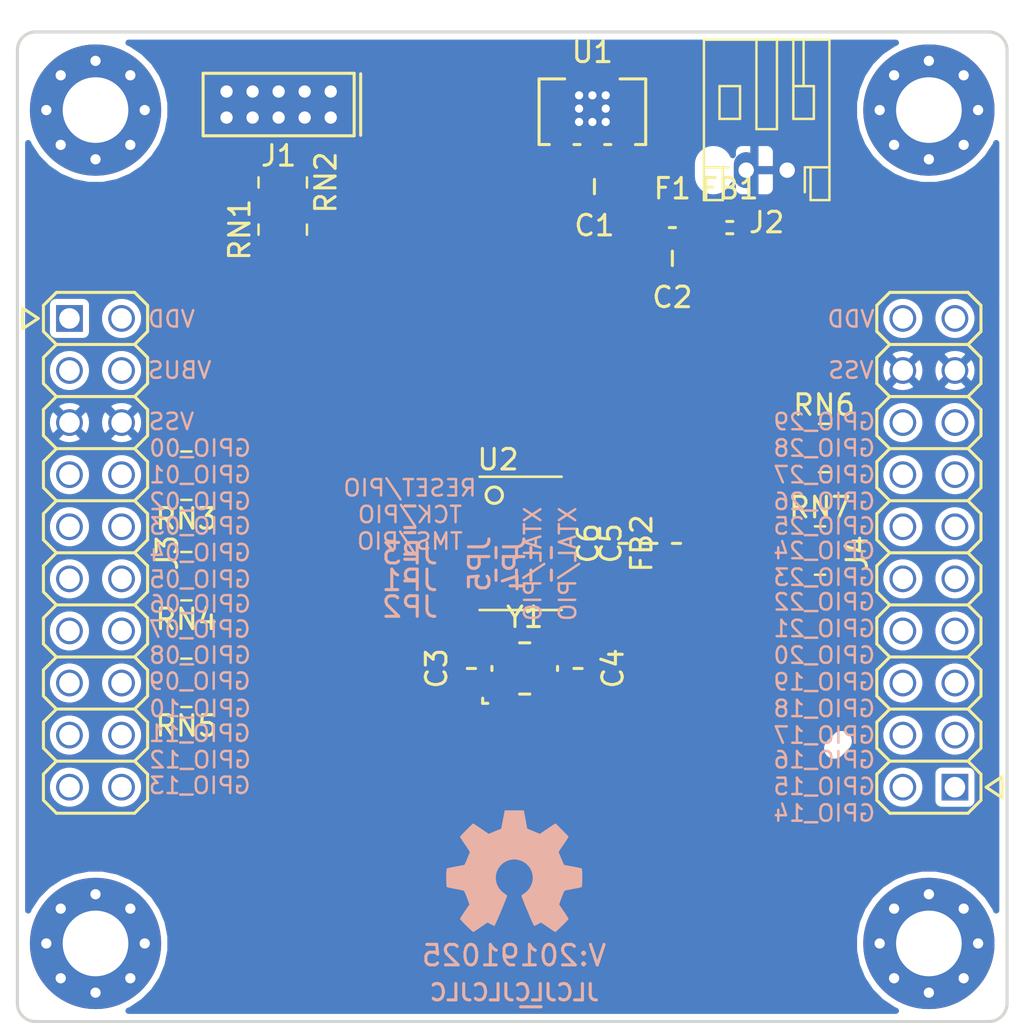
<source format=kicad_pcb>
(kicad_pcb (version 20171130) (host pcbnew 5.1.4-e60b266~84~ubuntu18.04.1)

  (general
    (thickness 1.6)
    (drawings 8)
    (tracks 5)
    (zones 0)
    (modules 35)
    (nets 57)
  )

  (page A4)
  (layers
    (0 F.Cu signal)
    (31 B.Cu signal)
    (32 B.Adhes user)
    (33 F.Adhes user)
    (34 B.Paste user)
    (35 F.Paste user)
    (36 B.SilkS user)
    (37 F.SilkS user)
    (38 B.Mask user)
    (39 F.Mask user)
    (40 Dwgs.User user)
    (41 Cmts.User user)
    (42 Eco1.User user)
    (43 Eco2.User user)
    (44 Edge.Cuts user)
    (45 Margin user)
    (46 B.CrtYd user)
    (47 F.CrtYd user)
    (48 B.Fab user)
    (49 F.Fab user)
  )

  (setup
    (last_trace_width 0.127)
    (user_trace_width 0.15)
    (user_trace_width 0.2)
    (user_trace_width 0.3)
    (user_trace_width 0.4)
    (user_trace_width 0.6)
    (user_trace_width 1)
    (user_trace_width 1.5)
    (user_trace_width 2)
    (trace_clearance 0.127)
    (zone_clearance 0.3)
    (zone_45_only no)
    (trace_min 0.127)
    (via_size 0.6)
    (via_drill 0.3)
    (via_min_size 0.6)
    (via_min_drill 0.3)
    (user_via 0.6 0.3)
    (user_via 0.65 0.4)
    (user_via 0.75 0.6)
    (user_via 0.95 0.8)
    (user_via 1.3 1)
    (user_via 1.5 1.2)
    (user_via 1.7 1.4)
    (user_via 1.9 1.6)
    (uvia_size 0.6)
    (uvia_drill 0.3)
    (uvias_allowed no)
    (uvia_min_size 0.381)
    (uvia_min_drill 0.254)
    (edge_width 0.15)
    (segment_width 0.2)
    (pcb_text_width 0.3)
    (pcb_text_size 1.5 1.5)
    (mod_edge_width 0.15)
    (mod_text_size 1 1)
    (mod_text_width 0.15)
    (pad_size 2 2.8)
    (pad_drill 0)
    (pad_to_mask_clearance 0.1)
    (aux_axis_origin 0 0)
    (visible_elements FFFFFF7F)
    (pcbplotparams
      (layerselection 0x010fc_ffffffff)
      (usegerberextensions false)
      (usegerberattributes false)
      (usegerberadvancedattributes false)
      (creategerberjobfile false)
      (excludeedgelayer false)
      (linewidth 0.150000)
      (plotframeref false)
      (viasonmask false)
      (mode 1)
      (useauxorigin false)
      (hpglpennumber 1)
      (hpglpenspeed 20)
      (hpglpendiameter 15.000000)
      (psnegative false)
      (psa4output false)
      (plotreference true)
      (plotvalue true)
      (plotinvisibletext false)
      (padsonsilk false)
      (subtractmaskfromsilk false)
      (outputformat 1)
      (mirror false)
      (drillshape 0)
      (scaleselection 1)
      (outputdirectory "plots/"))
  )

  (net 0 "")
  (net 1 /VBUS)
  (net 2 "Net-(F1-Pad2)")
  (net 3 "Net-(FB1-Pad2)")
  (net 4 /VDD)
  (net 5 VSS)
  (net 6 /XTAL_IN)
  (net 7 /XTAL_OUT)
  (net 8 "Net-(C5-Pad1)")
  (net 9 "Net-(J1-Pad10)")
  (net 10 "Net-(J1-Pad6)")
  (net 11 "Net-(J1-Pad4)")
  (net 12 "Net-(J1-Pad2)")
  (net 13 /PIO0_11_OUT)
  (net 14 /PIO0_2_OUT)
  (net 15 /PIO0_3_OUT)
  (net 16 /PIO0_4_OUT)
  (net 17 /PIO0_5_OUT)
  (net 18 /PIO0_12_OUT)
  (net 19 /PIO0_13_OUT)
  (net 20 /PIO0_17_OUT)
  (net 21 /PIO0_3_MCU)
  (net 22 /PIO0_3)
  (net 23 /PIO0_2_MCU)
  (net 24 /PIO0_2)
  (net 25 /PIO0_5_MCU)
  (net 26 /PIO0_5)
  (net 27 /PIO0_8_MCU)
  (net 28 /PIO0_9_MCU)
  (net 29 /SWO_TDO)
  (net 30 /PIO0_13_MCU)
  (net 31 /PIO0_12_MCU)
  (net 32 /PIO0_17_MCU)
  (net 33 /PIO0_11_MCU)
  (net 34 /PIO0_4_MCU)
  (net 35 /PIO0_16_MCU)
  (net 36 /PIO0_10_MCU)
  (net 37 /GPIO_11)
  (net 38 /GPIO_10)
  (net 39 /PIO0_16_OUT)
  (net 40 /PIO0_10_OUT)
  (net 41 /PIO0_14_OUT)
  (net 42 /PIO0_0_OUT)
  (net 43 /PIO0_6_OUT)
  (net 44 /PIO0_7_OUT)
  (net 45 /PIO0_8_OUT)
  (net 46 /PIO0_9_OUT)
  (net 47 /PIO0_1_OUT)
  (net 48 /PIO0_15_OUT)
  (net 49 /PIO0_8)
  (net 50 /PIO0_9)
  (net 51 /PIO0_14_MCU)
  (net 52 /PIO0_6_MCU)
  (net 53 /PIO0_0_MCU)
  (net 54 /PIO0_7_MCU)
  (net 55 /PIO0_1_MCU)
  (net 56 /PIO0_15_MCU)

  (net_class Default "This is the default net class."
    (clearance 0.127)
    (trace_width 0.127)
    (via_dia 0.6)
    (via_drill 0.3)
    (uvia_dia 0.6)
    (uvia_drill 0.3)
    (add_net /GPIO_10)
    (add_net /GPIO_11)
    (add_net /PIO0_0_MCU)
    (add_net /PIO0_0_OUT)
    (add_net /PIO0_10_MCU)
    (add_net /PIO0_10_OUT)
    (add_net /PIO0_11_MCU)
    (add_net /PIO0_11_OUT)
    (add_net /PIO0_12_MCU)
    (add_net /PIO0_12_OUT)
    (add_net /PIO0_13_MCU)
    (add_net /PIO0_13_OUT)
    (add_net /PIO0_14_MCU)
    (add_net /PIO0_14_OUT)
    (add_net /PIO0_15_MCU)
    (add_net /PIO0_15_OUT)
    (add_net /PIO0_16_MCU)
    (add_net /PIO0_16_OUT)
    (add_net /PIO0_17_MCU)
    (add_net /PIO0_17_OUT)
    (add_net /PIO0_1_MCU)
    (add_net /PIO0_1_OUT)
    (add_net /PIO0_2)
    (add_net /PIO0_2_MCU)
    (add_net /PIO0_2_OUT)
    (add_net /PIO0_3)
    (add_net /PIO0_3_MCU)
    (add_net /PIO0_3_OUT)
    (add_net /PIO0_4_MCU)
    (add_net /PIO0_4_OUT)
    (add_net /PIO0_5)
    (add_net /PIO0_5_MCU)
    (add_net /PIO0_5_OUT)
    (add_net /PIO0_6_MCU)
    (add_net /PIO0_6_OUT)
    (add_net /PIO0_7_MCU)
    (add_net /PIO0_7_OUT)
    (add_net /PIO0_8)
    (add_net /PIO0_8_MCU)
    (add_net /PIO0_8_OUT)
    (add_net /PIO0_9)
    (add_net /PIO0_9_MCU)
    (add_net /PIO0_9_OUT)
    (add_net /SWO_TDO)
    (add_net /VBUS)
    (add_net /VDD)
    (add_net /XTAL_IN)
    (add_net /XTAL_OUT)
    (add_net "Net-(C5-Pad1)")
    (add_net "Net-(F1-Pad2)")
    (add_net "Net-(FB1-Pad2)")
    (add_net "Net-(J1-Pad10)")
    (add_net "Net-(J1-Pad2)")
    (add_net "Net-(J1-Pad4)")
    (add_net "Net-(J1-Pad6)")
    (add_net "Net-(J1-Pad7)")
    (add_net "Net-(J1-Pad8)")
    (add_net "Net-(J3-Pad19)")
    (add_net "Net-(J3-Pad20)")
    (add_net "Net-(J4-Pad1)")
    (add_net "Net-(J4-Pad2)")
    (add_net "Net-(J4-Pad3)")
    (add_net "Net-(J4-Pad4)")
    (add_net "Net-(J4-Pad5)")
    (add_net "Net-(J4-Pad7)")
    (add_net "Net-(RN5-Pad1)")
    (add_net "Net-(RN5-Pad2)")
    (add_net VSS)
  )

  (module Resistor_SMD:R_Array_Convex_4x0402 (layer F.Cu) (tedit 58E0A8A8) (tstamp 5DB30BB4)
    (at 100.1 86.25)
    (descr "Chip Resistor Network, ROHM MNR04 (see mnr_g.pdf)")
    (tags "resistor array")
    (path /5DB49BFB)
    (attr smd)
    (fp_text reference RN7 (at 0 -2.1) (layer F.SilkS)
      (effects (font (size 1 1) (thickness 0.15)))
    )
    (fp_text value 100 (at 0 2.1) (layer F.Fab)
      (effects (font (size 1 1) (thickness 0.15)))
    )
    (fp_line (start 1 1.25) (end -1 1.25) (layer F.CrtYd) (width 0.05))
    (fp_line (start 1 1.25) (end 1 -1.25) (layer F.CrtYd) (width 0.05))
    (fp_line (start -1 -1.25) (end -1 1.25) (layer F.CrtYd) (width 0.05))
    (fp_line (start -1 -1.25) (end 1 -1.25) (layer F.CrtYd) (width 0.05))
    (fp_line (start 0.25 1.18) (end -0.25 1.18) (layer F.SilkS) (width 0.12))
    (fp_line (start 0.25 -1.18) (end -0.25 -1.18) (layer F.SilkS) (width 0.12))
    (fp_line (start -0.5 1) (end -0.5 -1) (layer F.Fab) (width 0.1))
    (fp_line (start 0.5 1) (end -0.5 1) (layer F.Fab) (width 0.1))
    (fp_line (start 0.5 -1) (end 0.5 1) (layer F.Fab) (width 0.1))
    (fp_line (start -0.5 -1) (end 0.5 -1) (layer F.Fab) (width 0.1))
    (fp_text user %R (at 0 0 90) (layer F.Fab)
      (effects (font (size 0.5 0.5) (thickness 0.075)))
    )
    (pad 5 smd rect (at 0.5 0.75) (size 0.5 0.4) (layers F.Cu F.Paste F.Mask)
      (net 48 /PIO0_15_OUT))
    (pad 6 smd rect (at 0.5 0.25) (size 0.5 0.3) (layers F.Cu F.Paste F.Mask)
      (net 47 /PIO0_1_OUT))
    (pad 8 smd rect (at 0.5 -0.75) (size 0.5 0.4) (layers F.Cu F.Paste F.Mask)
      (net 45 /PIO0_8_OUT))
    (pad 7 smd rect (at 0.5 -0.25) (size 0.5 0.3) (layers F.Cu F.Paste F.Mask)
      (net 46 /PIO0_9_OUT))
    (pad 4 smd rect (at -0.5 0.75) (size 0.5 0.4) (layers F.Cu F.Paste F.Mask)
      (net 56 /PIO0_15_MCU))
    (pad 2 smd rect (at -0.5 -0.25) (size 0.5 0.3) (layers F.Cu F.Paste F.Mask)
      (net 50 /PIO0_9))
    (pad 3 smd rect (at -0.5 0.25) (size 0.5 0.3) (layers F.Cu F.Paste F.Mask)
      (net 55 /PIO0_1_MCU))
    (pad 1 smd rect (at -0.5 -0.75) (size 0.5 0.4) (layers F.Cu F.Paste F.Mask)
      (net 49 /PIO0_8))
    (model ${KISYS3DMOD}/Resistor_SMD.3dshapes/R_Array_Convex_4x0402.wrl
      (at (xyz 0 0 0))
      (scale (xyz 1 1 1))
      (rotate (xyz 0 0 0))
    )
  )

  (module Resistor_SMD:R_Array_Convex_4x0402 (layer F.Cu) (tedit 58E0A8A8) (tstamp 5DB30B9D)
    (at 100.3 81.25)
    (descr "Chip Resistor Network, ROHM MNR04 (see mnr_g.pdf)")
    (tags "resistor array")
    (path /5DB41563)
    (attr smd)
    (fp_text reference RN6 (at 0 -2.1) (layer F.SilkS)
      (effects (font (size 1 1) (thickness 0.15)))
    )
    (fp_text value 100 (at 0 2.1) (layer F.Fab)
      (effects (font (size 1 1) (thickness 0.15)))
    )
    (fp_line (start 1 1.25) (end -1 1.25) (layer F.CrtYd) (width 0.05))
    (fp_line (start 1 1.25) (end 1 -1.25) (layer F.CrtYd) (width 0.05))
    (fp_line (start -1 -1.25) (end -1 1.25) (layer F.CrtYd) (width 0.05))
    (fp_line (start -1 -1.25) (end 1 -1.25) (layer F.CrtYd) (width 0.05))
    (fp_line (start 0.25 1.18) (end -0.25 1.18) (layer F.SilkS) (width 0.12))
    (fp_line (start 0.25 -1.18) (end -0.25 -1.18) (layer F.SilkS) (width 0.12))
    (fp_line (start -0.5 1) (end -0.5 -1) (layer F.Fab) (width 0.1))
    (fp_line (start 0.5 1) (end -0.5 1) (layer F.Fab) (width 0.1))
    (fp_line (start 0.5 -1) (end 0.5 1) (layer F.Fab) (width 0.1))
    (fp_line (start -0.5 -1) (end 0.5 -1) (layer F.Fab) (width 0.1))
    (fp_text user %R (at 0 0 90) (layer F.Fab)
      (effects (font (size 0.5 0.5) (thickness 0.075)))
    )
    (pad 5 smd rect (at 0.5 0.75) (size 0.5 0.4) (layers F.Cu F.Paste F.Mask)
      (net 44 /PIO0_7_OUT))
    (pad 6 smd rect (at 0.5 0.25) (size 0.5 0.3) (layers F.Cu F.Paste F.Mask)
      (net 43 /PIO0_6_OUT))
    (pad 8 smd rect (at 0.5 -0.75) (size 0.5 0.4) (layers F.Cu F.Paste F.Mask)
      (net 41 /PIO0_14_OUT))
    (pad 7 smd rect (at 0.5 -0.25) (size 0.5 0.3) (layers F.Cu F.Paste F.Mask)
      (net 42 /PIO0_0_OUT))
    (pad 4 smd rect (at -0.5 0.75) (size 0.5 0.4) (layers F.Cu F.Paste F.Mask)
      (net 54 /PIO0_7_MCU))
    (pad 2 smd rect (at -0.5 -0.25) (size 0.5 0.3) (layers F.Cu F.Paste F.Mask)
      (net 53 /PIO0_0_MCU))
    (pad 3 smd rect (at -0.5 0.25) (size 0.5 0.3) (layers F.Cu F.Paste F.Mask)
      (net 52 /PIO0_6_MCU))
    (pad 1 smd rect (at -0.5 -0.75) (size 0.5 0.4) (layers F.Cu F.Paste F.Mask)
      (net 51 /PIO0_14_MCU))
    (model ${KISYS3DMOD}/Resistor_SMD.3dshapes/R_Array_Convex_4x0402.wrl
      (at (xyz 0 0 0))
      (scale (xyz 1 1 1))
      (rotate (xyz 0 0 0))
    )
  )

  (module Resistor_SMD:R_Array_Convex_4x0402 (layer F.Cu) (tedit 58E0A8A8) (tstamp 5DB43D26)
    (at 69.2 92.7 180)
    (descr "Chip Resistor Network, ROHM MNR04 (see mnr_g.pdf)")
    (tags "resistor array")
    (path /5DE31D3C)
    (attr smd)
    (fp_text reference RN5 (at 0 -2.1) (layer F.SilkS)
      (effects (font (size 1 1) (thickness 0.15)))
    )
    (fp_text value 100 (at 0 2.1) (layer F.Fab)
      (effects (font (size 1 1) (thickness 0.15)))
    )
    (fp_line (start 1 1.25) (end -1 1.25) (layer F.CrtYd) (width 0.05))
    (fp_line (start 1 1.25) (end 1 -1.25) (layer F.CrtYd) (width 0.05))
    (fp_line (start -1 -1.25) (end -1 1.25) (layer F.CrtYd) (width 0.05))
    (fp_line (start -1 -1.25) (end 1 -1.25) (layer F.CrtYd) (width 0.05))
    (fp_line (start 0.25 1.18) (end -0.25 1.18) (layer F.SilkS) (width 0.12))
    (fp_line (start 0.25 -1.18) (end -0.25 -1.18) (layer F.SilkS) (width 0.12))
    (fp_line (start -0.5 1) (end -0.5 -1) (layer F.Fab) (width 0.1))
    (fp_line (start 0.5 1) (end -0.5 1) (layer F.Fab) (width 0.1))
    (fp_line (start 0.5 -1) (end 0.5 1) (layer F.Fab) (width 0.1))
    (fp_line (start -0.5 -1) (end 0.5 -1) (layer F.Fab) (width 0.1))
    (fp_text user %R (at 0 0 90) (layer F.Fab)
      (effects (font (size 0.5 0.5) (thickness 0.075)))
    )
    (pad 5 smd rect (at 0.5 0.75 180) (size 0.5 0.4) (layers F.Cu F.Paste F.Mask)
      (net 40 /PIO0_10_OUT))
    (pad 6 smd rect (at 0.5 0.25 180) (size 0.5 0.3) (layers F.Cu F.Paste F.Mask)
      (net 39 /PIO0_16_OUT))
    (pad 8 smd rect (at 0.5 -0.75 180) (size 0.5 0.4) (layers F.Cu F.Paste F.Mask)
      (net 37 /GPIO_11))
    (pad 7 smd rect (at 0.5 -0.25 180) (size 0.5 0.3) (layers F.Cu F.Paste F.Mask)
      (net 38 /GPIO_10))
    (pad 4 smd rect (at -0.5 0.75 180) (size 0.5 0.4) (layers F.Cu F.Paste F.Mask)
      (net 36 /PIO0_10_MCU))
    (pad 2 smd rect (at -0.5 -0.25 180) (size 0.5 0.3) (layers F.Cu F.Paste F.Mask))
    (pad 3 smd rect (at -0.5 0.25 180) (size 0.5 0.3) (layers F.Cu F.Paste F.Mask)
      (net 35 /PIO0_16_MCU))
    (pad 1 smd rect (at -0.5 -0.75 180) (size 0.5 0.4) (layers F.Cu F.Paste F.Mask))
    (model ${KISYS3DMOD}/Resistor_SMD.3dshapes/R_Array_Convex_4x0402.wrl
      (at (xyz 0 0 0))
      (scale (xyz 1 1 1))
      (rotate (xyz 0 0 0))
    )
  )

  (module Resistor_SMD:R_Array_Convex_4x0402 (layer F.Cu) (tedit 58E0A8A8) (tstamp 5DB3F826)
    (at 69.2 87.5 180)
    (descr "Chip Resistor Network, ROHM MNR04 (see mnr_g.pdf)")
    (tags "resistor array")
    (path /5DD0E88A)
    (attr smd)
    (fp_text reference RN4 (at 0 -2.1) (layer F.SilkS)
      (effects (font (size 1 1) (thickness 0.15)))
    )
    (fp_text value 100 (at 0 2.1) (layer F.Fab)
      (effects (font (size 1 1) (thickness 0.15)))
    )
    (fp_line (start 1 1.25) (end -1 1.25) (layer F.CrtYd) (width 0.05))
    (fp_line (start 1 1.25) (end 1 -1.25) (layer F.CrtYd) (width 0.05))
    (fp_line (start -1 -1.25) (end -1 1.25) (layer F.CrtYd) (width 0.05))
    (fp_line (start -1 -1.25) (end 1 -1.25) (layer F.CrtYd) (width 0.05))
    (fp_line (start 0.25 1.18) (end -0.25 1.18) (layer F.SilkS) (width 0.12))
    (fp_line (start 0.25 -1.18) (end -0.25 -1.18) (layer F.SilkS) (width 0.12))
    (fp_line (start -0.5 1) (end -0.5 -1) (layer F.Fab) (width 0.1))
    (fp_line (start 0.5 1) (end -0.5 1) (layer F.Fab) (width 0.1))
    (fp_line (start 0.5 -1) (end 0.5 1) (layer F.Fab) (width 0.1))
    (fp_line (start -0.5 -1) (end 0.5 -1) (layer F.Fab) (width 0.1))
    (fp_text user %R (at 0 0 90) (layer F.Fab)
      (effects (font (size 0.5 0.5) (thickness 0.075)))
    )
    (pad 5 smd rect (at 0.5 0.75 180) (size 0.5 0.4) (layers F.Cu F.Paste F.Mask)
      (net 16 /PIO0_4_OUT))
    (pad 6 smd rect (at 0.5 0.25 180) (size 0.5 0.3) (layers F.Cu F.Paste F.Mask)
      (net 15 /PIO0_3_OUT))
    (pad 8 smd rect (at 0.5 -0.75 180) (size 0.5 0.4) (layers F.Cu F.Paste F.Mask)
      (net 13 /PIO0_11_OUT))
    (pad 7 smd rect (at 0.5 -0.25 180) (size 0.5 0.3) (layers F.Cu F.Paste F.Mask)
      (net 14 /PIO0_2_OUT))
    (pad 4 smd rect (at -0.5 0.75 180) (size 0.5 0.4) (layers F.Cu F.Paste F.Mask)
      (net 34 /PIO0_4_MCU))
    (pad 2 smd rect (at -0.5 -0.25 180) (size 0.5 0.3) (layers F.Cu F.Paste F.Mask)
      (net 24 /PIO0_2))
    (pad 3 smd rect (at -0.5 0.25 180) (size 0.5 0.3) (layers F.Cu F.Paste F.Mask)
      (net 22 /PIO0_3))
    (pad 1 smd rect (at -0.5 -0.75 180) (size 0.5 0.4) (layers F.Cu F.Paste F.Mask)
      (net 33 /PIO0_11_MCU))
    (model ${KISYS3DMOD}/Resistor_SMD.3dshapes/R_Array_Convex_4x0402.wrl
      (at (xyz 0 0 0))
      (scale (xyz 1 1 1))
      (rotate (xyz 0 0 0))
    )
  )

  (module Resistor_SMD:R_Array_Convex_4x0402 (layer F.Cu) (tedit 58E0A8A8) (tstamp 5DB3F80F)
    (at 69.2 82.6 180)
    (descr "Chip Resistor Network, ROHM MNR04 (see mnr_g.pdf)")
    (tags "resistor array")
    (path /5DC5FBD5)
    (attr smd)
    (fp_text reference RN3 (at 0 -2.1) (layer F.SilkS)
      (effects (font (size 1 1) (thickness 0.15)))
    )
    (fp_text value 100 (at 0 2.1) (layer F.Fab)
      (effects (font (size 1 1) (thickness 0.15)))
    )
    (fp_line (start 1 1.25) (end -1 1.25) (layer F.CrtYd) (width 0.05))
    (fp_line (start 1 1.25) (end 1 -1.25) (layer F.CrtYd) (width 0.05))
    (fp_line (start -1 -1.25) (end -1 1.25) (layer F.CrtYd) (width 0.05))
    (fp_line (start -1 -1.25) (end 1 -1.25) (layer F.CrtYd) (width 0.05))
    (fp_line (start 0.25 1.18) (end -0.25 1.18) (layer F.SilkS) (width 0.12))
    (fp_line (start 0.25 -1.18) (end -0.25 -1.18) (layer F.SilkS) (width 0.12))
    (fp_line (start -0.5 1) (end -0.5 -1) (layer F.Fab) (width 0.1))
    (fp_line (start 0.5 1) (end -0.5 1) (layer F.Fab) (width 0.1))
    (fp_line (start 0.5 -1) (end 0.5 1) (layer F.Fab) (width 0.1))
    (fp_line (start -0.5 -1) (end 0.5 -1) (layer F.Fab) (width 0.1))
    (fp_text user %R (at 0 0 90) (layer F.Fab)
      (effects (font (size 0.5 0.5) (thickness 0.075)))
    )
    (pad 5 smd rect (at 0.5 0.75 180) (size 0.5 0.4) (layers F.Cu F.Paste F.Mask)
      (net 20 /PIO0_17_OUT))
    (pad 6 smd rect (at 0.5 0.25 180) (size 0.5 0.3) (layers F.Cu F.Paste F.Mask)
      (net 19 /PIO0_13_OUT))
    (pad 8 smd rect (at 0.5 -0.75 180) (size 0.5 0.4) (layers F.Cu F.Paste F.Mask)
      (net 17 /PIO0_5_OUT))
    (pad 7 smd rect (at 0.5 -0.25 180) (size 0.5 0.3) (layers F.Cu F.Paste F.Mask)
      (net 18 /PIO0_12_OUT))
    (pad 4 smd rect (at -0.5 0.75 180) (size 0.5 0.4) (layers F.Cu F.Paste F.Mask)
      (net 32 /PIO0_17_MCU))
    (pad 2 smd rect (at -0.5 -0.25 180) (size 0.5 0.3) (layers F.Cu F.Paste F.Mask)
      (net 31 /PIO0_12_MCU))
    (pad 3 smd rect (at -0.5 0.25 180) (size 0.5 0.3) (layers F.Cu F.Paste F.Mask)
      (net 30 /PIO0_13_MCU))
    (pad 1 smd rect (at -0.5 -0.75 180) (size 0.5 0.4) (layers F.Cu F.Paste F.Mask)
      (net 26 /PIO0_5))
    (model ${KISYS3DMOD}/Resistor_SMD.3dshapes/R_Array_Convex_4x0402.wrl
      (at (xyz 0 0 0))
      (scale (xyz 1 1 1))
      (rotate (xyz 0 0 0))
    )
  )

  (module Resistor_SMD:R_Array_Convex_4x0402 (layer F.Cu) (tedit 58E0A8A8) (tstamp 5DB408A6)
    (at 73.9 68.3 270)
    (descr "Chip Resistor Network, ROHM MNR04 (see mnr_g.pdf)")
    (tags "resistor array")
    (path /5DBD503E)
    (attr smd)
    (fp_text reference RN2 (at 0 -2.1 90) (layer F.SilkS)
      (effects (font (size 1 1) (thickness 0.15)))
    )
    (fp_text value 100 (at 0 2.1 90) (layer F.Fab)
      (effects (font (size 1 1) (thickness 0.15)))
    )
    (fp_line (start 1 1.25) (end -1 1.25) (layer F.CrtYd) (width 0.05))
    (fp_line (start 1 1.25) (end 1 -1.25) (layer F.CrtYd) (width 0.05))
    (fp_line (start -1 -1.25) (end -1 1.25) (layer F.CrtYd) (width 0.05))
    (fp_line (start -1 -1.25) (end 1 -1.25) (layer F.CrtYd) (width 0.05))
    (fp_line (start 0.25 1.18) (end -0.25 1.18) (layer F.SilkS) (width 0.12))
    (fp_line (start 0.25 -1.18) (end -0.25 -1.18) (layer F.SilkS) (width 0.12))
    (fp_line (start -0.5 1) (end -0.5 -1) (layer F.Fab) (width 0.1))
    (fp_line (start 0.5 1) (end -0.5 1) (layer F.Fab) (width 0.1))
    (fp_line (start 0.5 -1) (end 0.5 1) (layer F.Fab) (width 0.1))
    (fp_line (start -0.5 -1) (end 0.5 -1) (layer F.Fab) (width 0.1))
    (fp_text user %R (at 0 0) (layer F.Fab)
      (effects (font (size 0.5 0.5) (thickness 0.075)))
    )
    (pad 5 smd rect (at 0.5 0.75 270) (size 0.5 0.4) (layers F.Cu F.Paste F.Mask)
      (net 25 /PIO0_5_MCU))
    (pad 6 smd rect (at 0.5 0.25 270) (size 0.5 0.3) (layers F.Cu F.Paste F.Mask)
      (net 29 /SWO_TDO))
    (pad 8 smd rect (at 0.5 -0.75 270) (size 0.5 0.4) (layers F.Cu F.Paste F.Mask)
      (net 23 /PIO0_2_MCU))
    (pad 7 smd rect (at 0.5 -0.25 270) (size 0.5 0.3) (layers F.Cu F.Paste F.Mask)
      (net 21 /PIO0_3_MCU))
    (pad 4 smd rect (at -0.5 0.75 270) (size 0.5 0.4) (layers F.Cu F.Paste F.Mask)
      (net 9 "Net-(J1-Pad10)"))
    (pad 2 smd rect (at -0.5 -0.25 270) (size 0.5 0.3) (layers F.Cu F.Paste F.Mask)
      (net 11 "Net-(J1-Pad4)"))
    (pad 3 smd rect (at -0.5 0.25 270) (size 0.5 0.3) (layers F.Cu F.Paste F.Mask)
      (net 10 "Net-(J1-Pad6)"))
    (pad 1 smd rect (at -0.5 -0.75 270) (size 0.5 0.4) (layers F.Cu F.Paste F.Mask)
      (net 12 "Net-(J1-Pad2)"))
    (model ${KISYS3DMOD}/Resistor_SMD.3dshapes/R_Array_Convex_4x0402.wrl
      (at (xyz 0 0 0))
      (scale (xyz 1 1 1))
      (rotate (xyz 0 0 0))
    )
  )

  (module Resistor_SMD:R_Array_Convex_4x0402 (layer F.Cu) (tedit 58E0A8A8) (tstamp 5DB3F7E1)
    (at 73.9 70.6 90)
    (descr "Chip Resistor Network, ROHM MNR04 (see mnr_g.pdf)")
    (tags "resistor array")
    (path /5DBF1A39)
    (attr smd)
    (fp_text reference RN1 (at 0 -2.1 90) (layer F.SilkS)
      (effects (font (size 1 1) (thickness 0.15)))
    )
    (fp_text value 47K (at 0 2.1 90) (layer F.Fab)
      (effects (font (size 1 1) (thickness 0.15)))
    )
    (fp_line (start 1 1.25) (end -1 1.25) (layer F.CrtYd) (width 0.05))
    (fp_line (start 1 1.25) (end 1 -1.25) (layer F.CrtYd) (width 0.05))
    (fp_line (start -1 -1.25) (end -1 1.25) (layer F.CrtYd) (width 0.05))
    (fp_line (start -1 -1.25) (end 1 -1.25) (layer F.CrtYd) (width 0.05))
    (fp_line (start 0.25 1.18) (end -0.25 1.18) (layer F.SilkS) (width 0.12))
    (fp_line (start 0.25 -1.18) (end -0.25 -1.18) (layer F.SilkS) (width 0.12))
    (fp_line (start -0.5 1) (end -0.5 -1) (layer F.Fab) (width 0.1))
    (fp_line (start 0.5 1) (end -0.5 1) (layer F.Fab) (width 0.1))
    (fp_line (start 0.5 -1) (end 0.5 1) (layer F.Fab) (width 0.1))
    (fp_line (start -0.5 -1) (end 0.5 -1) (layer F.Fab) (width 0.1))
    (fp_text user %R (at 0 0) (layer F.Fab)
      (effects (font (size 0.5 0.5) (thickness 0.075)))
    )
    (pad 5 smd rect (at 0.5 0.75 90) (size 0.5 0.4) (layers F.Cu F.Paste F.Mask)
      (net 23 /PIO0_2_MCU))
    (pad 6 smd rect (at 0.5 0.25 90) (size 0.5 0.3) (layers F.Cu F.Paste F.Mask)
      (net 21 /PIO0_3_MCU))
    (pad 8 smd rect (at 0.5 -0.75 90) (size 0.5 0.4) (layers F.Cu F.Paste F.Mask)
      (net 25 /PIO0_5_MCU))
    (pad 7 smd rect (at 0.5 -0.25 90) (size 0.5 0.3) (layers F.Cu F.Paste F.Mask)
      (net 29 /SWO_TDO))
    (pad 4 smd rect (at -0.5 0.75 90) (size 0.5 0.4) (layers F.Cu F.Paste F.Mask)
      (net 4 /VDD))
    (pad 2 smd rect (at -0.5 -0.25 90) (size 0.5 0.3) (layers F.Cu F.Paste F.Mask)
      (net 5 VSS))
    (pad 3 smd rect (at -0.5 0.25 90) (size 0.5 0.3) (layers F.Cu F.Paste F.Mask)
      (net 5 VSS))
    (pad 1 smd rect (at -0.5 -0.75 90) (size 0.5 0.4) (layers F.Cu F.Paste F.Mask)
      (net 4 /VDD))
    (model ${KISYS3DMOD}/Resistor_SMD.3dshapes/R_Array_Convex_4x0402.wrl
      (at (xyz 0 0 0))
      (scale (xyz 1 1 1))
      (rotate (xyz 0 0 0))
    )
  )

  (module SquantorSpecial:solder_jumper_3way_123conn (layer B.Cu) (tedit 5D84B7F8) (tstamp 5DB3F7B2)
    (at 84.8 86.9 270)
    (descr "Solder Jumper 3way 0402 resistor format, pin 1,2,3 connected")
    (tags "SolderJumper 3way 0402")
    (path /5DB9F39C)
    (attr smd)
    (fp_text reference JP5 (at 0 1.3 90) (layer B.SilkS)
      (effects (font (size 1 1) (thickness 0.15)) (justify mirror))
    )
    (fp_text value XTAL/PIO (at 0 -1.3 90) (layer B.SilkS)
      (effects (font (size 0.8 0.8) (thickness 0.12)) (justify mirror))
    )
    (fp_poly (pts (xy -0.8 0.05) (xy -0.3 0.05) (xy -0.3 -0.05) (xy -0.8 -0.05)) (layer B.Cu) (width 0.01))
    (fp_poly (pts (xy 0.3 0.05) (xy 0.8 0.05) (xy 0.8 -0.05) (xy 0.3 -0.05)) (layer B.Cu) (width 0.01))
    (fp_line (start 0.05 -0.25) (end 1.1 -0.25) (layer B.Fab) (width 0.1))
    (fp_line (start 1.1 0.25) (end 1.1 -0.25) (layer B.Fab) (width 0.1))
    (fp_line (start 0.05 0.25) (end 1.1 0.25) (layer B.Fab) (width 0.1))
    (fp_line (start 0.05 0.25) (end 0.05 -0.25) (layer B.Fab) (width 0.1))
    (fp_line (start 0.8 -0.5) (end 0.3 -0.5) (layer B.SilkS) (width 0.15))
    (fp_line (start 0.8 0.5) (end 0.3 0.5) (layer B.SilkS) (width 0.15))
    (fp_line (start -0.8 -0.5) (end -0.3 -0.5) (layer B.SilkS) (width 0.15))
    (fp_line (start -0.3 0.5) (end -0.8 0.5) (layer B.SilkS) (width 0.15))
    (fp_line (start 1.7 0.65) (end 1.7 -0.65) (layer B.CrtYd) (width 0.05))
    (fp_line (start -1.7 0.65) (end -1.7 -0.65) (layer B.CrtYd) (width 0.05))
    (fp_line (start -1.7 -0.65) (end 1.7 -0.65) (layer B.CrtYd) (width 0.05))
    (fp_line (start -1.7 0.65) (end 1.7 0.65) (layer B.CrtYd) (width 0.05))
    (fp_line (start -1.1 0.25) (end -0.05 0.25) (layer B.Fab) (width 0.1))
    (fp_line (start -0.05 0.25) (end -0.05 -0.25) (layer B.Fab) (width 0.1))
    (fp_line (start -0.05 -0.25) (end -1.1 -0.25) (layer B.Fab) (width 0.1))
    (fp_line (start -1.1 -0.25) (end -1.1 0.25) (layer B.Fab) (width 0.1))
    (pad 3 smd rect (at 1.1 0 270) (size 0.6 0.6) (layers B.Cu B.Mask)
      (net 6 /XTAL_IN))
    (pad 2 smd rect (at 0 0 270) (size 0.6 0.6) (layers B.Cu B.Mask)
      (net 28 /PIO0_9_MCU))
    (pad 1 smd rect (at -1.1 0 270) (size 0.6 0.6) (layers B.Cu B.Mask)
      (net 50 /PIO0_9))
    (model Resistors_SMD.3dshapes/R_0402.wrl
      (at (xyz 0 0 0))
      (scale (xyz 1 1 1))
      (rotate (xyz 0 0 0))
    )
  )

  (module SquantorSpecial:solder_jumper_3way_123conn (layer B.Cu) (tedit 5D84B7F8) (tstamp 5DB3F799)
    (at 86.5 86.9 270)
    (descr "Solder Jumper 3way 0402 resistor format, pin 1,2,3 connected")
    (tags "SolderJumper 3way 0402")
    (path /5DB9A1C1)
    (attr smd)
    (fp_text reference JP4 (at 0 1.3 90) (layer B.SilkS)
      (effects (font (size 1 1) (thickness 0.15)) (justify mirror))
    )
    (fp_text value XTAL/PIO (at 0 -1.3 90) (layer B.SilkS)
      (effects (font (size 0.8 0.8) (thickness 0.12)) (justify mirror))
    )
    (fp_poly (pts (xy -0.8 0.05) (xy -0.3 0.05) (xy -0.3 -0.05) (xy -0.8 -0.05)) (layer B.Cu) (width 0.01))
    (fp_poly (pts (xy 0.3 0.05) (xy 0.8 0.05) (xy 0.8 -0.05) (xy 0.3 -0.05)) (layer B.Cu) (width 0.01))
    (fp_line (start 0.05 -0.25) (end 1.1 -0.25) (layer B.Fab) (width 0.1))
    (fp_line (start 1.1 0.25) (end 1.1 -0.25) (layer B.Fab) (width 0.1))
    (fp_line (start 0.05 0.25) (end 1.1 0.25) (layer B.Fab) (width 0.1))
    (fp_line (start 0.05 0.25) (end 0.05 -0.25) (layer B.Fab) (width 0.1))
    (fp_line (start 0.8 -0.5) (end 0.3 -0.5) (layer B.SilkS) (width 0.15))
    (fp_line (start 0.8 0.5) (end 0.3 0.5) (layer B.SilkS) (width 0.15))
    (fp_line (start -0.8 -0.5) (end -0.3 -0.5) (layer B.SilkS) (width 0.15))
    (fp_line (start -0.3 0.5) (end -0.8 0.5) (layer B.SilkS) (width 0.15))
    (fp_line (start 1.7 0.65) (end 1.7 -0.65) (layer B.CrtYd) (width 0.05))
    (fp_line (start -1.7 0.65) (end -1.7 -0.65) (layer B.CrtYd) (width 0.05))
    (fp_line (start -1.7 -0.65) (end 1.7 -0.65) (layer B.CrtYd) (width 0.05))
    (fp_line (start -1.7 0.65) (end 1.7 0.65) (layer B.CrtYd) (width 0.05))
    (fp_line (start -1.1 0.25) (end -0.05 0.25) (layer B.Fab) (width 0.1))
    (fp_line (start -0.05 0.25) (end -0.05 -0.25) (layer B.Fab) (width 0.1))
    (fp_line (start -0.05 -0.25) (end -1.1 -0.25) (layer B.Fab) (width 0.1))
    (fp_line (start -1.1 -0.25) (end -1.1 0.25) (layer B.Fab) (width 0.1))
    (pad 3 smd rect (at 1.1 0 270) (size 0.6 0.6) (layers B.Cu B.Mask)
      (net 7 /XTAL_OUT))
    (pad 2 smd rect (at 0 0 270) (size 0.6 0.6) (layers B.Cu B.Mask)
      (net 27 /PIO0_8_MCU))
    (pad 1 smd rect (at -1.1 0 270) (size 0.6 0.6) (layers B.Cu B.Mask)
      (net 49 /PIO0_8))
    (model Resistors_SMD.3dshapes/R_0402.wrl
      (at (xyz 0 0 0))
      (scale (xyz 1 1 1))
      (rotate (xyz 0 0 0))
    )
  )

  (module SquantorSpecial:solder_jumper_2way_conn (layer B.Cu) (tedit 5C9BE3F7) (tstamp 5DB3F780)
    (at 80.1 84.6)
    (descr "Resistor SMD 0402, reflow soldering, Vishay (see dcrcw.pdf)")
    (tags "resistor 0402")
    (path /5DBC8EA5)
    (attr smd)
    (fp_text reference JP3 (at 0 1.8) (layer B.SilkS)
      (effects (font (size 1 1) (thickness 0.15)) (justify mirror))
    )
    (fp_text value RESET/PIO (at 0 -1.4) (layer B.SilkS)
      (effects (font (size 0.8 0.8) (thickness 0.12)) (justify mirror))
    )
    (fp_poly (pts (xy -0.25 0.05) (xy 0.25 0.05) (xy 0.25 -0.05) (xy -0.25 -0.05)) (layer B.Cu) (width 0.01))
    (fp_line (start -0.25 -0.525) (end 0.25 -0.525) (layer B.SilkS) (width 0.15))
    (fp_line (start 0.25 0.525) (end -0.25 0.525) (layer B.SilkS) (width 0.15))
    (fp_line (start 0.95 0.65) (end 0.95 -0.65) (layer B.CrtYd) (width 0.05))
    (fp_line (start -0.95 0.65) (end -0.95 -0.65) (layer B.CrtYd) (width 0.05))
    (fp_line (start -0.95 -0.65) (end 0.95 -0.65) (layer B.CrtYd) (width 0.05))
    (fp_line (start -0.95 0.65) (end 0.95 0.65) (layer B.CrtYd) (width 0.05))
    (fp_line (start -0.5 0.25) (end 0.5 0.25) (layer B.Fab) (width 0.1))
    (fp_line (start 0.5 0.25) (end 0.5 -0.25) (layer B.Fab) (width 0.1))
    (fp_line (start 0.5 -0.25) (end -0.5 -0.25) (layer B.Fab) (width 0.1))
    (fp_line (start -0.5 -0.25) (end -0.5 0.25) (layer B.Fab) (width 0.1))
    (pad 2 smd rect (at 0.45 0) (size 0.4 0.6) (layers B.Cu B.Mask)
      (net 25 /PIO0_5_MCU))
    (pad 1 smd rect (at -0.45 0) (size 0.4 0.6) (layers B.Cu B.Mask)
      (net 26 /PIO0_5))
    (model Resistors_SMD.3dshapes/R_0402.wrl
      (at (xyz 0 0 0))
      (scale (xyz 1 1 1))
      (rotate (xyz 0 0 0))
    )
  )

  (module SquantorSpecial:solder_jumper_2way_conn (layer B.Cu) (tedit 5C9BE3F7) (tstamp 5DB3F76F)
    (at 80.1 87.2)
    (descr "Resistor SMD 0402, reflow soldering, Vishay (see dcrcw.pdf)")
    (tags "resistor 0402")
    (path /5DBCBA91)
    (attr smd)
    (fp_text reference JP2 (at 0 1.8) (layer B.SilkS)
      (effects (font (size 1 1) (thickness 0.15)) (justify mirror))
    )
    (fp_text value TMS/PIO (at 0 -1.4) (layer B.SilkS)
      (effects (font (size 0.8 0.8) (thickness 0.12)) (justify mirror))
    )
    (fp_poly (pts (xy -0.25 0.05) (xy 0.25 0.05) (xy 0.25 -0.05) (xy -0.25 -0.05)) (layer B.Cu) (width 0.01))
    (fp_line (start -0.25 -0.525) (end 0.25 -0.525) (layer B.SilkS) (width 0.15))
    (fp_line (start 0.25 0.525) (end -0.25 0.525) (layer B.SilkS) (width 0.15))
    (fp_line (start 0.95 0.65) (end 0.95 -0.65) (layer B.CrtYd) (width 0.05))
    (fp_line (start -0.95 0.65) (end -0.95 -0.65) (layer B.CrtYd) (width 0.05))
    (fp_line (start -0.95 -0.65) (end 0.95 -0.65) (layer B.CrtYd) (width 0.05))
    (fp_line (start -0.95 0.65) (end 0.95 0.65) (layer B.CrtYd) (width 0.05))
    (fp_line (start -0.5 0.25) (end 0.5 0.25) (layer B.Fab) (width 0.1))
    (fp_line (start 0.5 0.25) (end 0.5 -0.25) (layer B.Fab) (width 0.1))
    (fp_line (start 0.5 -0.25) (end -0.5 -0.25) (layer B.Fab) (width 0.1))
    (fp_line (start -0.5 -0.25) (end -0.5 0.25) (layer B.Fab) (width 0.1))
    (pad 2 smd rect (at 0.45 0) (size 0.4 0.6) (layers B.Cu B.Mask)
      (net 23 /PIO0_2_MCU))
    (pad 1 smd rect (at -0.45 0) (size 0.4 0.6) (layers B.Cu B.Mask)
      (net 24 /PIO0_2))
    (model Resistors_SMD.3dshapes/R_0402.wrl
      (at (xyz 0 0 0))
      (scale (xyz 1 1 1))
      (rotate (xyz 0 0 0))
    )
  )

  (module SquantorSpecial:solder_jumper_2way_conn (layer B.Cu) (tedit 5C9BE3F7) (tstamp 5DB3F75E)
    (at 80.1 85.9)
    (descr "Resistor SMD 0402, reflow soldering, Vishay (see dcrcw.pdf)")
    (tags "resistor 0402")
    (path /5DBCC5A5)
    (attr smd)
    (fp_text reference JP1 (at 0 1.8) (layer B.SilkS)
      (effects (font (size 1 1) (thickness 0.15)) (justify mirror))
    )
    (fp_text value TCK/PIO (at 0 -1.4) (layer B.SilkS)
      (effects (font (size 0.8 0.8) (thickness 0.12)) (justify mirror))
    )
    (fp_poly (pts (xy -0.25 0.05) (xy 0.25 0.05) (xy 0.25 -0.05) (xy -0.25 -0.05)) (layer B.Cu) (width 0.01))
    (fp_line (start -0.25 -0.525) (end 0.25 -0.525) (layer B.SilkS) (width 0.15))
    (fp_line (start 0.25 0.525) (end -0.25 0.525) (layer B.SilkS) (width 0.15))
    (fp_line (start 0.95 0.65) (end 0.95 -0.65) (layer B.CrtYd) (width 0.05))
    (fp_line (start -0.95 0.65) (end -0.95 -0.65) (layer B.CrtYd) (width 0.05))
    (fp_line (start -0.95 -0.65) (end 0.95 -0.65) (layer B.CrtYd) (width 0.05))
    (fp_line (start -0.95 0.65) (end 0.95 0.65) (layer B.CrtYd) (width 0.05))
    (fp_line (start -0.5 0.25) (end 0.5 0.25) (layer B.Fab) (width 0.1))
    (fp_line (start 0.5 0.25) (end 0.5 -0.25) (layer B.Fab) (width 0.1))
    (fp_line (start 0.5 -0.25) (end -0.5 -0.25) (layer B.Fab) (width 0.1))
    (fp_line (start -0.5 -0.25) (end -0.5 0.25) (layer B.Fab) (width 0.1))
    (pad 2 smd rect (at 0.45 0) (size 0.4 0.6) (layers B.Cu B.Mask)
      (net 21 /PIO0_3_MCU))
    (pad 1 smd rect (at -0.45 0) (size 0.4 0.6) (layers B.Cu B.Mask)
      (net 22 /PIO0_3))
    (model Resistors_SMD.3dshapes/R_0402.wrl
      (at (xyz 0 0 0))
      (scale (xyz 1 1 1))
      (rotate (xyz 0 0 0))
    )
  )

  (module SquantorConnectorsNamed:nuclone_small_right (layer F.Cu) (tedit 5DB2CED8) (tstamp 5D8995C8)
    (at 105.41 86.36 90)
    (descr "PIN HEADER")
    (tags "PIN HEADER")
    (path /5D897E29)
    (attr virtual)
    (fp_text reference J4 (at 0 -3.5 90) (layer F.SilkS)
      (effects (font (size 1 1) (thickness 0.15)))
    )
    (fp_text value nuclone_small_right (at 0 3.81 90) (layer F.Fab)
      (effects (font (size 1 1) (thickness 0.15)))
    )
    (fp_text user GPIO_24 (at 0.1 -5.1 180) (layer B.SilkS)
      (effects (font (size 0.8 0.8) (thickness 0.12)) (justify mirror))
    )
    (fp_text user GPIO_22 (at -2.4 -5.1 180) (layer B.SilkS)
      (effects (font (size 0.8 0.8) (thickness 0.12)) (justify mirror))
    )
    (fp_text user GPIO_20 (at -5 -5.1 180) (layer B.SilkS)
      (effects (font (size 0.8 0.8) (thickness 0.12)) (justify mirror))
    )
    (fp_text user GPIO_28 (at 5.1 -5.1 180) (layer B.SilkS)
      (effects (font (size 0.8 0.8) (thickness 0.12)) (justify mirror))
    )
    (fp_text user GPIO_26 (at 2.5 -5.1 180) (layer B.SilkS)
      (effects (font (size 0.8 0.8) (thickness 0.12)) (justify mirror))
    )
    (fp_text user GPIO_18 (at -7.6 -5.1 180) (layer B.SilkS)
      (effects (font (size 0.8 0.8) (thickness 0.12)) (justify mirror))
    )
    (fp_text user GPIO_16 (at -10.1 -5.1 180) (layer B.SilkS)
      (effects (font (size 0.8 0.8) (thickness 0.12)) (justify mirror))
    )
    (fp_text user GPIO_14 (at -12.7 -5.1 180) (layer B.SilkS)
      (effects (font (size 0.8 0.8) (thickness 0.12)) (justify mirror))
    )
    (fp_text user VDD (at 11.4 -3.8 180) (layer B.SilkS)
      (effects (font (size 0.8 0.8) (thickness 0.12)) (justify mirror))
    )
    (fp_text user GPIO_29 (at 6.39 -5.1 180) (layer B.SilkS)
      (effects (font (size 0.8 0.8) (thickness 0.12)) (justify mirror))
    )
    (fp_text user GPIO_27 (at 3.8 -5.1 180) (layer B.SilkS)
      (effects (font (size 0.8 0.8) (thickness 0.12)) (justify mirror))
    )
    (fp_text user GPIO_25 (at 1.3 -5.1 180) (layer B.SilkS)
      (effects (font (size 0.8 0.8) (thickness 0.12)) (justify mirror))
    )
    (fp_text user GPIO_23 (at -1.2 -5.1 180) (layer B.SilkS)
      (effects (font (size 0.8 0.8) (thickness 0.12)) (justify mirror))
    )
    (fp_text user GPIO_21 (at -3.7 -5.1 180) (layer B.SilkS)
      (effects (font (size 0.8 0.8) (thickness 0.12)) (justify mirror))
    )
    (fp_text user GPIO_19 (at -6.3 -5.1 180) (layer B.SilkS)
      (effects (font (size 0.8 0.8) (thickness 0.12)) (justify mirror))
    )
    (fp_text user GPIO_17 (at -8.9 -5.1 180) (layer B.SilkS)
      (effects (font (size 0.8 0.8) (thickness 0.12)) (justify mirror))
    )
    (fp_text user GPIO_15 (at -11.4 -5.1 180) (layer B.SilkS)
      (effects (font (size 0.8 0.8) (thickness 0.12)) (justify mirror))
    )
    (fp_text user VSS (at 8.9 -3.8 180) (layer B.SilkS)
      (effects (font (size 0.8 0.8) (thickness 0.12)) (justify mirror))
    )
    (fp_line (start -10.922 3.556) (end -11.43 2.794) (layer F.SilkS) (width 0.15))
    (fp_line (start -11.938 3.556) (end -10.922 3.556) (layer F.SilkS) (width 0.15))
    (fp_line (start -11.43 2.794) (end -11.938 3.556) (layer F.SilkS) (width 0.15))
    (fp_line (start 10.795 2.54) (end 12.065 2.54) (layer F.SilkS) (width 0.15))
    (fp_line (start 12.7 -1.905) (end 12.7 1.905) (layer F.SilkS) (width 0.15))
    (fp_line (start 10.16 1.905) (end 10.795 2.54) (layer F.SilkS) (width 0.15))
    (fp_line (start 12.7 1.905) (end 12.065 2.54) (layer F.SilkS) (width 0.15))
    (fp_line (start 12.065 -2.54) (end 12.7 -1.905) (layer F.SilkS) (width 0.15))
    (fp_line (start 10.795 -2.54) (end 12.065 -2.54) (layer F.SilkS) (width 0.15))
    (fp_line (start 10.16 -1.905) (end 10.795 -2.54) (layer F.SilkS) (width 0.15))
    (fp_line (start -12.065 2.54) (end -10.795 2.54) (layer F.SilkS) (width 0.15))
    (fp_line (start -9.525 2.54) (end -8.255 2.54) (layer F.SilkS) (width 0.15))
    (fp_line (start -6.985 2.54) (end -5.715 2.54) (layer F.SilkS) (width 0.15))
    (fp_line (start -4.445 2.54) (end -3.175 2.54) (layer F.SilkS) (width 0.15))
    (fp_line (start -1.905 2.54) (end -0.635 2.54) (layer F.SilkS) (width 0.15))
    (fp_line (start 0.635 2.54) (end 1.905 2.54) (layer F.SilkS) (width 0.15))
    (fp_line (start 3.175 2.54) (end 4.445 2.54) (layer F.SilkS) (width 0.15))
    (fp_line (start 5.715 2.54) (end 6.985 2.54) (layer F.SilkS) (width 0.15))
    (fp_line (start 8.255 2.54) (end 9.525 2.54) (layer F.SilkS) (width 0.15))
    (fp_line (start 10.16 -1.905) (end 10.16 1.905) (layer F.SilkS) (width 0.15))
    (fp_line (start 7.62 -1.905) (end 7.62 1.905) (layer F.SilkS) (width 0.15))
    (fp_line (start 5.08 -1.905) (end 5.08 1.905) (layer F.SilkS) (width 0.15))
    (fp_line (start 2.54 -1.905) (end 2.54 1.905) (layer F.SilkS) (width 0.15))
    (fp_line (start 0 -1.905) (end 0 1.905) (layer F.SilkS) (width 0.15))
    (fp_line (start -2.54 -1.905) (end -2.54 1.905) (layer F.SilkS) (width 0.15))
    (fp_line (start -5.08 -1.905) (end -5.08 1.905) (layer F.SilkS) (width 0.15))
    (fp_line (start -7.62 -1.905) (end -7.62 1.905) (layer F.SilkS) (width 0.15))
    (fp_line (start -10.16 -1.905) (end -10.16 1.905) (layer F.SilkS) (width 0.15))
    (fp_line (start 2.54 1.905) (end 3.175 2.54) (layer F.SilkS) (width 0.15))
    (fp_line (start 5.08 1.905) (end 4.445 2.54) (layer F.SilkS) (width 0.15))
    (fp_line (start 5.08 1.905) (end 5.715 2.54) (layer F.SilkS) (width 0.15))
    (fp_line (start 7.62 1.905) (end 6.985 2.54) (layer F.SilkS) (width 0.15))
    (fp_line (start 7.62 1.905) (end 8.255 2.54) (layer F.SilkS) (width 0.15))
    (fp_line (start 10.16 1.905) (end 9.525 2.54) (layer F.SilkS) (width 0.15))
    (fp_line (start 9.525 -2.54) (end 10.16 -1.905) (layer F.SilkS) (width 0.15))
    (fp_line (start 8.255 -2.54) (end 9.525 -2.54) (layer F.SilkS) (width 0.15))
    (fp_line (start 7.62 -1.905) (end 8.255 -2.54) (layer F.SilkS) (width 0.15))
    (fp_line (start 6.985 -2.54) (end 7.62 -1.905) (layer F.SilkS) (width 0.15))
    (fp_line (start 5.715 -2.54) (end 6.985 -2.54) (layer F.SilkS) (width 0.15))
    (fp_line (start 5.08 -1.905) (end 5.715 -2.54) (layer F.SilkS) (width 0.15))
    (fp_line (start 4.445 -2.54) (end 5.08 -1.905) (layer F.SilkS) (width 0.15))
    (fp_line (start 3.175 -2.54) (end 4.445 -2.54) (layer F.SilkS) (width 0.15))
    (fp_line (start 2.54 -1.905) (end 3.175 -2.54) (layer F.SilkS) (width 0.15))
    (fp_line (start 1.905 -2.54) (end 2.54 -1.905) (layer F.SilkS) (width 0.15))
    (fp_line (start 0.635 -2.54) (end 1.905 -2.54) (layer F.SilkS) (width 0.15))
    (fp_line (start 0 -1.905) (end 0.635 -2.54) (layer F.SilkS) (width 0.15))
    (fp_line (start -0.635 -2.54) (end 0 -1.905) (layer F.SilkS) (width 0.15))
    (fp_line (start -1.905 -2.54) (end -0.635 -2.54) (layer F.SilkS) (width 0.15))
    (fp_line (start -2.54 -1.905) (end -1.905 -2.54) (layer F.SilkS) (width 0.15))
    (fp_line (start -3.175 -2.54) (end -2.54 -1.905) (layer F.SilkS) (width 0.15))
    (fp_line (start -4.445 -2.54) (end -3.175 -2.54) (layer F.SilkS) (width 0.15))
    (fp_line (start -5.08 -1.905) (end -4.445 -2.54) (layer F.SilkS) (width 0.15))
    (fp_line (start -5.715 -2.54) (end -5.08 -1.905) (layer F.SilkS) (width 0.15))
    (fp_line (start -6.985 -2.54) (end -5.715 -2.54) (layer F.SilkS) (width 0.15))
    (fp_line (start -7.62 -1.905) (end -6.985 -2.54) (layer F.SilkS) (width 0.15))
    (fp_line (start -8.255 -2.54) (end -7.62 -1.905) (layer F.SilkS) (width 0.15))
    (fp_line (start -9.525 -2.54) (end -8.255 -2.54) (layer F.SilkS) (width 0.15))
    (fp_line (start -10.16 -1.905) (end -9.525 -2.54) (layer F.SilkS) (width 0.15))
    (fp_line (start -10.795 -2.54) (end -10.16 -1.905) (layer F.SilkS) (width 0.15))
    (fp_line (start -12.065 -2.54) (end -10.795 -2.54) (layer F.SilkS) (width 0.15))
    (fp_line (start -12.7 -1.905) (end -12.065 -2.54) (layer F.SilkS) (width 0.15))
    (fp_line (start -12.7 1.905) (end -12.7 -1.905) (layer F.SilkS) (width 0.15))
    (fp_line (start 1.905 2.54) (end 2.54 1.905) (layer F.SilkS) (width 0.15))
    (fp_line (start 0 1.905) (end 0.635 2.54) (layer F.SilkS) (width 0.15))
    (fp_line (start -0.635 2.54) (end 0 1.905) (layer F.SilkS) (width 0.15))
    (fp_line (start -2.54 1.905) (end -1.905 2.54) (layer F.SilkS) (width 0.15))
    (fp_line (start -3.175 2.54) (end -2.54 1.905) (layer F.SilkS) (width 0.15))
    (fp_line (start -5.08 1.905) (end -4.445 2.54) (layer F.SilkS) (width 0.15))
    (fp_line (start -5.715 2.54) (end -5.08 1.905) (layer F.SilkS) (width 0.15))
    (fp_line (start -7.62 1.905) (end -6.985 2.54) (layer F.SilkS) (width 0.15))
    (fp_line (start -8.255 2.54) (end -7.62 1.905) (layer F.SilkS) (width 0.15))
    (fp_line (start -10.16 1.905) (end -9.525 2.54) (layer F.SilkS) (width 0.15))
    (fp_line (start -10.795 2.54) (end -10.16 1.905) (layer F.SilkS) (width 0.15))
    (fp_line (start -12.7 1.905) (end -12.065 2.54) (layer F.SilkS) (width 0.15))
    (pad 20 thru_hole circle (at 11.43 -1.27 90) (size 1.3 1.3) (drill 1) (layers *.Cu *.Mask)
      (net 4 /VDD))
    (pad 19 thru_hole circle (at 11.43 1.27 90) (size 1.3 1.3) (drill 1) (layers *.Cu *.Mask)
      (net 4 /VDD))
    (pad 18 thru_hole circle (at 8.89 -1.27 90) (size 1.3 1.3) (drill 1) (layers *.Cu *.Mask)
      (net 5 VSS))
    (pad 17 thru_hole circle (at 8.89 1.27 90) (size 1.3 1.3) (drill 1) (layers *.Cu *.Mask)
      (net 5 VSS))
    (pad 16 thru_hole circle (at 6.35 -1.27 90) (size 1.3 1.3) (drill 1) (layers *.Cu *.Mask)
      (net 41 /PIO0_14_OUT))
    (pad 15 thru_hole circle (at 6.35 1.27 90) (size 1.3 1.3) (drill 1) (layers *.Cu *.Mask)
      (net 42 /PIO0_0_OUT))
    (pad 14 thru_hole circle (at 3.81 -1.27 90) (size 1.3 1.3) (drill 1) (layers *.Cu *.Mask)
      (net 43 /PIO0_6_OUT))
    (pad 13 thru_hole circle (at 3.81 1.27 90) (size 1.3 1.3) (drill 1) (layers *.Cu *.Mask)
      (net 44 /PIO0_7_OUT))
    (pad 12 thru_hole circle (at 1.27 -1.27 90) (size 1.3 1.3) (drill 1) (layers *.Cu *.Mask)
      (net 45 /PIO0_8_OUT))
    (pad 11 thru_hole circle (at 1.27 1.27 90) (size 1.3 1.3) (drill 1) (layers *.Cu *.Mask)
      (net 46 /PIO0_9_OUT))
    (pad 10 thru_hole circle (at -1.27 -1.27 90) (size 1.3 1.3) (drill 1) (layers *.Cu *.Mask)
      (net 47 /PIO0_1_OUT))
    (pad 9 thru_hole circle (at -1.27 1.27 90) (size 1.3 1.3) (drill 1) (layers *.Cu *.Mask)
      (net 48 /PIO0_15_OUT))
    (pad 8 thru_hole circle (at -3.81 -1.27 90) (size 1.3 1.3) (drill 1) (layers *.Cu *.Mask))
    (pad 7 thru_hole circle (at -3.81 1.27 90) (size 1.3 1.3) (drill 1) (layers *.Cu *.Mask))
    (pad 6 thru_hole circle (at -6.35 -1.27 90) (size 1.3 1.3) (drill 1) (layers *.Cu *.Mask))
    (pad 5 thru_hole circle (at -6.35 1.27 90) (size 1.3 1.3) (drill 1) (layers *.Cu *.Mask))
    (pad 4 thru_hole circle (at -8.89 -1.27 90) (size 1.3 1.3) (drill 1) (layers *.Cu *.Mask))
    (pad 3 thru_hole circle (at -8.89 1.27 90) (size 1.3 1.3) (drill 1) (layers *.Cu *.Mask))
    (pad 2 thru_hole circle (at -11.43 -1.27 90) (size 1.3 1.3) (drill 1) (layers *.Cu *.Mask))
    (pad 1 thru_hole rect (at -11.43 1.27 90) (size 1.3 1.3) (drill 1) (layers *.Cu *.Mask))
    (model ${KISYS3DMOD}/Connector_PinHeader_2.54mm.3dshapes/PinHeader_2x10_P2.54mm_Vertical.step
      (offset (xyz -11.43 -1.27 0))
      (scale (xyz 1 1 1))
      (rotate (xyz 0 0 -90))
    )
  )

  (module SquantorConnectorsNamed:nuclone_small_left locked (layer F.Cu) (tedit 5DB2CD04) (tstamp 5D88EE05)
    (at 64.77 86.36 270)
    (descr "PIN HEADER")
    (tags "PIN HEADER")
    (path /5D87167A)
    (attr virtual)
    (fp_text reference J3 (at 0 -3.5 90) (layer F.SilkS)
      (effects (font (size 1 1) (thickness 0.15)))
    )
    (fp_text value nuclone_small_left (at 0 3.81 90) (layer F.Fab)
      (effects (font (size 1 1) (thickness 0.15)))
    )
    (fp_text user VBUS (at -8.9 -4.1) (layer B.SilkS)
      (effects (font (size 0.8 0.8) (thickness 0.12)) (justify mirror))
    )
    (fp_text user VDD (at -11.4 -3.7) (layer B.SilkS)
      (effects (font (size 0.8 0.8) (thickness 0.12)) (justify mirror))
    )
    (fp_text user GPIO_12 (at 10.1 -5.1) (layer B.SilkS)
      (effects (font (size 0.8 0.8) (thickness 0.12)) (justify mirror))
    )
    (fp_text user GPIO_10 (at 7.6 -5.1) (layer B.SilkS)
      (effects (font (size 0.8 0.8) (thickness 0.12)) (justify mirror))
    )
    (fp_text user GPIO_08 (at 5 -5.1) (layer B.SilkS)
      (effects (font (size 0.8 0.8) (thickness 0.12)) (justify mirror))
    )
    (fp_text user GPIO_06 (at 2.5 -5.1) (layer B.SilkS)
      (effects (font (size 0.8 0.8) (thickness 0.12)) (justify mirror))
    )
    (fp_text user GPIO_04 (at 0 -5.1) (layer B.SilkS)
      (effects (font (size 0.8 0.8) (thickness 0.12)) (justify mirror))
    )
    (fp_text user GPIO_13 (at 11.35 -5.08) (layer B.SilkS)
      (effects (font (size 0.8 0.8) (thickness 0.12)) (justify mirror))
    )
    (fp_text user GPIO_11 (at 8.81 -5.08) (layer B.SilkS)
      (effects (font (size 0.8 0.8) (thickness 0.12)) (justify mirror))
    )
    (fp_text user GPIO_09 (at 6.27 -5.08) (layer B.SilkS)
      (effects (font (size 0.8 0.8) (thickness 0.12)) (justify mirror))
    )
    (fp_text user GPIO_07 (at 3.73 -5.08) (layer B.SilkS)
      (effects (font (size 0.8 0.8) (thickness 0.12)) (justify mirror))
    )
    (fp_text user GPIO_05 (at 1.3 -5.1) (layer B.SilkS)
      (effects (font (size 0.8 0.8) (thickness 0.12)) (justify mirror))
    )
    (fp_text user GPIO_03 (at -1.3 -5.1) (layer B.SilkS)
      (effects (font (size 0.8 0.8) (thickness 0.12)) (justify mirror))
    )
    (fp_text user GPIO_02 (at -2.5 -5.1) (layer B.SilkS)
      (effects (font (size 0.8 0.8) (thickness 0.12)) (justify mirror))
    )
    (fp_text user GPIO_01 (at -3.8 -5.1) (layer B.SilkS)
      (effects (font (size 0.8 0.8) (thickness 0.12)) (justify mirror))
    )
    (fp_text user GPIO_00 (at -5.1 -5.1) (layer B.SilkS)
      (effects (font (size 0.8 0.8) (thickness 0.12)) (justify mirror))
    )
    (fp_text user VSS (at -6.4 -3.7) (layer B.SilkS)
      (effects (font (size 0.8 0.8) (thickness 0.12)) (justify mirror))
    )
    (fp_line (start -10.922 3.556) (end -11.43 2.794) (layer F.SilkS) (width 0.15))
    (fp_line (start -11.938 3.556) (end -10.922 3.556) (layer F.SilkS) (width 0.15))
    (fp_line (start -11.43 2.794) (end -11.938 3.556) (layer F.SilkS) (width 0.15))
    (fp_line (start 10.795 2.54) (end 12.065 2.54) (layer F.SilkS) (width 0.15))
    (fp_line (start 12.7 -1.905) (end 12.7 1.905) (layer F.SilkS) (width 0.15))
    (fp_line (start 10.16 1.905) (end 10.795 2.54) (layer F.SilkS) (width 0.15))
    (fp_line (start 12.7 1.905) (end 12.065 2.54) (layer F.SilkS) (width 0.15))
    (fp_line (start 12.065 -2.54) (end 12.7 -1.905) (layer F.SilkS) (width 0.15))
    (fp_line (start 10.795 -2.54) (end 12.065 -2.54) (layer F.SilkS) (width 0.15))
    (fp_line (start 10.16 -1.905) (end 10.795 -2.54) (layer F.SilkS) (width 0.15))
    (fp_line (start -12.065 2.54) (end -10.795 2.54) (layer F.SilkS) (width 0.15))
    (fp_line (start -9.525 2.54) (end -8.255 2.54) (layer F.SilkS) (width 0.15))
    (fp_line (start -6.985 2.54) (end -5.715 2.54) (layer F.SilkS) (width 0.15))
    (fp_line (start -4.445 2.54) (end -3.175 2.54) (layer F.SilkS) (width 0.15))
    (fp_line (start -1.905 2.54) (end -0.635 2.54) (layer F.SilkS) (width 0.15))
    (fp_line (start 0.635 2.54) (end 1.905 2.54) (layer F.SilkS) (width 0.15))
    (fp_line (start 3.175 2.54) (end 4.445 2.54) (layer F.SilkS) (width 0.15))
    (fp_line (start 5.715 2.54) (end 6.985 2.54) (layer F.SilkS) (width 0.15))
    (fp_line (start 8.255 2.54) (end 9.525 2.54) (layer F.SilkS) (width 0.15))
    (fp_line (start 10.16 -1.905) (end 10.16 1.905) (layer F.SilkS) (width 0.15))
    (fp_line (start 7.62 -1.905) (end 7.62 1.905) (layer F.SilkS) (width 0.15))
    (fp_line (start 5.08 -1.905) (end 5.08 1.905) (layer F.SilkS) (width 0.15))
    (fp_line (start 2.54 -1.905) (end 2.54 1.905) (layer F.SilkS) (width 0.15))
    (fp_line (start 0 -1.905) (end 0 1.905) (layer F.SilkS) (width 0.15))
    (fp_line (start -2.54 -1.905) (end -2.54 1.905) (layer F.SilkS) (width 0.15))
    (fp_line (start -5.08 -1.905) (end -5.08 1.905) (layer F.SilkS) (width 0.15))
    (fp_line (start -7.62 -1.905) (end -7.62 1.905) (layer F.SilkS) (width 0.15))
    (fp_line (start -10.16 -1.905) (end -10.16 1.905) (layer F.SilkS) (width 0.15))
    (fp_line (start 2.54 1.905) (end 3.175 2.54) (layer F.SilkS) (width 0.15))
    (fp_line (start 5.08 1.905) (end 4.445 2.54) (layer F.SilkS) (width 0.15))
    (fp_line (start 5.08 1.905) (end 5.715 2.54) (layer F.SilkS) (width 0.15))
    (fp_line (start 7.62 1.905) (end 6.985 2.54) (layer F.SilkS) (width 0.15))
    (fp_line (start 7.62 1.905) (end 8.255 2.54) (layer F.SilkS) (width 0.15))
    (fp_line (start 10.16 1.905) (end 9.525 2.54) (layer F.SilkS) (width 0.15))
    (fp_line (start 9.525 -2.54) (end 10.16 -1.905) (layer F.SilkS) (width 0.15))
    (fp_line (start 8.255 -2.54) (end 9.525 -2.54) (layer F.SilkS) (width 0.15))
    (fp_line (start 7.62 -1.905) (end 8.255 -2.54) (layer F.SilkS) (width 0.15))
    (fp_line (start 6.985 -2.54) (end 7.62 -1.905) (layer F.SilkS) (width 0.15))
    (fp_line (start 5.715 -2.54) (end 6.985 -2.54) (layer F.SilkS) (width 0.15))
    (fp_line (start 5.08 -1.905) (end 5.715 -2.54) (layer F.SilkS) (width 0.15))
    (fp_line (start 4.445 -2.54) (end 5.08 -1.905) (layer F.SilkS) (width 0.15))
    (fp_line (start 3.175 -2.54) (end 4.445 -2.54) (layer F.SilkS) (width 0.15))
    (fp_line (start 2.54 -1.905) (end 3.175 -2.54) (layer F.SilkS) (width 0.15))
    (fp_line (start 1.905 -2.54) (end 2.54 -1.905) (layer F.SilkS) (width 0.15))
    (fp_line (start 0.635 -2.54) (end 1.905 -2.54) (layer F.SilkS) (width 0.15))
    (fp_line (start 0 -1.905) (end 0.635 -2.54) (layer F.SilkS) (width 0.15))
    (fp_line (start -0.635 -2.54) (end 0 -1.905) (layer F.SilkS) (width 0.15))
    (fp_line (start -1.905 -2.54) (end -0.635 -2.54) (layer F.SilkS) (width 0.15))
    (fp_line (start -2.54 -1.905) (end -1.905 -2.54) (layer F.SilkS) (width 0.15))
    (fp_line (start -3.175 -2.54) (end -2.54 -1.905) (layer F.SilkS) (width 0.15))
    (fp_line (start -4.445 -2.54) (end -3.175 -2.54) (layer F.SilkS) (width 0.15))
    (fp_line (start -5.08 -1.905) (end -4.445 -2.54) (layer F.SilkS) (width 0.15))
    (fp_line (start -5.715 -2.54) (end -5.08 -1.905) (layer F.SilkS) (width 0.15))
    (fp_line (start -6.985 -2.54) (end -5.715 -2.54) (layer F.SilkS) (width 0.15))
    (fp_line (start -7.62 -1.905) (end -6.985 -2.54) (layer F.SilkS) (width 0.15))
    (fp_line (start -8.255 -2.54) (end -7.62 -1.905) (layer F.SilkS) (width 0.15))
    (fp_line (start -9.525 -2.54) (end -8.255 -2.54) (layer F.SilkS) (width 0.15))
    (fp_line (start -10.16 -1.905) (end -9.525 -2.54) (layer F.SilkS) (width 0.15))
    (fp_line (start -10.795 -2.54) (end -10.16 -1.905) (layer F.SilkS) (width 0.15))
    (fp_line (start -12.065 -2.54) (end -10.795 -2.54) (layer F.SilkS) (width 0.15))
    (fp_line (start -12.7 -1.905) (end -12.065 -2.54) (layer F.SilkS) (width 0.15))
    (fp_line (start -12.7 1.905) (end -12.7 -1.905) (layer F.SilkS) (width 0.15))
    (fp_line (start 1.905 2.54) (end 2.54 1.905) (layer F.SilkS) (width 0.15))
    (fp_line (start 0 1.905) (end 0.635 2.54) (layer F.SilkS) (width 0.15))
    (fp_line (start -0.635 2.54) (end 0 1.905) (layer F.SilkS) (width 0.15))
    (fp_line (start -2.54 1.905) (end -1.905 2.54) (layer F.SilkS) (width 0.15))
    (fp_line (start -3.175 2.54) (end -2.54 1.905) (layer F.SilkS) (width 0.15))
    (fp_line (start -5.08 1.905) (end -4.445 2.54) (layer F.SilkS) (width 0.15))
    (fp_line (start -5.715 2.54) (end -5.08 1.905) (layer F.SilkS) (width 0.15))
    (fp_line (start -7.62 1.905) (end -6.985 2.54) (layer F.SilkS) (width 0.15))
    (fp_line (start -8.255 2.54) (end -7.62 1.905) (layer F.SilkS) (width 0.15))
    (fp_line (start -10.16 1.905) (end -9.525 2.54) (layer F.SilkS) (width 0.15))
    (fp_line (start -10.795 2.54) (end -10.16 1.905) (layer F.SilkS) (width 0.15))
    (fp_line (start -12.7 1.905) (end -12.065 2.54) (layer F.SilkS) (width 0.15))
    (pad 20 thru_hole circle (at 11.43 -1.27 270) (size 1.3 1.3) (drill 1) (layers *.Cu *.Mask))
    (pad 19 thru_hole circle (at 11.43 1.27 270) (size 1.3 1.3) (drill 1) (layers *.Cu *.Mask))
    (pad 18 thru_hole circle (at 8.89 -1.27 270) (size 1.3 1.3) (drill 1) (layers *.Cu *.Mask)
      (net 37 /GPIO_11))
    (pad 17 thru_hole circle (at 8.89 1.27 270) (size 1.3 1.3) (drill 1) (layers *.Cu *.Mask)
      (net 38 /GPIO_10))
    (pad 16 thru_hole circle (at 6.35 -1.27 270) (size 1.3 1.3) (drill 1) (layers *.Cu *.Mask)
      (net 39 /PIO0_16_OUT))
    (pad 15 thru_hole circle (at 6.35 1.27 270) (size 1.3 1.3) (drill 1) (layers *.Cu *.Mask)
      (net 40 /PIO0_10_OUT))
    (pad 14 thru_hole circle (at 3.81 -1.27 270) (size 1.3 1.3) (drill 1) (layers *.Cu *.Mask)
      (net 13 /PIO0_11_OUT))
    (pad 13 thru_hole circle (at 3.81 1.27 270) (size 1.3 1.3) (drill 1) (layers *.Cu *.Mask)
      (net 14 /PIO0_2_OUT))
    (pad 12 thru_hole circle (at 1.27 -1.27 270) (size 1.3 1.3) (drill 1) (layers *.Cu *.Mask)
      (net 15 /PIO0_3_OUT))
    (pad 11 thru_hole circle (at 1.27 1.27 270) (size 1.3 1.3) (drill 1) (layers *.Cu *.Mask)
      (net 16 /PIO0_4_OUT))
    (pad 10 thru_hole circle (at -1.27 -1.27 270) (size 1.3 1.3) (drill 1) (layers *.Cu *.Mask)
      (net 17 /PIO0_5_OUT))
    (pad 9 thru_hole circle (at -1.27 1.27 270) (size 1.3 1.3) (drill 1) (layers *.Cu *.Mask)
      (net 18 /PIO0_12_OUT))
    (pad 8 thru_hole circle (at -3.81 -1.27 270) (size 1.3 1.3) (drill 1) (layers *.Cu *.Mask)
      (net 19 /PIO0_13_OUT))
    (pad 7 thru_hole circle (at -3.81 1.27 270) (size 1.3 1.3) (drill 1) (layers *.Cu *.Mask)
      (net 20 /PIO0_17_OUT))
    (pad 6 thru_hole circle (at -6.35 -1.27 270) (size 1.3 1.3) (drill 1) (layers *.Cu *.Mask)
      (net 5 VSS))
    (pad 5 thru_hole circle (at -6.35 1.27 270) (size 1.3 1.3) (drill 1) (layers *.Cu *.Mask)
      (net 5 VSS))
    (pad 4 thru_hole circle (at -8.89 -1.27 270) (size 1.3 1.3) (drill 1) (layers *.Cu *.Mask)
      (net 1 /VBUS))
    (pad 3 thru_hole circle (at -8.89 1.27 270) (size 1.3 1.3) (drill 1) (layers *.Cu *.Mask)
      (net 1 /VBUS))
    (pad 2 thru_hole circle (at -11.43 -1.27 270) (size 1.3 1.3) (drill 1) (layers *.Cu *.Mask)
      (net 4 /VDD))
    (pad 1 thru_hole rect (at -11.43 1.27 270) (size 1.3 1.3) (drill 1) (layers *.Cu *.Mask)
      (net 4 /VDD))
    (model ${KISYS3DMOD}/Connector_PinHeader_2.54mm.3dshapes/PinHeader_2x10_P2.54mm_Vertical.step
      (offset (xyz -11.43 -1.27 0))
      (scale (xyz 1 1 1))
      (rotate (xyz -0 0 -90))
    )
  )

  (module SquantorCrystal:Crystal_3225_4 (layer F.Cu) (tedit 5D56AE32) (tstamp 5DB2DEA3)
    (at 85.7 92)
    (descr "SMD crystal 3225 size")
    (tags "SMD 3225")
    (path /5BE1D5EF)
    (attr smd)
    (fp_text reference Y1 (at 0 -2.5) (layer F.SilkS)
      (effects (font (size 1 1) (thickness 0.15)))
    )
    (fp_text value 12MHz (at 0 2.5) (layer F.Fab)
      (effects (font (size 1 1) (thickness 0.15)))
    )
    (fp_line (start -2.05 1.45) (end -2.05 1.7) (layer F.SilkS) (width 0.15))
    (fp_line (start -2.05 1.7) (end -1.8 1.7) (layer F.SilkS) (width 0.15))
    (fp_line (start -2.05 1.7) (end -2.05 -1.7) (layer F.CrtYd) (width 0.05))
    (fp_line (start 2.05 1.7) (end -2.05 1.7) (layer F.CrtYd) (width 0.05))
    (fp_line (start 2.05 -1.7) (end 2.05 1.7) (layer F.CrtYd) (width 0.05))
    (fp_line (start -2.05 -1.7) (end 2.05 -1.7) (layer F.CrtYd) (width 0.05))
    (fp_line (start -1.6 1.25) (end -1.6 -1.25) (layer F.Fab) (width 0.15))
    (fp_line (start 1.6 1.25) (end -1.6 1.25) (layer F.Fab) (width 0.15))
    (fp_line (start 1.6 -1.25) (end 1.6 1.25) (layer F.Fab) (width 0.15))
    (fp_line (start -1.6 -1.25) (end 1.6 -1.25) (layer F.Fab) (width 0.15))
    (fp_line (start -0.25 1.25) (end 0.25 1.25) (layer F.SilkS) (width 0.15))
    (fp_line (start 1.6 0.1) (end 1.6 -0.1) (layer F.SilkS) (width 0.15))
    (fp_line (start -0.25 -1.25) (end 0.25 -1.25) (layer F.SilkS) (width 0.15))
    (fp_line (start -1.6 -0.1) (end -1.6 0.1) (layer F.SilkS) (width 0.15))
    (pad 1 smd rect (at -1.1 0.85) (size 1.4 1.2) (layers F.Cu F.Paste F.Mask)
      (net 6 /XTAL_IN))
    (pad 2 smd rect (at 1.1 0.85) (size 1.4 1.2) (layers F.Cu F.Paste F.Mask)
      (net 5 VSS))
    (pad 3 smd rect (at 1.1 -0.85) (size 1.4 1.2) (layers F.Cu F.Paste F.Mask)
      (net 7 /XTAL_OUT))
    (pad 4 smd rect (at -1.1 -0.85) (size 1.4 1.2) (layers F.Cu F.Paste F.Mask)
      (net 5 VSS))
    (model ${KISYS3DMOD}/Crystal.3dshapes/Crystal_SMD_3225-4Pin_3.2x2.5mm.step
      (at (xyz 0 0 0))
      (scale (xyz 1 1 1))
      (rotate (xyz 0 0 0))
    )
  )

  (module SquantorIC:SOT360 (layer F.Cu) (tedit 5D87C6F0) (tstamp 5DB2DE8D)
    (at 85.5 85.9 270)
    (descr "SOT360 TSSOP20: plastic thin shrink small outline package; 20 leads; body width 4.4 mm")
    (tags "SOT360 TSSOP20")
    (path /5C85ACA1)
    (fp_text reference U2 (at -3.5 2.2) (layer F.SilkS)
      (effects (font (size 1 1) (thickness 0.15)) (justify left bottom))
    )
    (fp_text value LPC812M101JDH20 (at 4.6 3.1) (layer F.Fab)
      (effects (font (size 1 1) (thickness 0.15)) (justify left bottom))
    )
    (fp_poly (pts (xy 2.8 3.2) (xy 3.05 3.2) (xy 3.05 2.2) (xy 2.8 2.2)) (layer Dwgs.User) (width 0))
    (fp_poly (pts (xy 2.15 3.2) (xy 2.4 3.2) (xy 2.4 2.2) (xy 2.15 2.2)) (layer Dwgs.User) (width 0))
    (fp_poly (pts (xy 1.5 3.2) (xy 1.75 3.2) (xy 1.75 2.2) (xy 1.5 2.2)) (layer Dwgs.User) (width 0))
    (fp_poly (pts (xy 0.85 3.2) (xy 1.1 3.2) (xy 1.1 2.2) (xy 0.85 2.2)) (layer Dwgs.User) (width 0))
    (fp_poly (pts (xy 0.2 3.2) (xy 0.45 3.2) (xy 0.45 2.2) (xy 0.2 2.2)) (layer Dwgs.User) (width 0))
    (fp_poly (pts (xy -0.45 3.2) (xy -0.2 3.2) (xy -0.2 2.2) (xy -0.45 2.2)) (layer Dwgs.User) (width 0))
    (fp_poly (pts (xy -1.1 3.2) (xy -0.85 3.2) (xy -0.85 2.2) (xy -1.1 2.2)) (layer Dwgs.User) (width 0))
    (fp_poly (pts (xy -1.75 3.2) (xy -1.5 3.2) (xy -1.5 2.2) (xy -1.75 2.2)) (layer Dwgs.User) (width 0))
    (fp_poly (pts (xy -2.4 3.2) (xy -2.15 3.2) (xy -2.15 2.2) (xy -2.4 2.2)) (layer Dwgs.User) (width 0))
    (fp_poly (pts (xy -3.05 3.2) (xy -2.8 3.2) (xy -2.8 2.2) (xy -3.05 2.2)) (layer Dwgs.User) (width 0))
    (fp_poly (pts (xy 2.8 -2.2) (xy 3.05 -2.2) (xy 3.05 -3.2) (xy 2.8 -3.2)) (layer Dwgs.User) (width 0))
    (fp_poly (pts (xy 2.15 -2.2) (xy 2.4 -2.2) (xy 2.4 -3.2) (xy 2.15 -3.2)) (layer Dwgs.User) (width 0))
    (fp_poly (pts (xy 1.5 -2.2) (xy 1.75 -2.2) (xy 1.75 -3.2) (xy 1.5 -3.2)) (layer Dwgs.User) (width 0))
    (fp_poly (pts (xy 0.85 -2.2) (xy 1.1 -2.2) (xy 1.1 -3.2) (xy 0.85 -3.2)) (layer Dwgs.User) (width 0))
    (fp_poly (pts (xy -3.05 -2.2) (xy -2.8 -2.2) (xy -2.8 -3.2) (xy -3.05 -3.2)) (layer Dwgs.User) (width 0))
    (fp_poly (pts (xy -2.4 -2.2) (xy -2.15 -2.2) (xy -2.15 -3.2) (xy -2.4 -3.2)) (layer Dwgs.User) (width 0))
    (fp_poly (pts (xy -1.75 -2.2) (xy -1.5 -2.2) (xy -1.5 -3.2) (xy -1.75 -3.2)) (layer Dwgs.User) (width 0))
    (fp_poly (pts (xy -1.1 -2.2) (xy -0.85 -2.2) (xy -0.85 -3.2) (xy -1.1 -3.2)) (layer Dwgs.User) (width 0))
    (fp_poly (pts (xy -0.45 -2.2) (xy -0.2 -2.2) (xy -0.2 -3.2) (xy -0.45 -3.2)) (layer Dwgs.User) (width 0))
    (fp_poly (pts (xy 0.2 -2.2) (xy 0.45 -2.2) (xy 0.45 -3.2) (xy 0.2 -3.2)) (layer Dwgs.User) (width 0))
    (fp_circle (center -2.35 1.285) (end -1.95 1.285) (layer F.SilkS) (width 0.15))
    (fp_line (start 3.25 -2) (end 3.25 2) (layer F.SilkS) (width 0.127))
    (fp_line (start -3.25 -2) (end -3.25 2) (layer F.SilkS) (width 0.127))
    (fp_line (start -3.25 2.2) (end -3.25 -2.2) (layer Dwgs.User) (width 0.127))
    (fp_line (start 3.25 2.2) (end -3.25 2.2) (layer Dwgs.User) (width 0.127))
    (fp_line (start 3.25 -2.2) (end 3.25 2.2) (layer Dwgs.User) (width 0.127))
    (fp_line (start -3.25 -2.2) (end 3.25 -2.2) (layer Dwgs.User) (width 0.127))
    (pad 10 smd rect (at 3.025 2.925 270) (size 0.6 1.35) (layers F.Cu F.Paste F.Mask)
      (net 35 /PIO0_16_MCU))
    (pad 9 smd rect (at 2.275 2.925 270) (size 0.4 1.35) (layers F.Cu F.Paste F.Mask)
      (net 36 /PIO0_10_MCU))
    (pad 8 smd rect (at 1.625 2.925 270) (size 0.4 1.35) (layers F.Cu F.Paste F.Mask)
      (net 33 /PIO0_11_MCU))
    (pad 7 smd rect (at 0.975 2.925 270) (size 0.4 1.35) (layers F.Cu F.Paste F.Mask)
      (net 23 /PIO0_2_MCU))
    (pad 6 smd rect (at 0.325 2.925 270) (size 0.4 1.35) (layers F.Cu F.Paste F.Mask)
      (net 21 /PIO0_3_MCU))
    (pad 1 smd rect (at -3.025 2.925 270) (size 0.6 1.35) (layers F.Cu F.Paste F.Mask)
      (net 32 /PIO0_17_MCU))
    (pad 2 smd rect (at -2.275 2.925 270) (size 0.4 1.35) (layers F.Cu F.Paste F.Mask)
      (net 30 /PIO0_13_MCU))
    (pad 3 smd rect (at -1.625 2.925 270) (size 0.4 1.35) (layers F.Cu F.Paste F.Mask)
      (net 31 /PIO0_12_MCU))
    (pad 4 smd rect (at -0.975 2.925 270) (size 0.4 1.35) (layers F.Cu F.Paste F.Mask)
      (net 25 /PIO0_5_MCU))
    (pad 5 smd rect (at -0.325 2.925 270) (size 0.4 1.35) (layers F.Cu F.Paste F.Mask)
      (net 34 /PIO0_4_MCU))
    (pad 11 smd rect (at 3.025 -2.925 270) (size 0.6 1.35) (layers F.Cu F.Paste F.Mask)
      (net 56 /PIO0_15_MCU))
    (pad 12 smd rect (at 2.275 -2.925 270) (size 0.4 1.35) (layers F.Cu F.Paste F.Mask)
      (net 55 /PIO0_1_MCU))
    (pad 13 smd rect (at 1.625 -2.925 270) (size 0.4 1.35) (layers F.Cu F.Paste F.Mask)
      (net 28 /PIO0_9_MCU))
    (pad 14 smd rect (at 0.975 -2.925 270) (size 0.4 1.35) (layers F.Cu F.Paste F.Mask)
      (net 27 /PIO0_8_MCU))
    (pad 20 smd rect (at -3.025 -2.925 270) (size 0.6 1.35) (layers F.Cu F.Paste F.Mask)
      (net 51 /PIO0_14_MCU))
    (pad 19 smd rect (at -2.275 -2.925 270) (size 0.4 1.35) (layers F.Cu F.Paste F.Mask)
      (net 53 /PIO0_0_MCU))
    (pad 18 smd rect (at -1.625 -2.925 270) (size 0.4 1.35) (layers F.Cu F.Paste F.Mask)
      (net 52 /PIO0_6_MCU))
    (pad 17 smd rect (at -0.975 -2.925 270) (size 0.4 1.35) (layers F.Cu F.Paste F.Mask)
      (net 54 /PIO0_7_MCU))
    (pad 16 smd rect (at -0.325 -2.925 270) (size 0.4 1.35) (layers F.Cu F.Paste F.Mask)
      (net 5 VSS))
    (pad 15 smd rect (at 0.325 -2.925 270) (size 0.4 1.35) (layers F.Cu F.Paste F.Mask)
      (net 8 "Net-(C5-Pad1)"))
    (model ${KISYS3DMOD}/Package_SO.3dshapes/SSOP-20_4.4x6.5mm_P0.65mm.step
      (at (xyz 0 0 0))
      (scale (xyz 1 1 1))
      (rotate (xyz 0 0 -90))
    )
  )

  (module SquantorIC:SOT89-SOT23-Dual-NXP (layer F.Cu) (tedit 5D814A43) (tstamp 5DB32315)
    (at 89 65.2)
    (descr "SOT89 and SOT23 dual footprint NXP specification extra vias in tab")
    (tags "SOT89 SOT23 NXP viatab")
    (path /5D81CB9F)
    (attr smd)
    (fp_text reference U1 (at 0 -3.25) (layer F.SilkS)
      (effects (font (size 1 1) (thickness 0.15)))
    )
    (fp_text value MCP1702-MB (at 0 3.25) (layer F.Fab)
      (effects (font (size 1 1) (thickness 0.15)))
    )
    (fp_line (start 2.6 1.25) (end 2.1 1.25) (layer F.SilkS) (width 0.15))
    (fp_line (start 0.6 1.25) (end 0.9 1.25) (layer F.SilkS) (width 0.15))
    (fp_line (start -0.9 1.25) (end -0.6 1.25) (layer F.SilkS) (width 0.15))
    (fp_line (start -2.6 1.25) (end -2.1 1.25) (layer F.SilkS) (width 0.15))
    (fp_line (start 2.6 -1.95) (end 2.6 1.25) (layer F.SilkS) (width 0.15))
    (fp_line (start 1.35 -1.95) (end 2.6 -1.95) (layer F.SilkS) (width 0.15))
    (fp_line (start -2.6 -1.95) (end -1.35 -1.95) (layer F.SilkS) (width 0.15))
    (fp_line (start -2.6 1.25) (end -2.6 -1.95) (layer F.SilkS) (width 0.15))
    (fp_line (start 1.3 -2) (end 1.3 -2.55) (layer F.CrtYd) (width 0.05))
    (fp_line (start 2.65 -2) (end 1.3 -2) (layer F.CrtYd) (width 0.05))
    (fp_line (start 2.65 1.3) (end 2.65 -2) (layer F.CrtYd) (width 0.05))
    (fp_line (start -1.3 -2) (end -1.3 -2.55) (layer F.CrtYd) (width 0.05))
    (fp_line (start -2.65 -2) (end -1.3 -2) (layer F.CrtYd) (width 0.05))
    (fp_line (start -2.65 1.3) (end -2.65 -2) (layer F.CrtYd) (width 0.05))
    (fp_line (start -1.3 -2.55) (end 1.3 -2.55) (layer F.CrtYd) (width 0.05))
    (fp_line (start -2.05 1.3) (end -2.65 1.3) (layer F.CrtYd) (width 0.05))
    (fp_line (start -2.05 2.55) (end -2.05 1.3) (layer F.CrtYd) (width 0.05))
    (fp_line (start 2.05 1.3) (end 2.65 1.3) (layer F.CrtYd) (width 0.05))
    (fp_line (start 2.05 2.55) (end 2.05 1.3) (layer F.CrtYd) (width 0.05))
    (fp_line (start -2.05 2.55) (end 2.05 2.55) (layer F.CrtYd) (width 0.05))
    (pad 2 thru_hole rect (at 0.65 0.15) (size 0.6 0.6) (drill 0.4) (layers *.Cu *.Mask)
      (net 1 /VBUS) (zone_connect 2))
    (pad 2 thru_hole rect (at 0 0.15) (size 0.6 0.6) (drill 0.4) (layers *.Cu *.Mask)
      (net 1 /VBUS) (zone_connect 2))
    (pad 2 thru_hole rect (at -0.65 0.15) (size 0.6 0.6) (drill 0.4) (layers *.Cu *.Mask)
      (net 1 /VBUS) (zone_connect 2))
    (pad 2 thru_hole rect (at -0.65 -0.5) (size 0.6 0.6) (drill 0.4) (layers *.Cu *.Mask)
      (net 1 /VBUS) (zone_connect 2))
    (pad 2 thru_hole rect (at 0.65 -0.5) (size 0.6 0.6) (drill 0.4) (layers *.Cu *.Mask)
      (net 1 /VBUS) (zone_connect 2))
    (pad 2 thru_hole rect (at -0.65 -1.15 90) (size 0.6 0.6) (drill 0.4) (layers *.Cu *.Mask)
      (net 1 /VBUS) (zone_connect 2))
    (pad 2 thru_hole rect (at 0 -1.15) (size 0.6 0.6) (drill 0.4) (layers *.Cu *.Mask)
      (net 1 /VBUS) (zone_connect 2))
    (pad 2 thru_hole rect (at 0.65 -1.15) (size 0.6 0.6) (drill 0.4) (layers *.Cu *.Mask)
      (net 1 /VBUS) (zone_connect 2))
    (pad 2 smd rect (at 0 -1.825) (size 1.9 0.85) (layers F.Cu F.Paste)
      (net 1 /VBUS))
    (pad 2 smd rect (at 0 -0.6) (size 1.2 1.2) (layers F.Cu F.Paste)
      (net 1 /VBUS))
    (pad 3 smd rect (at 1.5 1.75) (size 0.6 1) (layers F.Cu F.Paste)
      (net 4 /VDD))
    (pad 1 smd rect (at -1.5 1.75) (size 0.6 1) (layers F.Cu F.Paste)
      (net 5 VSS))
    (pad 2 smd rect (at 0 1.75) (size 0.6 1) (layers F.Cu F.Paste)
      (net 1 /VBUS))
    (pad 2 smd rect (at 0 -0.9) (size 2 2.8) (layers F.Cu F.Mask)
      (net 1 /VBUS))
    (pad 3 smd rect (at 1.25 1.75) (size 1.2 1.1) (layers F.Cu F.Mask)
      (net 4 /VDD))
    (pad 2 smd rect (at 0 1.4) (size 0.7 1.8) (layers F.Cu F.Mask)
      (net 1 /VBUS))
    (pad 1 smd rect (at -1.25 1.75) (size 1.2 1.1) (layers F.Cu F.Mask)
      (net 5 VSS))
    (model ${KISYS3DMOD}/Package_TO_SOT_SMD.3dshapes/SOT-89-3.step
      (at (xyz 0 0 0))
      (scale (xyz 1 1 1))
      (rotate (xyz 0 0 -90))
    )
    (model ${KISYS3DMOD}/Package_TO_SOT_SMD.3dshapes/SOT-23.step
      (offset (xyz 0 -0.5 0))
      (scale (xyz 1 1 1))
      (rotate (xyz 0 0 -90))
    )
  )

  (module Connector_JST:JST_PH_S2B-PH-K_1x02_P2.00mm_Horizontal (layer F.Cu) (tedit 5B7745C6) (tstamp 5DB41A62)
    (at 98.5 67.7 180)
    (descr "JST PH series connector, S2B-PH-K (http://www.jst-mfg.com/product/pdf/eng/ePH.pdf), generated with kicad-footprint-generator")
    (tags "connector JST PH top entry")
    (path /5DB6A5AF)
    (fp_text reference J2 (at 1 -2.55) (layer F.SilkS)
      (effects (font (size 1 1) (thickness 0.15)))
    )
    (fp_text value Conn_01x02 (at 1 7.45) (layer F.Fab)
      (effects (font (size 1 1) (thickness 0.15)))
    )
    (fp_text user %R (at 1 2.5) (layer F.Fab)
      (effects (font (size 1 1) (thickness 0.15)))
    )
    (fp_line (start 0.5 1.375) (end 0 0.875) (layer F.Fab) (width 0.1))
    (fp_line (start -0.5 1.375) (end 0.5 1.375) (layer F.Fab) (width 0.1))
    (fp_line (start 0 0.875) (end -0.5 1.375) (layer F.Fab) (width 0.1))
    (fp_line (start -0.86 0.14) (end -0.86 -1.075) (layer F.SilkS) (width 0.12))
    (fp_line (start 3.25 0.25) (end -1.25 0.25) (layer F.Fab) (width 0.1))
    (fp_line (start 3.25 -1.35) (end 3.25 0.25) (layer F.Fab) (width 0.1))
    (fp_line (start 3.95 -1.35) (end 3.25 -1.35) (layer F.Fab) (width 0.1))
    (fp_line (start 3.95 6.25) (end 3.95 -1.35) (layer F.Fab) (width 0.1))
    (fp_line (start -1.95 6.25) (end 3.95 6.25) (layer F.Fab) (width 0.1))
    (fp_line (start -1.95 -1.35) (end -1.95 6.25) (layer F.Fab) (width 0.1))
    (fp_line (start -1.25 -1.35) (end -1.95 -1.35) (layer F.Fab) (width 0.1))
    (fp_line (start -1.25 0.25) (end -1.25 -1.35) (layer F.Fab) (width 0.1))
    (fp_line (start 4.45 -1.85) (end -2.45 -1.85) (layer F.CrtYd) (width 0.05))
    (fp_line (start 4.45 6.75) (end 4.45 -1.85) (layer F.CrtYd) (width 0.05))
    (fp_line (start -2.45 6.75) (end 4.45 6.75) (layer F.CrtYd) (width 0.05))
    (fp_line (start -2.45 -1.85) (end -2.45 6.75) (layer F.CrtYd) (width 0.05))
    (fp_line (start -0.8 4.1) (end -0.8 6.36) (layer F.SilkS) (width 0.12))
    (fp_line (start -0.3 4.1) (end -0.3 6.36) (layer F.SilkS) (width 0.12))
    (fp_line (start 2.3 2.5) (end 3.3 2.5) (layer F.SilkS) (width 0.12))
    (fp_line (start 2.3 4.1) (end 2.3 2.5) (layer F.SilkS) (width 0.12))
    (fp_line (start 3.3 4.1) (end 2.3 4.1) (layer F.SilkS) (width 0.12))
    (fp_line (start 3.3 2.5) (end 3.3 4.1) (layer F.SilkS) (width 0.12))
    (fp_line (start -0.3 2.5) (end -1.3 2.5) (layer F.SilkS) (width 0.12))
    (fp_line (start -0.3 4.1) (end -0.3 2.5) (layer F.SilkS) (width 0.12))
    (fp_line (start -1.3 4.1) (end -0.3 4.1) (layer F.SilkS) (width 0.12))
    (fp_line (start -1.3 2.5) (end -1.3 4.1) (layer F.SilkS) (width 0.12))
    (fp_line (start 4.06 0.14) (end 3.14 0.14) (layer F.SilkS) (width 0.12))
    (fp_line (start -2.06 0.14) (end -1.14 0.14) (layer F.SilkS) (width 0.12))
    (fp_line (start 1.5 2) (end 1.5 6.36) (layer F.SilkS) (width 0.12))
    (fp_line (start 0.5 2) (end 1.5 2) (layer F.SilkS) (width 0.12))
    (fp_line (start 0.5 6.36) (end 0.5 2) (layer F.SilkS) (width 0.12))
    (fp_line (start 3.14 0.14) (end 2.86 0.14) (layer F.SilkS) (width 0.12))
    (fp_line (start 3.14 -1.46) (end 3.14 0.14) (layer F.SilkS) (width 0.12))
    (fp_line (start 4.06 -1.46) (end 3.14 -1.46) (layer F.SilkS) (width 0.12))
    (fp_line (start 4.06 6.36) (end 4.06 -1.46) (layer F.SilkS) (width 0.12))
    (fp_line (start -2.06 6.36) (end 4.06 6.36) (layer F.SilkS) (width 0.12))
    (fp_line (start -2.06 -1.46) (end -2.06 6.36) (layer F.SilkS) (width 0.12))
    (fp_line (start -1.14 -1.46) (end -2.06 -1.46) (layer F.SilkS) (width 0.12))
    (fp_line (start -1.14 0.14) (end -1.14 -1.46) (layer F.SilkS) (width 0.12))
    (fp_line (start -0.86 0.14) (end -1.14 0.14) (layer F.SilkS) (width 0.12))
    (pad 2 thru_hole oval (at 2 0 180) (size 1.2 1.75) (drill 0.75) (layers *.Cu *.Mask)
      (net 3 "Net-(FB1-Pad2)"))
    (pad 1 thru_hole roundrect (at 0 0 180) (size 1.2 1.75) (drill 0.75) (layers *.Cu *.Mask) (roundrect_rratio 0.208333)
      (net 5 VSS))
    (model ${KISYS3DMOD}/Connector_JST.3dshapes/JST_PH_S2B-PH-K_1x02_P2.00mm_Horizontal.wrl
      (at (xyz 0 0 0))
      (scale (xyz 1 1 1))
      (rotate (xyz 0 0 0))
    )
  )

  (module SquantorConnectors:Header-0127-2X05-H006 (layer F.Cu) (tedit 5D56B1A1) (tstamp 5DB2DAAF)
    (at 73.7 64.5 180)
    (descr "Header 1.27 2by5 pins")
    (tags "Header 1.27")
    (path /5D2859FE)
    (fp_text reference J1 (at 0 -2.5) (layer F.SilkS)
      (effects (font (size 1 1) (thickness 0.15)))
    )
    (fp_text value JTAG_2X05 (at 0 2.5) (layer F.Fab)
      (effects (font (size 1 1) (thickness 0.15)))
    )
    (fp_line (start -3.683 -1.524) (end 3.683 -1.524) (layer F.SilkS) (width 0.15))
    (fp_line (start 3.683 -1.524) (end 3.683 1.524) (layer F.SilkS) (width 0.15))
    (fp_line (start 3.683 1.524) (end -3.683 1.524) (layer F.SilkS) (width 0.15))
    (fp_line (start -3.683 1.524) (end -3.683 -1.524) (layer F.SilkS) (width 0.15))
    (fp_line (start -4 -1.5) (end -4 1.5) (layer F.SilkS) (width 0.15))
    (pad 10 thru_hole circle (at 2.54 -0.635 180) (size 0.75 0.75) (drill 0.6) (layers *.Cu *.Mask)
      (net 9 "Net-(J1-Pad10)"))
    (pad 9 thru_hole circle (at 2.54 0.635 180) (size 0.75 0.75) (drill 0.6) (layers *.Cu *.Mask)
      (net 5 VSS))
    (pad 8 thru_hole circle (at 1.27 -0.635 180) (size 0.75 0.75) (drill 0.6) (layers *.Cu *.Mask))
    (pad 7 thru_hole circle (at 1.27 0.635 180) (size 0.75 0.75) (drill 0.6) (layers *.Cu *.Mask))
    (pad 6 thru_hole circle (at 0 -0.635 180) (size 0.75 0.75) (drill 0.6) (layers *.Cu *.Mask)
      (net 10 "Net-(J1-Pad6)"))
    (pad 5 thru_hole circle (at 0 0.635 180) (size 0.75 0.75) (drill 0.6) (layers *.Cu *.Mask)
      (net 5 VSS))
    (pad 4 thru_hole circle (at -1.27 -0.635 180) (size 0.75 0.75) (drill 0.6) (layers *.Cu *.Mask)
      (net 11 "Net-(J1-Pad4)"))
    (pad 3 thru_hole circle (at -1.27 0.635 180) (size 0.75 0.75) (drill 0.6) (layers *.Cu *.Mask)
      (net 5 VSS))
    (pad 2 thru_hole circle (at -2.54 -0.635 180) (size 0.75 0.75) (drill 0.6) (layers *.Cu *.Mask)
      (net 12 "Net-(J1-Pad2)"))
    (pad 1 thru_hole rect (at -2.54 0.635 180) (size 0.75 0.75) (drill 0.6) (layers *.Cu *.Mask)
      (net 4 /VDD))
    (model ${KISYS3DMOD}/Connector_PinHeader_1.27mm.3dshapes/PinHeader_2x05_P1.27mm_Vertical.wrl
      (offset (xyz -2.54 -0.635 0))
      (scale (xyz 1 1 1))
      (rotate (xyz 0 0 -90))
    )
  )

  (module SquantorRcl:C_0402 (layer F.Cu) (tedit 5D442507) (tstamp 5DB2DA24)
    (at 93.1 85.9 90)
    (descr "Capacitor SMD 0402, reflow soldering, AVX (see smccp.pdf)")
    (tags "capacitor 0402")
    (path /5BD2CE7B)
    (attr smd)
    (fp_text reference FB2 (at 0 -1.7 90) (layer F.SilkS)
      (effects (font (size 1 1) (thickness 0.15)))
    )
    (fp_text value FB (at 0 1.7 90) (layer F.Fab)
      (effects (font (size 1 1) (thickness 0.15)))
    )
    (fp_line (start 0 -0.2) (end 0 0.2) (layer F.SilkS) (width 0.15))
    (fp_line (start 1.1 -0.55) (end 1.1 0.55) (layer F.CrtYd) (width 0.05))
    (fp_line (start -1.1 -0.55) (end -1.1 0.55) (layer F.CrtYd) (width 0.05))
    (fp_line (start -1.1 0.55) (end 1.1 0.55) (layer F.CrtYd) (width 0.05))
    (fp_line (start -1.1 -0.55) (end 1.1 -0.55) (layer F.CrtYd) (width 0.05))
    (fp_line (start -0.5 -0.25) (end 0.5 -0.25) (layer F.Fab) (width 0.1))
    (fp_line (start 0.5 -0.25) (end 0.5 0.25) (layer F.Fab) (width 0.1))
    (fp_line (start 0.5 0.25) (end -0.5 0.25) (layer F.Fab) (width 0.1))
    (fp_line (start -0.5 0.25) (end -0.5 -0.25) (layer F.Fab) (width 0.1))
    (pad 2 smd rect (at 0.55 0 90) (size 0.6 0.6) (layers F.Cu F.Paste F.Mask)
      (net 4 /VDD))
    (pad 1 smd rect (at -0.55 0 90) (size 0.6 0.6) (layers F.Cu F.Paste F.Mask)
      (net 8 "Net-(C5-Pad1)"))
    (model ${KISYS3DMOD}/Capacitor_SMD.3dshapes/C_0402_1005Metric.step
      (at (xyz 0 0 0))
      (scale (xyz 1 1 1))
      (rotate (xyz 0 0 0))
    )
  )

  (module SquantorRcl:L_0603 (layer F.Cu) (tedit 5D56B376) (tstamp 5DB2DA15)
    (at 95.7 70.5)
    (descr "Inductor SMD 0603")
    (tags "Inductor 0402")
    (path /5D65CE8E)
    (attr smd)
    (fp_text reference FB1 (at 0 -1.9) (layer F.SilkS)
      (effects (font (size 1 1) (thickness 0.15)))
    )
    (fp_text value 100 (at 0 1.9) (layer F.Fab)
      (effects (font (size 1 1) (thickness 0.15)))
    )
    (fp_line (start -0.15 0.3) (end 0.15 0.3) (layer F.SilkS) (width 0.15))
    (fp_line (start -0.15 -0.3) (end 0.15 -0.3) (layer F.SilkS) (width 0.15))
    (fp_line (start 1.4 -0.7) (end 1.4 0.7) (layer F.CrtYd) (width 0.05))
    (fp_line (start -1.4 -0.7) (end -1.4 0.7) (layer F.CrtYd) (width 0.05))
    (fp_line (start -1.4 0.7) (end 1.4 0.7) (layer F.CrtYd) (width 0.05))
    (fp_line (start -1.4 -0.7) (end 1.4 -0.7) (layer F.CrtYd) (width 0.05))
    (fp_line (start -0.8 -0.4) (end 0.8 -0.4) (layer F.Fab) (width 0.1))
    (fp_line (start 0.8 -0.4) (end 0.8 0.4) (layer F.Fab) (width 0.1))
    (fp_line (start 0.8 0.4) (end -0.8 0.4) (layer F.Fab) (width 0.1))
    (fp_line (start -0.8 0.4) (end -0.8 -0.4) (layer F.Fab) (width 0.1))
    (pad 2 smd rect (at 0.75 0) (size 0.8 0.9) (layers F.Cu F.Paste F.Mask)
      (net 3 "Net-(FB1-Pad2)"))
    (pad 1 smd rect (at -0.75 0) (size 0.8 0.9) (layers F.Cu F.Paste F.Mask)
      (net 2 "Net-(F1-Pad2)"))
    (model ${KISYS3DMOD}/Inductor_SMD.3dshapes/L_0603_1608Metric.step
      (at (xyz 0 0 0))
      (scale (xyz 1 1 1))
      (rotate (xyz 0 0 0))
    )
  )

  (module SquantorRcl:F_0603_hand (layer F.Cu) (tedit 5D55497D) (tstamp 5DB2DA05)
    (at 92.9 70.5)
    (descr "Fuse SMD 0603, reflow soldering")
    (tags "fuse 0603")
    (path /5D65E933)
    (attr smd)
    (fp_text reference F1 (at 0 -1.9) (layer F.SilkS)
      (effects (font (size 1 1) (thickness 0.15)))
    )
    (fp_text value 0.5A (at 0 1.9) (layer F.Fab)
      (effects (font (size 1 1) (thickness 0.15)))
    )
    (fp_line (start -0.15 0) (end 0.15 0) (layer F.SilkS) (width 0.15))
    (fp_line (start 1.4 -0.75) (end 1.4 0.75) (layer F.CrtYd) (width 0.05))
    (fp_line (start -1.4 -0.75) (end -1.4 0.75) (layer F.CrtYd) (width 0.05))
    (fp_line (start -1.4 0.75) (end 1.4 0.75) (layer F.CrtYd) (width 0.05))
    (fp_line (start -1.4 -0.75) (end 1.4 -0.75) (layer F.CrtYd) (width 0.05))
    (fp_line (start -0.8 -0.4) (end 0.8 -0.4) (layer F.Fab) (width 0.1))
    (fp_line (start 0.8 -0.4) (end 0.8 0.4) (layer F.Fab) (width 0.1))
    (fp_line (start 0.8 0.4) (end -0.8 0.4) (layer F.Fab) (width 0.1))
    (fp_line (start -0.8 0.4) (end -0.8 -0.4) (layer F.Fab) (width 0.1))
    (pad 2 smd rect (at 0.75 0) (size 0.8 0.9) (layers F.Cu F.Paste F.Mask)
      (net 2 "Net-(F1-Pad2)"))
    (pad 1 smd rect (at -0.75 0) (size 0.8 0.9) (layers F.Cu F.Paste F.Mask)
      (net 1 /VBUS))
    (model ${KISYS3DMOD}/Resistor_SMD.3dshapes/R_0603_1608Metric.step
      (at (xyz 0 0 0))
      (scale (xyz 1 1 1))
      (rotate (xyz 0 0 0))
    )
    (model ${KISYS3DMOD}/Inductor_SMD.3dshapes/L_0603_1608Metric.step
      (at (xyz 0 0 0))
      (scale (xyz 1 1 1))
      (rotate (xyz 0 0 0))
    )
  )

  (module SquantorRcl:C_0402 (layer F.Cu) (tedit 5D442507) (tstamp 5DB2D9F6)
    (at 90.5 85.9 90)
    (descr "Capacitor SMD 0402, reflow soldering, AVX (see smccp.pdf)")
    (tags "capacitor 0402")
    (path /5BD2CE0D)
    (attr smd)
    (fp_text reference C6 (at 0 -1.7 90) (layer F.SilkS)
      (effects (font (size 1 1) (thickness 0.15)))
    )
    (fp_text value 1u (at 0 1.7 90) (layer F.Fab)
      (effects (font (size 1 1) (thickness 0.15)))
    )
    (fp_line (start 0 -0.2) (end 0 0.2) (layer F.SilkS) (width 0.15))
    (fp_line (start 1.1 -0.55) (end 1.1 0.55) (layer F.CrtYd) (width 0.05))
    (fp_line (start -1.1 -0.55) (end -1.1 0.55) (layer F.CrtYd) (width 0.05))
    (fp_line (start -1.1 0.55) (end 1.1 0.55) (layer F.CrtYd) (width 0.05))
    (fp_line (start -1.1 -0.55) (end 1.1 -0.55) (layer F.CrtYd) (width 0.05))
    (fp_line (start -0.5 -0.25) (end 0.5 -0.25) (layer F.Fab) (width 0.1))
    (fp_line (start 0.5 -0.25) (end 0.5 0.25) (layer F.Fab) (width 0.1))
    (fp_line (start 0.5 0.25) (end -0.5 0.25) (layer F.Fab) (width 0.1))
    (fp_line (start -0.5 0.25) (end -0.5 -0.25) (layer F.Fab) (width 0.1))
    (pad 2 smd rect (at 0.55 0 90) (size 0.6 0.6) (layers F.Cu F.Paste F.Mask)
      (net 5 VSS))
    (pad 1 smd rect (at -0.55 0 90) (size 0.6 0.6) (layers F.Cu F.Paste F.Mask)
      (net 8 "Net-(C5-Pad1)"))
    (model ${KISYS3DMOD}/Capacitor_SMD.3dshapes/C_0402_1005Metric.step
      (at (xyz 0 0 0))
      (scale (xyz 1 1 1))
      (rotate (xyz 0 0 0))
    )
  )

  (module SquantorRcl:C_0603 (layer F.Cu) (tedit 5D4422AA) (tstamp 5DB2D9E7)
    (at 91.8 85.9 90)
    (descr "Capacitor SMD 0603, reflow soldering, AVX (see smccp.pdf)")
    (tags "capacitor 0603")
    (path /5BD2CE41)
    (attr smd)
    (fp_text reference C5 (at 0 -1.9 90) (layer F.SilkS)
      (effects (font (size 1 1) (thickness 0.15)))
    )
    (fp_text value 10u (at 0 1.9 90) (layer F.Fab)
      (effects (font (size 1 1) (thickness 0.15)))
    )
    (fp_line (start 0 -0.35) (end 0 0.35) (layer F.SilkS) (width 0.15))
    (fp_line (start 1.4 -0.7) (end 1.4 0.7) (layer F.CrtYd) (width 0.05))
    (fp_line (start -1.4 -0.7) (end -1.4 0.7) (layer F.CrtYd) (width 0.05))
    (fp_line (start -1.4 0.7) (end 1.4 0.7) (layer F.CrtYd) (width 0.05))
    (fp_line (start -1.4 -0.7) (end 1.4 -0.7) (layer F.CrtYd) (width 0.05))
    (fp_line (start -0.8 -0.4) (end 0.8 -0.4) (layer F.Fab) (width 0.1))
    (fp_line (start 0.8 -0.4) (end 0.8 0.4) (layer F.Fab) (width 0.1))
    (fp_line (start 0.8 0.4) (end -0.8 0.4) (layer F.Fab) (width 0.1))
    (fp_line (start -0.8 0.4) (end -0.8 -0.4) (layer F.Fab) (width 0.1))
    (pad 2 smd rect (at 0.75 0 90) (size 0.8 0.9) (layers F.Cu F.Paste F.Mask)
      (net 5 VSS))
    (pad 1 smd rect (at -0.75 0 90) (size 0.8 0.9) (layers F.Cu F.Paste F.Mask)
      (net 8 "Net-(C5-Pad1)"))
    (model ${KISYS3DMOD}/Capacitor_SMD.3dshapes/C_0603_1608Metric.step
      (at (xyz 0 0 0))
      (scale (xyz 1 1 1))
      (rotate (xyz 0 0 0))
    )
  )

  (module SquantorRcl:C_0402 (layer F.Cu) (tedit 5D442507) (tstamp 5DB2D9D8)
    (at 88.3 92 270)
    (descr "Capacitor SMD 0402, reflow soldering, AVX (see smccp.pdf)")
    (tags "capacitor 0402")
    (path /5BE10538)
    (attr smd)
    (fp_text reference C4 (at 0 -1.7 90) (layer F.SilkS)
      (effects (font (size 1 1) (thickness 0.15)))
    )
    (fp_text value 18p (at 0 1.7 90) (layer F.Fab)
      (effects (font (size 1 1) (thickness 0.15)))
    )
    (fp_line (start 0 -0.2) (end 0 0.2) (layer F.SilkS) (width 0.15))
    (fp_line (start 1.1 -0.55) (end 1.1 0.55) (layer F.CrtYd) (width 0.05))
    (fp_line (start -1.1 -0.55) (end -1.1 0.55) (layer F.CrtYd) (width 0.05))
    (fp_line (start -1.1 0.55) (end 1.1 0.55) (layer F.CrtYd) (width 0.05))
    (fp_line (start -1.1 -0.55) (end 1.1 -0.55) (layer F.CrtYd) (width 0.05))
    (fp_line (start -0.5 -0.25) (end 0.5 -0.25) (layer F.Fab) (width 0.1))
    (fp_line (start 0.5 -0.25) (end 0.5 0.25) (layer F.Fab) (width 0.1))
    (fp_line (start 0.5 0.25) (end -0.5 0.25) (layer F.Fab) (width 0.1))
    (fp_line (start -0.5 0.25) (end -0.5 -0.25) (layer F.Fab) (width 0.1))
    (pad 2 smd rect (at 0.55 0 270) (size 0.6 0.6) (layers F.Cu F.Paste F.Mask)
      (net 5 VSS))
    (pad 1 smd rect (at -0.55 0 270) (size 0.6 0.6) (layers F.Cu F.Paste F.Mask)
      (net 7 /XTAL_OUT))
    (model ${KISYS3DMOD}/Capacitor_SMD.3dshapes/C_0402_1005Metric.step
      (at (xyz 0 0 0))
      (scale (xyz 1 1 1))
      (rotate (xyz 0 0 0))
    )
  )

  (module SquantorRcl:C_0402 (layer F.Cu) (tedit 5D442507) (tstamp 5DB2D9C9)
    (at 83.1 92 90)
    (descr "Capacitor SMD 0402, reflow soldering, AVX (see smccp.pdf)")
    (tags "capacitor 0402")
    (path /5BE10822)
    (attr smd)
    (fp_text reference C3 (at 0 -1.7 90) (layer F.SilkS)
      (effects (font (size 1 1) (thickness 0.15)))
    )
    (fp_text value 18p (at 0 1.7 90) (layer F.Fab)
      (effects (font (size 1 1) (thickness 0.15)))
    )
    (fp_line (start 0 -0.2) (end 0 0.2) (layer F.SilkS) (width 0.15))
    (fp_line (start 1.1 -0.55) (end 1.1 0.55) (layer F.CrtYd) (width 0.05))
    (fp_line (start -1.1 -0.55) (end -1.1 0.55) (layer F.CrtYd) (width 0.05))
    (fp_line (start -1.1 0.55) (end 1.1 0.55) (layer F.CrtYd) (width 0.05))
    (fp_line (start -1.1 -0.55) (end 1.1 -0.55) (layer F.CrtYd) (width 0.05))
    (fp_line (start -0.5 -0.25) (end 0.5 -0.25) (layer F.Fab) (width 0.1))
    (fp_line (start 0.5 -0.25) (end 0.5 0.25) (layer F.Fab) (width 0.1))
    (fp_line (start 0.5 0.25) (end -0.5 0.25) (layer F.Fab) (width 0.1))
    (fp_line (start -0.5 0.25) (end -0.5 -0.25) (layer F.Fab) (width 0.1))
    (pad 2 smd rect (at 0.55 0 90) (size 0.6 0.6) (layers F.Cu F.Paste F.Mask)
      (net 5 VSS))
    (pad 1 smd rect (at -0.55 0 90) (size 0.6 0.6) (layers F.Cu F.Paste F.Mask)
      (net 6 /XTAL_IN))
    (model ${KISYS3DMOD}/Capacitor_SMD.3dshapes/C_0402_1005Metric.step
      (at (xyz 0 0 0))
      (scale (xyz 1 1 1))
      (rotate (xyz 0 0 0))
    )
  )

  (module SquantorRcl:C_0603 (layer F.Cu) (tedit 5D4422AA) (tstamp 5DB2D9BA)
    (at 92.9 72 180)
    (descr "Capacitor SMD 0603, reflow soldering, AVX (see smccp.pdf)")
    (tags "capacitor 0603")
    (path /5D66BF35)
    (attr smd)
    (fp_text reference C2 (at 0 -1.9) (layer F.SilkS)
      (effects (font (size 1 1) (thickness 0.15)))
    )
    (fp_text value 10u (at 0 1.9) (layer F.Fab)
      (effects (font (size 1 1) (thickness 0.15)))
    )
    (fp_line (start 0 -0.35) (end 0 0.35) (layer F.SilkS) (width 0.15))
    (fp_line (start 1.4 -0.7) (end 1.4 0.7) (layer F.CrtYd) (width 0.05))
    (fp_line (start -1.4 -0.7) (end -1.4 0.7) (layer F.CrtYd) (width 0.05))
    (fp_line (start -1.4 0.7) (end 1.4 0.7) (layer F.CrtYd) (width 0.05))
    (fp_line (start -1.4 -0.7) (end 1.4 -0.7) (layer F.CrtYd) (width 0.05))
    (fp_line (start -0.8 -0.4) (end 0.8 -0.4) (layer F.Fab) (width 0.1))
    (fp_line (start 0.8 -0.4) (end 0.8 0.4) (layer F.Fab) (width 0.1))
    (fp_line (start 0.8 0.4) (end -0.8 0.4) (layer F.Fab) (width 0.1))
    (fp_line (start -0.8 0.4) (end -0.8 -0.4) (layer F.Fab) (width 0.1))
    (pad 2 smd rect (at 0.75 0 180) (size 0.8 0.9) (layers F.Cu F.Paste F.Mask)
      (net 1 /VBUS))
    (pad 1 smd rect (at -0.75 0 180) (size 0.8 0.9) (layers F.Cu F.Paste F.Mask)
      (net 5 VSS))
    (model ${KISYS3DMOD}/Capacitor_SMD.3dshapes/C_0603_1608Metric.step
      (at (xyz 0 0 0))
      (scale (xyz 1 1 1))
      (rotate (xyz 0 0 0))
    )
  )

  (module SquantorRcl:C_0603 (layer F.Cu) (tedit 5D4422AA) (tstamp 5DB2D9AB)
    (at 89.1 68.5 180)
    (descr "Capacitor SMD 0603, reflow soldering, AVX (see smccp.pdf)")
    (tags "capacitor 0603")
    (path /5D820111)
    (attr smd)
    (fp_text reference C1 (at 0 -1.9) (layer F.SilkS)
      (effects (font (size 1 1) (thickness 0.15)))
    )
    (fp_text value 10u (at 0 1.9) (layer F.Fab)
      (effects (font (size 1 1) (thickness 0.15)))
    )
    (fp_line (start 0 -0.35) (end 0 0.35) (layer F.SilkS) (width 0.15))
    (fp_line (start 1.4 -0.7) (end 1.4 0.7) (layer F.CrtYd) (width 0.05))
    (fp_line (start -1.4 -0.7) (end -1.4 0.7) (layer F.CrtYd) (width 0.05))
    (fp_line (start -1.4 0.7) (end 1.4 0.7) (layer F.CrtYd) (width 0.05))
    (fp_line (start -1.4 -0.7) (end 1.4 -0.7) (layer F.CrtYd) (width 0.05))
    (fp_line (start -0.8 -0.4) (end 0.8 -0.4) (layer F.Fab) (width 0.1))
    (fp_line (start 0.8 -0.4) (end 0.8 0.4) (layer F.Fab) (width 0.1))
    (fp_line (start 0.8 0.4) (end -0.8 0.4) (layer F.Fab) (width 0.1))
    (fp_line (start -0.8 0.4) (end -0.8 -0.4) (layer F.Fab) (width 0.1))
    (pad 2 smd rect (at 0.75 0 180) (size 0.8 0.9) (layers F.Cu F.Paste F.Mask)
      (net 5 VSS))
    (pad 1 smd rect (at -0.75 0 180) (size 0.8 0.9) (layers F.Cu F.Paste F.Mask)
      (net 4 /VDD))
    (model ${KISYS3DMOD}/Capacitor_SMD.3dshapes/C_0603_1608Metric.step
      (at (xyz 0 0 0))
      (scale (xyz 1 1 1))
      (rotate (xyz 0 0 0))
    )
  )

  (module SquantorLabels:Label_Generic (layer B.Cu) (tedit 5D8A7D4C) (tstamp 5D8B1EB2)
    (at 86 107.9 180)
    (descr "Label for general purpose use")
    (tags Label)
    (path /5D8B1B32)
    (attr smd)
    (fp_text reference N3 (at 0 -1.85) (layer B.Fab) hide
      (effects (font (size 1 1) (thickness 0.15)) (justify mirror))
    )
    (fp_text value JLCJLCJLCJLC (at 0.8 0.1) (layer B.SilkS)
      (effects (font (size 0.8 0.8) (thickness 0.15)) (justify mirror))
    )
    (fp_line (start -0.5 -0.6) (end 0.5 -0.6) (layer B.SilkS) (width 0.15))
  )

  (module SquantorLabels:Label_version (layer B.Cu) (tedit 5B5A1E49) (tstamp 5D89B8A1)
    (at 83.7 105.9)
    (path /5D6A68B9)
    (fp_text reference N2 (at 0 -1.4) (layer B.Fab) hide
      (effects (font (size 1 1) (thickness 0.15)) (justify mirror))
    )
    (fp_text value 20191025 (at 0.8 0.1) (layer B.SilkS)
      (effects (font (size 1 1) (thickness 0.15)) (justify mirror))
    )
    (fp_text user V: (at 5.3 0.1) (layer B.SilkS)
      (effects (font (size 1 1) (thickness 0.15)) (justify mirror))
    )
  )

  (module MountingHole:MountingHole_3.2mm_M3_Pad_Via locked (layer F.Cu) (tedit 56DDBCCA) (tstamp 5D6721B4)
    (at 64.77 64.77)
    (descr "Mounting Hole 3.2mm, M3")
    (tags "mounting hole 3.2mm m3")
    (path /5D6A1740)
    (attr virtual)
    (fp_text reference H1 (at 0 4.23) (layer F.SilkS) hide
      (effects (font (size 1 1) (thickness 0.15)))
    )
    (fp_text value MountingHole (at 0 4.2) (layer F.Fab) hide
      (effects (font (size 1 1) (thickness 0.15)))
    )
    (fp_circle (center 0 0) (end 3.45 0) (layer F.CrtYd) (width 0.05))
    (fp_circle (center 0 0) (end 3.2 0) (layer Cmts.User) (width 0.15))
    (fp_text user %R (at 0.3 0) (layer F.Fab)
      (effects (font (size 1 1) (thickness 0.15)))
    )
    (pad 1 thru_hole circle (at 1.697056 -1.697056) (size 0.8 0.8) (drill 0.5) (layers *.Cu *.Mask))
    (pad 1 thru_hole circle (at 0 -2.4) (size 0.8 0.8) (drill 0.5) (layers *.Cu *.Mask))
    (pad 1 thru_hole circle (at -1.697056 -1.697056) (size 0.8 0.8) (drill 0.5) (layers *.Cu *.Mask))
    (pad 1 thru_hole circle (at -2.4 0) (size 0.8 0.8) (drill 0.5) (layers *.Cu *.Mask))
    (pad 1 thru_hole circle (at -1.697056 1.697056) (size 0.8 0.8) (drill 0.5) (layers *.Cu *.Mask))
    (pad 1 thru_hole circle (at 0 2.4) (size 0.8 0.8) (drill 0.5) (layers *.Cu *.Mask))
    (pad 1 thru_hole circle (at 1.697056 1.697056) (size 0.8 0.8) (drill 0.5) (layers *.Cu *.Mask))
    (pad 1 thru_hole circle (at 2.4 0) (size 0.8 0.8) (drill 0.5) (layers *.Cu *.Mask))
    (pad 1 thru_hole circle (at 0 0) (size 6.4 6.4) (drill 3.2) (layers *.Cu *.Mask))
  )

  (module MountingHole:MountingHole_3.2mm_M3_Pad_Via locked (layer F.Cu) (tedit 56DDBCCA) (tstamp 5D6721E4)
    (at 64.77 105.41)
    (descr "Mounting Hole 3.2mm, M3")
    (tags "mounting hole 3.2mm m3")
    (path /5D6A0DE1)
    (attr virtual)
    (fp_text reference H4 (at 0 -4.2) (layer F.SilkS) hide
      (effects (font (size 1 1) (thickness 0.15)))
    )
    (fp_text value MountingHole (at 0 4.2) (layer F.Fab) hide
      (effects (font (size 1 1) (thickness 0.15)))
    )
    (fp_circle (center 0 0) (end 3.45 0) (layer F.CrtYd) (width 0.05))
    (fp_circle (center 0 0) (end 3.2 0) (layer Cmts.User) (width 0.15))
    (fp_text user %R (at 0.3 0) (layer F.Fab)
      (effects (font (size 1 1) (thickness 0.15)))
    )
    (pad 1 thru_hole circle (at 1.697056 -1.697056) (size 0.8 0.8) (drill 0.5) (layers *.Cu *.Mask))
    (pad 1 thru_hole circle (at 0 -2.4) (size 0.8 0.8) (drill 0.5) (layers *.Cu *.Mask))
    (pad 1 thru_hole circle (at -1.697056 -1.697056) (size 0.8 0.8) (drill 0.5) (layers *.Cu *.Mask))
    (pad 1 thru_hole circle (at -2.4 0) (size 0.8 0.8) (drill 0.5) (layers *.Cu *.Mask))
    (pad 1 thru_hole circle (at -1.697056 1.697056) (size 0.8 0.8) (drill 0.5) (layers *.Cu *.Mask))
    (pad 1 thru_hole circle (at 0 2.4) (size 0.8 0.8) (drill 0.5) (layers *.Cu *.Mask))
    (pad 1 thru_hole circle (at 1.697056 1.697056) (size 0.8 0.8) (drill 0.5) (layers *.Cu *.Mask))
    (pad 1 thru_hole circle (at 2.4 0) (size 0.8 0.8) (drill 0.5) (layers *.Cu *.Mask))
    (pad 1 thru_hole circle (at 0 0) (size 6.4 6.4) (drill 3.2) (layers *.Cu *.Mask))
  )

  (module MountingHole:MountingHole_3.2mm_M3_Pad_Via locked (layer F.Cu) (tedit 56DDBCCA) (tstamp 5D6721D4)
    (at 105.41 105.41)
    (descr "Mounting Hole 3.2mm, M3")
    (tags "mounting hole 3.2mm m3")
    (path /5D6A12DB)
    (attr virtual)
    (fp_text reference H3 (at 0 -4.2) (layer F.SilkS) hide
      (effects (font (size 1 1) (thickness 0.15)))
    )
    (fp_text value MountingHole (at 0 4.2) (layer F.Fab) hide
      (effects (font (size 1 1) (thickness 0.15)))
    )
    (fp_circle (center 0 0) (end 3.45 0) (layer F.CrtYd) (width 0.05))
    (fp_circle (center 0 0) (end 3.2 0) (layer Cmts.User) (width 0.15))
    (fp_text user %R (at 0.3 0) (layer F.Fab)
      (effects (font (size 1 1) (thickness 0.15)))
    )
    (pad 1 thru_hole circle (at 1.697056 -1.697056) (size 0.8 0.8) (drill 0.5) (layers *.Cu *.Mask))
    (pad 1 thru_hole circle (at 0 -2.4) (size 0.8 0.8) (drill 0.5) (layers *.Cu *.Mask))
    (pad 1 thru_hole circle (at -1.697056 -1.697056) (size 0.8 0.8) (drill 0.5) (layers *.Cu *.Mask))
    (pad 1 thru_hole circle (at -2.4 0) (size 0.8 0.8) (drill 0.5) (layers *.Cu *.Mask))
    (pad 1 thru_hole circle (at -1.697056 1.697056) (size 0.8 0.8) (drill 0.5) (layers *.Cu *.Mask))
    (pad 1 thru_hole circle (at 0 2.4) (size 0.8 0.8) (drill 0.5) (layers *.Cu *.Mask))
    (pad 1 thru_hole circle (at 1.697056 1.697056) (size 0.8 0.8) (drill 0.5) (layers *.Cu *.Mask))
    (pad 1 thru_hole circle (at 2.4 0) (size 0.8 0.8) (drill 0.5) (layers *.Cu *.Mask))
    (pad 1 thru_hole circle (at 0 0) (size 6.4 6.4) (drill 3.2) (layers *.Cu *.Mask))
  )

  (module MountingHole:MountingHole_3.2mm_M3_Pad_Via locked (layer F.Cu) (tedit 56DDBCCA) (tstamp 5D6721C4)
    (at 105.41 64.77)
    (descr "Mounting Hole 3.2mm, M3")
    (tags "mounting hole 3.2mm m3")
    (path /5D6A14DC)
    (attr virtual)
    (fp_text reference H2 (at 0 -4.2) (layer F.SilkS) hide
      (effects (font (size 1 1) (thickness 0.15)))
    )
    (fp_text value MountingHole (at 0 4.2) (layer F.Fab) hide
      (effects (font (size 1 1) (thickness 0.15)))
    )
    (fp_circle (center 0 0) (end 3.45 0) (layer F.CrtYd) (width 0.05))
    (fp_circle (center 0 0) (end 3.2 0) (layer Cmts.User) (width 0.15))
    (fp_text user %R (at 0.3 0) (layer F.Fab)
      (effects (font (size 1 1) (thickness 0.15)))
    )
    (pad 1 thru_hole circle (at 1.697056 -1.697056) (size 0.8 0.8) (drill 0.5) (layers *.Cu *.Mask))
    (pad 1 thru_hole circle (at 0 -2.4) (size 0.8 0.8) (drill 0.5) (layers *.Cu *.Mask))
    (pad 1 thru_hole circle (at -1.697056 -1.697056) (size 0.8 0.8) (drill 0.5) (layers *.Cu *.Mask))
    (pad 1 thru_hole circle (at -2.4 0) (size 0.8 0.8) (drill 0.5) (layers *.Cu *.Mask))
    (pad 1 thru_hole circle (at -1.697056 1.697056) (size 0.8 0.8) (drill 0.5) (layers *.Cu *.Mask))
    (pad 1 thru_hole circle (at 0 2.4) (size 0.8 0.8) (drill 0.5) (layers *.Cu *.Mask))
    (pad 1 thru_hole circle (at 1.697056 1.697056) (size 0.8 0.8) (drill 0.5) (layers *.Cu *.Mask))
    (pad 1 thru_hole circle (at 2.4 0) (size 0.8 0.8) (drill 0.5) (layers *.Cu *.Mask))
    (pad 1 thru_hole circle (at 0 0) (size 6.4 6.4) (drill 3.2) (layers *.Cu *.Mask))
  )

  (module Symbols:OSHW-Symbol_6.7x6mm_SilkScreen (layer B.Cu) (tedit 0) (tstamp 5D89B895)
    (at 85.2 101.9 180)
    (descr "Open Source Hardware Symbol")
    (tags "Logo Symbol OSHW")
    (path /5A135869)
    (attr virtual)
    (fp_text reference N1 (at 0 0) (layer B.SilkS) hide
      (effects (font (size 1 1) (thickness 0.15)) (justify mirror))
    )
    (fp_text value OHWLOGO (at 0.75 0) (layer B.Fab) hide
      (effects (font (size 1 1) (thickness 0.15)) (justify mirror))
    )
    (fp_poly (pts (xy 0.555814 2.531069) (xy 0.639635 2.086445) (xy 0.94892 1.958947) (xy 1.258206 1.831449)
      (xy 1.629246 2.083754) (xy 1.733157 2.154004) (xy 1.827087 2.216728) (xy 1.906652 2.269062)
      (xy 1.96747 2.308143) (xy 2.005157 2.331107) (xy 2.015421 2.336058) (xy 2.03391 2.323324)
      (xy 2.07342 2.288118) (xy 2.129522 2.234938) (xy 2.197787 2.168282) (xy 2.273786 2.092646)
      (xy 2.353092 2.012528) (xy 2.431275 1.932426) (xy 2.503907 1.856836) (xy 2.566559 1.790255)
      (xy 2.614803 1.737182) (xy 2.64421 1.702113) (xy 2.651241 1.690377) (xy 2.641123 1.66874)
      (xy 2.612759 1.621338) (xy 2.569129 1.552807) (xy 2.513218 1.467785) (xy 2.448006 1.370907)
      (xy 2.410219 1.31565) (xy 2.341343 1.214752) (xy 2.28014 1.123701) (xy 2.229578 1.04703)
      (xy 2.192628 0.989272) (xy 2.172258 0.954957) (xy 2.169197 0.947746) (xy 2.176136 0.927252)
      (xy 2.195051 0.879487) (xy 2.223087 0.811168) (xy 2.257391 0.729011) (xy 2.295109 0.63973)
      (xy 2.333387 0.550042) (xy 2.36937 0.466662) (xy 2.400206 0.396306) (xy 2.423039 0.34569)
      (xy 2.435017 0.321529) (xy 2.435724 0.320578) (xy 2.454531 0.315964) (xy 2.504618 0.305672)
      (xy 2.580793 0.290713) (xy 2.677865 0.272099) (xy 2.790643 0.250841) (xy 2.856442 0.238582)
      (xy 2.97695 0.215638) (xy 3.085797 0.193805) (xy 3.177476 0.174278) (xy 3.246481 0.158252)
      (xy 3.287304 0.146921) (xy 3.295511 0.143326) (xy 3.303548 0.118994) (xy 3.310033 0.064041)
      (xy 3.31497 -0.015108) (xy 3.318364 -0.112026) (xy 3.320218 -0.220287) (xy 3.320538 -0.333465)
      (xy 3.319327 -0.445135) (xy 3.31659 -0.548868) (xy 3.312331 -0.638241) (xy 3.306555 -0.706826)
      (xy 3.299267 -0.748197) (xy 3.294895 -0.75681) (xy 3.268764 -0.767133) (xy 3.213393 -0.781892)
      (xy 3.136107 -0.799352) (xy 3.04423 -0.81778) (xy 3.012158 -0.823741) (xy 2.857524 -0.852066)
      (xy 2.735375 -0.874876) (xy 2.641673 -0.89308) (xy 2.572384 -0.907583) (xy 2.523471 -0.919292)
      (xy 2.490897 -0.929115) (xy 2.470628 -0.937956) (xy 2.458626 -0.946724) (xy 2.456947 -0.948457)
      (xy 2.440184 -0.976371) (xy 2.414614 -1.030695) (xy 2.382788 -1.104777) (xy 2.34726 -1.191965)
      (xy 2.310583 -1.285608) (xy 2.275311 -1.379052) (xy 2.243996 -1.465647) (xy 2.219193 -1.53874)
      (xy 2.203454 -1.591678) (xy 2.199332 -1.617811) (xy 2.199676 -1.618726) (xy 2.213641 -1.640086)
      (xy 2.245322 -1.687084) (xy 2.291391 -1.754827) (xy 2.348518 -1.838423) (xy 2.413373 -1.932982)
      (xy 2.431843 -1.959854) (xy 2.497699 -2.057275) (xy 2.55565 -2.146163) (xy 2.602538 -2.221412)
      (xy 2.635207 -2.27792) (xy 2.6505 -2.310581) (xy 2.651241 -2.314593) (xy 2.638392 -2.335684)
      (xy 2.602888 -2.377464) (xy 2.549293 -2.435445) (xy 2.482171 -2.505135) (xy 2.406087 -2.582045)
      (xy 2.325604 -2.661683) (xy 2.245287 -2.739561) (xy 2.169699 -2.811186) (xy 2.103405 -2.87207)
      (xy 2.050969 -2.917721) (xy 2.016955 -2.94365) (xy 2.007545 -2.947883) (xy 1.985643 -2.937912)
      (xy 1.9408 -2.91102) (xy 1.880321 -2.871736) (xy 1.833789 -2.840117) (xy 1.749475 -2.782098)
      (xy 1.649626 -2.713784) (xy 1.549473 -2.645579) (xy 1.495627 -2.609075) (xy 1.313371 -2.4858)
      (xy 1.160381 -2.56852) (xy 1.090682 -2.604759) (xy 1.031414 -2.632926) (xy 0.991311 -2.648991)
      (xy 0.981103 -2.651226) (xy 0.968829 -2.634722) (xy 0.944613 -2.588082) (xy 0.910263 -2.515609)
      (xy 0.867588 -2.421606) (xy 0.818394 -2.310374) (xy 0.76449 -2.186215) (xy 0.707684 -2.053432)
      (xy 0.649782 -1.916327) (xy 0.592593 -1.779202) (xy 0.537924 -1.646358) (xy 0.487584 -1.522098)
      (xy 0.44338 -1.410725) (xy 0.407119 -1.316539) (xy 0.380609 -1.243844) (xy 0.365658 -1.196941)
      (xy 0.363254 -1.180833) (xy 0.382311 -1.160286) (xy 0.424036 -1.126933) (xy 0.479706 -1.087702)
      (xy 0.484378 -1.084599) (xy 0.628264 -0.969423) (xy 0.744283 -0.835053) (xy 0.83143 -0.685784)
      (xy 0.888699 -0.525913) (xy 0.915086 -0.359737) (xy 0.909585 -0.191552) (xy 0.87119 -0.025655)
      (xy 0.798895 0.133658) (xy 0.777626 0.168513) (xy 0.666996 0.309263) (xy 0.536302 0.422286)
      (xy 0.390064 0.506997) (xy 0.232808 0.562806) (xy 0.069057 0.589126) (xy -0.096667 0.58537)
      (xy -0.259838 0.55095) (xy -0.415935 0.485277) (xy -0.560433 0.387765) (xy -0.605131 0.348187)
      (xy -0.718888 0.224297) (xy -0.801782 0.093876) (xy -0.858644 -0.052315) (xy -0.890313 -0.197088)
      (xy -0.898131 -0.35986) (xy -0.872062 -0.52344) (xy -0.814755 -0.682298) (xy -0.728856 -0.830906)
      (xy -0.617014 -0.963735) (xy -0.481877 -1.075256) (xy -0.464117 -1.087011) (xy -0.40785 -1.125508)
      (xy -0.365077 -1.158863) (xy -0.344628 -1.18016) (xy -0.344331 -1.180833) (xy -0.348721 -1.203871)
      (xy -0.366124 -1.256157) (xy -0.394732 -1.33339) (xy -0.432735 -1.431268) (xy -0.478326 -1.545491)
      (xy -0.529697 -1.671758) (xy -0.585038 -1.805767) (xy -0.642542 -1.943218) (xy -0.700399 -2.079808)
      (xy -0.756802 -2.211237) (xy -0.809942 -2.333205) (xy -0.85801 -2.441409) (xy -0.899199 -2.531549)
      (xy -0.931699 -2.599323) (xy -0.953703 -2.64043) (xy -0.962564 -2.651226) (xy -0.98964 -2.642819)
      (xy -1.040303 -2.620272) (xy -1.105817 -2.587613) (xy -1.141841 -2.56852) (xy -1.294832 -2.4858)
      (xy -1.477088 -2.609075) (xy -1.570125 -2.672228) (xy -1.671985 -2.741727) (xy -1.767438 -2.807165)
      (xy -1.81525 -2.840117) (xy -1.882495 -2.885273) (xy -1.939436 -2.921057) (xy -1.978646 -2.942938)
      (xy -1.991381 -2.947563) (xy -2.009917 -2.935085) (xy -2.050941 -2.900252) (xy -2.110475 -2.846678)
      (xy -2.184542 -2.777983) (xy -2.269165 -2.697781) (xy -2.322685 -2.646286) (xy -2.416319 -2.554286)
      (xy -2.497241 -2.471999) (xy -2.562177 -2.402945) (xy -2.607858 -2.350644) (xy -2.631011 -2.318616)
      (xy -2.633232 -2.312116) (xy -2.622924 -2.287394) (xy -2.594439 -2.237405) (xy -2.550937 -2.167212)
      (xy -2.495577 -2.081875) (xy -2.43152 -1.986456) (xy -2.413303 -1.959854) (xy -2.346927 -1.863167)
      (xy -2.287378 -1.776117) (xy -2.237984 -1.703595) (xy -2.202075 -1.650493) (xy -2.182981 -1.621703)
      (xy -2.181136 -1.618726) (xy -2.183895 -1.595782) (xy -2.198538 -1.545336) (xy -2.222513 -1.474041)
      (xy -2.253266 -1.388547) (xy -2.288244 -1.295507) (xy -2.324893 -1.201574) (xy -2.360661 -1.113399)
      (xy -2.392994 -1.037634) (xy -2.419338 -0.980931) (xy -2.437142 -0.949943) (xy -2.438407 -0.948457)
      (xy -2.449294 -0.939601) (xy -2.467682 -0.930843) (xy -2.497606 -0.921277) (xy -2.543103 -0.909996)
      (xy -2.608209 -0.896093) (xy -2.696961 -0.878663) (xy -2.813393 -0.856798) (xy -2.961542 -0.829591)
      (xy -2.993618 -0.823741) (xy -3.088686 -0.805374) (xy -3.171565 -0.787405) (xy -3.23493 -0.771569)
      (xy -3.271458 -0.7596) (xy -3.276356 -0.75681) (xy -3.284427 -0.732072) (xy -3.290987 -0.67679)
      (xy -3.296033 -0.597389) (xy -3.299559 -0.500296) (xy -3.301561 -0.391938) (xy -3.302036 -0.27874)
      (xy -3.300977 -0.167128) (xy -3.298382 -0.063529) (xy -3.294246 0.025632) (xy -3.288563 0.093928)
      (xy -3.281331 0.134934) (xy -3.276971 0.143326) (xy -3.252698 0.151792) (xy -3.197426 0.165565)
      (xy -3.116662 0.18345) (xy -3.015912 0.204252) (xy -2.900683 0.226777) (xy -2.837902 0.238582)
      (xy -2.718787 0.260849) (xy -2.612565 0.281021) (xy -2.524427 0.298085) (xy -2.459566 0.311031)
      (xy -2.423174 0.318845) (xy -2.417184 0.320578) (xy -2.407061 0.34011) (xy -2.385662 0.387157)
      (xy -2.355839 0.454997) (xy -2.320445 0.536909) (xy -2.282332 0.626172) (xy -2.244353 0.716065)
      (xy -2.20936 0.799865) (xy -2.180206 0.870853) (xy -2.159743 0.922306) (xy -2.150823 0.947503)
      (xy -2.150657 0.948604) (xy -2.160769 0.968481) (xy -2.189117 1.014223) (xy -2.232723 1.081283)
      (xy -2.288606 1.165116) (xy -2.353787 1.261174) (xy -2.391679 1.31635) (xy -2.460725 1.417519)
      (xy -2.52205 1.50937) (xy -2.572663 1.587256) (xy -2.609571 1.646531) (xy -2.629782 1.682549)
      (xy -2.632701 1.690623) (xy -2.620153 1.709416) (xy -2.585463 1.749543) (xy -2.533063 1.806507)
      (xy -2.467384 1.875815) (xy -2.392856 1.952969) (xy -2.313913 2.033475) (xy -2.234983 2.112837)
      (xy -2.1605 2.18656) (xy -2.094894 2.250148) (xy -2.042596 2.299106) (xy -2.008039 2.328939)
      (xy -1.996478 2.336058) (xy -1.977654 2.326047) (xy -1.932631 2.297922) (xy -1.865787 2.254546)
      (xy -1.781499 2.198782) (xy -1.684144 2.133494) (xy -1.610707 2.083754) (xy -1.239667 1.831449)
      (xy -0.621095 2.086445) (xy -0.537275 2.531069) (xy -0.453454 2.975693) (xy 0.471994 2.975693)
      (xy 0.555814 2.531069)) (layer B.SilkS) (width 0.01))
  )

  (gr_line (start 108.331 60.96) (end 61.849 60.96) (layer Edge.Cuts) (width 0.15) (tstamp 5D671694))
  (gr_arc (start 61.849 108.331) (end 60.96 108.331) (angle -90) (layer Edge.Cuts) (width 0.15) (tstamp 5D8961C2))
  (gr_arc (start 108.331 108.331) (end 108.331 109.22) (angle -90) (layer Edge.Cuts) (width 0.15) (tstamp 5D8961BD))
  (gr_arc (start 108.331 61.849) (end 109.22 61.849) (angle -90) (layer Edge.Cuts) (width 0.15))
  (gr_arc (start 61.849 61.849) (end 61.849 60.96) (angle -90) (layer Edge.Cuts) (width 0.15))
  (gr_line (start 109.22 108.331) (end 109.22 61.849) (layer Edge.Cuts) (width 0.15))
  (gr_line (start 61.849 109.22) (end 108.331 109.22) (layer Edge.Cuts) (width 0.15))
  (gr_line (start 60.96 61.849) (end 60.96 108.331) (layer Edge.Cuts) (width 0.15))

  (segment (start 104.13 92.7) (end 104.14 92.71) (width 0.4) (layer F.Cu) (net 0))
  (segment (start 104.12 90.15) (end 104.14 90.17) (width 0.4) (layer F.Cu) (net 0))
  (segment (start 104.09 82.6) (end 104.14 82.55) (width 0.4) (layer F.Cu) (net 43))
  (segment (start 66.06 90.15) (end 66.04 90.17) (width 0.4) (layer F.Cu) (net 13))
  (segment (start 66.06 87.65) (end 66.04 87.63) (width 0.4) (layer F.Cu) (net 15))

  (zone (net 5) (net_name VSS) (layer B.Cu) (tstamp 5D8BE809) (hatch edge 0.508)
    (connect_pads (clearance 0.3))
    (min_thickness 0.3)
    (fill yes (arc_segments 32) (thermal_gap 0.3) (thermal_bridge_width 0.4))
    (polygon
      (pts
        (xy 60.96 60.96) (xy 109.22 60.96) (xy 109.22 109.22) (xy 60.96 109.22)
      )
    )
    (filled_polygon
      (pts
        (xy 103.681077 61.535412) (xy 103.08326 61.93486) (xy 102.57486 62.44326) (xy 102.175412 63.041077) (xy 101.900267 63.705334)
        (xy 101.76 64.410506) (xy 101.76 65.129494) (xy 101.900267 65.834666) (xy 102.175412 66.498923) (xy 102.57486 67.09674)
        (xy 103.08326 67.60514) (xy 103.681077 68.004588) (xy 104.345334 68.279733) (xy 105.050506 68.42) (xy 105.769494 68.42)
        (xy 106.474666 68.279733) (xy 107.138923 68.004588) (xy 107.73674 67.60514) (xy 108.24514 67.09674) (xy 108.644588 66.498923)
        (xy 108.695001 66.377216) (xy 108.695 103.802782) (xy 108.644588 103.681077) (xy 108.24514 103.08326) (xy 107.73674 102.57486)
        (xy 107.138923 102.175412) (xy 106.474666 101.900267) (xy 105.769494 101.76) (xy 105.050506 101.76) (xy 104.345334 101.900267)
        (xy 103.681077 102.175412) (xy 103.08326 102.57486) (xy 102.57486 103.08326) (xy 102.175412 103.681077) (xy 101.900267 104.345334)
        (xy 101.76 105.050506) (xy 101.76 105.769494) (xy 101.900267 106.474666) (xy 102.175412 107.138923) (xy 102.57486 107.73674)
        (xy 103.08326 108.24514) (xy 103.681077 108.644588) (xy 103.802782 108.695) (xy 66.377218 108.695) (xy 66.498923 108.644588)
        (xy 67.09674 108.24514) (xy 67.60514 107.73674) (xy 68.004588 107.138923) (xy 68.279733 106.474666) (xy 68.42 105.769494)
        (xy 68.42 105.050506) (xy 68.279733 104.345334) (xy 68.004588 103.681077) (xy 67.60514 103.08326) (xy 67.09674 102.57486)
        (xy 66.498923 102.175412) (xy 65.834666 101.900267) (xy 65.129494 101.76) (xy 64.410506 101.76) (xy 63.705334 101.900267)
        (xy 63.041077 102.175412) (xy 62.44326 102.57486) (xy 61.93486 103.08326) (xy 61.535412 103.681077) (xy 61.485 103.802782)
        (xy 61.485 97.681659) (xy 62.4 97.681659) (xy 62.4 97.898341) (xy 62.442273 98.110858) (xy 62.525193 98.311045)
        (xy 62.645575 98.491209) (xy 62.798791 98.644425) (xy 62.978955 98.764807) (xy 63.179142 98.847727) (xy 63.391659 98.89)
        (xy 63.608341 98.89) (xy 63.820858 98.847727) (xy 64.021045 98.764807) (xy 64.201209 98.644425) (xy 64.354425 98.491209)
        (xy 64.474807 98.311045) (xy 64.557727 98.110858) (xy 64.6 97.898341) (xy 64.6 97.681659) (xy 64.94 97.681659)
        (xy 64.94 97.898341) (xy 64.982273 98.110858) (xy 65.065193 98.311045) (xy 65.185575 98.491209) (xy 65.338791 98.644425)
        (xy 65.518955 98.764807) (xy 65.719142 98.847727) (xy 65.931659 98.89) (xy 66.148341 98.89) (xy 66.360858 98.847727)
        (xy 66.561045 98.764807) (xy 66.741209 98.644425) (xy 66.894425 98.491209) (xy 67.014807 98.311045) (xy 67.097727 98.110858)
        (xy 67.14 97.898341) (xy 67.14 97.681659) (xy 103.04 97.681659) (xy 103.04 97.898341) (xy 103.082273 98.110858)
        (xy 103.165193 98.311045) (xy 103.285575 98.491209) (xy 103.438791 98.644425) (xy 103.618955 98.764807) (xy 103.819142 98.847727)
        (xy 104.031659 98.89) (xy 104.248341 98.89) (xy 104.460858 98.847727) (xy 104.661045 98.764807) (xy 104.841209 98.644425)
        (xy 104.994425 98.491209) (xy 105.114807 98.311045) (xy 105.197727 98.110858) (xy 105.24 97.898341) (xy 105.24 97.681659)
        (xy 105.197727 97.469142) (xy 105.114807 97.268955) (xy 105.028642 97.14) (xy 105.577823 97.14) (xy 105.577823 98.44)
        (xy 105.586511 98.528215) (xy 105.612243 98.613041) (xy 105.654029 98.691216) (xy 105.710263 98.759737) (xy 105.778784 98.815971)
        (xy 105.856959 98.857757) (xy 105.941785 98.883489) (xy 106.03 98.892177) (xy 107.33 98.892177) (xy 107.418215 98.883489)
        (xy 107.503041 98.857757) (xy 107.581216 98.815971) (xy 107.649737 98.759737) (xy 107.705971 98.691216) (xy 107.747757 98.613041)
        (xy 107.773489 98.528215) (xy 107.782177 98.44) (xy 107.782177 97.14) (xy 107.773489 97.051785) (xy 107.747757 96.966959)
        (xy 107.705971 96.888784) (xy 107.649737 96.820263) (xy 107.581216 96.764029) (xy 107.503041 96.722243) (xy 107.418215 96.696511)
        (xy 107.33 96.687823) (xy 106.03 96.687823) (xy 105.941785 96.696511) (xy 105.856959 96.722243) (xy 105.778784 96.764029)
        (xy 105.710263 96.820263) (xy 105.654029 96.888784) (xy 105.612243 96.966959) (xy 105.586511 97.051785) (xy 105.577823 97.14)
        (xy 105.028642 97.14) (xy 104.994425 97.088791) (xy 104.841209 96.935575) (xy 104.661045 96.815193) (xy 104.460858 96.732273)
        (xy 104.248341 96.69) (xy 104.031659 96.69) (xy 103.819142 96.732273) (xy 103.618955 96.815193) (xy 103.438791 96.935575)
        (xy 103.285575 97.088791) (xy 103.165193 97.268955) (xy 103.082273 97.469142) (xy 103.04 97.681659) (xy 67.14 97.681659)
        (xy 67.097727 97.469142) (xy 67.014807 97.268955) (xy 66.894425 97.088791) (xy 66.741209 96.935575) (xy 66.561045 96.815193)
        (xy 66.360858 96.732273) (xy 66.148341 96.69) (xy 65.931659 96.69) (xy 65.719142 96.732273) (xy 65.518955 96.815193)
        (xy 65.338791 96.935575) (xy 65.185575 97.088791) (xy 65.065193 97.268955) (xy 64.982273 97.469142) (xy 64.94 97.681659)
        (xy 64.6 97.681659) (xy 64.557727 97.469142) (xy 64.474807 97.268955) (xy 64.354425 97.088791) (xy 64.201209 96.935575)
        (xy 64.021045 96.815193) (xy 63.820858 96.732273) (xy 63.608341 96.69) (xy 63.391659 96.69) (xy 63.179142 96.732273)
        (xy 62.978955 96.815193) (xy 62.798791 96.935575) (xy 62.645575 97.088791) (xy 62.525193 97.268955) (xy 62.442273 97.469142)
        (xy 62.4 97.681659) (xy 61.485 97.681659) (xy 61.485 95.141659) (xy 62.4 95.141659) (xy 62.4 95.358341)
        (xy 62.442273 95.570858) (xy 62.525193 95.771045) (xy 62.645575 95.951209) (xy 62.798791 96.104425) (xy 62.978955 96.224807)
        (xy 63.179142 96.307727) (xy 63.391659 96.35) (xy 63.608341 96.35) (xy 63.820858 96.307727) (xy 64.021045 96.224807)
        (xy 64.201209 96.104425) (xy 64.354425 95.951209) (xy 64.474807 95.771045) (xy 64.557727 95.570858) (xy 64.6 95.358341)
        (xy 64.6 95.141659) (xy 64.94 95.141659) (xy 64.94 95.358341) (xy 64.982273 95.570858) (xy 65.065193 95.771045)
        (xy 65.185575 95.951209) (xy 65.338791 96.104425) (xy 65.518955 96.224807) (xy 65.719142 96.307727) (xy 65.931659 96.35)
        (xy 66.148341 96.35) (xy 66.360858 96.307727) (xy 66.561045 96.224807) (xy 66.741209 96.104425) (xy 66.894425 95.951209)
        (xy 66.928641 95.9) (xy 100.146856 95.9) (xy 100.159406 96.027422) (xy 100.196573 96.149947) (xy 100.25693 96.262868)
        (xy 100.338157 96.361843) (xy 100.437132 96.44307) (xy 100.550053 96.503427) (xy 100.672578 96.540594) (xy 100.8 96.553144)
        (xy 100.927422 96.540594) (xy 101.049947 96.503427) (xy 101.162868 96.44307) (xy 101.23704 96.382198) (xy 101.632198 95.987039)
        (xy 101.69307 95.912867) (xy 101.753427 95.799948) (xy 101.790595 95.677422) (xy 101.803144 95.55) (xy 101.790595 95.422578)
        (xy 101.753427 95.300053) (xy 101.69307 95.187132) (xy 101.655752 95.141659) (xy 103.04 95.141659) (xy 103.04 95.358341)
        (xy 103.082273 95.570858) (xy 103.165193 95.771045) (xy 103.285575 95.951209) (xy 103.438791 96.104425) (xy 103.618955 96.224807)
        (xy 103.819142 96.307727) (xy 104.031659 96.35) (xy 104.248341 96.35) (xy 104.460858 96.307727) (xy 104.661045 96.224807)
        (xy 104.841209 96.104425) (xy 104.994425 95.951209) (xy 105.114807 95.771045) (xy 105.197727 95.570858) (xy 105.24 95.358341)
        (xy 105.24 95.141659) (xy 105.58 95.141659) (xy 105.58 95.358341) (xy 105.622273 95.570858) (xy 105.705193 95.771045)
        (xy 105.825575 95.951209) (xy 105.978791 96.104425) (xy 106.158955 96.224807) (xy 106.359142 96.307727) (xy 106.571659 96.35)
        (xy 106.788341 96.35) (xy 107.000858 96.307727) (xy 107.201045 96.224807) (xy 107.381209 96.104425) (xy 107.534425 95.951209)
        (xy 107.654807 95.771045) (xy 107.737727 95.570858) (xy 107.78 95.358341) (xy 107.78 95.141659) (xy 107.737727 94.929142)
        (xy 107.654807 94.728955) (xy 107.534425 94.548791) (xy 107.381209 94.395575) (xy 107.201045 94.275193) (xy 107.000858 94.192273)
        (xy 106.788341 94.15) (xy 106.571659 94.15) (xy 106.359142 94.192273) (xy 106.158955 94.275193) (xy 105.978791 94.395575)
        (xy 105.825575 94.548791) (xy 105.705193 94.728955) (xy 105.622273 94.929142) (xy 105.58 95.141659) (xy 105.24 95.141659)
        (xy 105.197727 94.929142) (xy 105.114807 94.728955) (xy 104.994425 94.548791) (xy 104.841209 94.395575) (xy 104.661045 94.275193)
        (xy 104.460858 94.192273) (xy 104.248341 94.15) (xy 104.031659 94.15) (xy 103.819142 94.192273) (xy 103.618955 94.275193)
        (xy 103.438791 94.395575) (xy 103.285575 94.548791) (xy 103.165193 94.728955) (xy 103.082273 94.929142) (xy 103.04 95.141659)
        (xy 101.655752 95.141659) (xy 101.611843 95.088157) (xy 101.512868 95.00693) (xy 101.399947 94.946573) (xy 101.277422 94.909405)
        (xy 101.15 94.896856) (xy 101.022578 94.909405) (xy 100.900052 94.946573) (xy 100.787133 95.00693) (xy 100.712961 95.067802)
        (xy 100.317802 95.46296) (xy 100.25693 95.537132) (xy 100.196573 95.650053) (xy 100.159406 95.772578) (xy 100.146856 95.9)
        (xy 66.928641 95.9) (xy 67.014807 95.771045) (xy 67.097727 95.570858) (xy 67.14 95.358341) (xy 67.14 95.141659)
        (xy 67.097727 94.929142) (xy 67.014807 94.728955) (xy 66.894425 94.548791) (xy 66.741209 94.395575) (xy 66.561045 94.275193)
        (xy 66.360858 94.192273) (xy 66.148341 94.15) (xy 65.931659 94.15) (xy 65.719142 94.192273) (xy 65.518955 94.275193)
        (xy 65.338791 94.395575) (xy 65.185575 94.548791) (xy 65.065193 94.728955) (xy 64.982273 94.929142) (xy 64.94 95.141659)
        (xy 64.6 95.141659) (xy 64.557727 94.929142) (xy 64.474807 94.728955) (xy 64.354425 94.548791) (xy 64.201209 94.395575)
        (xy 64.021045 94.275193) (xy 63.820858 94.192273) (xy 63.608341 94.15) (xy 63.391659 94.15) (xy 63.179142 94.192273)
        (xy 62.978955 94.275193) (xy 62.798791 94.395575) (xy 62.645575 94.548791) (xy 62.525193 94.728955) (xy 62.442273 94.929142)
        (xy 62.4 95.141659) (xy 61.485 95.141659) (xy 61.485 92.601659) (xy 62.4 92.601659) (xy 62.4 92.818341)
        (xy 62.442273 93.030858) (xy 62.525193 93.231045) (xy 62.645575 93.411209) (xy 62.798791 93.564425) (xy 62.978955 93.684807)
        (xy 63.179142 93.767727) (xy 63.391659 93.81) (xy 63.608341 93.81) (xy 63.820858 93.767727) (xy 64.021045 93.684807)
        (xy 64.201209 93.564425) (xy 64.354425 93.411209) (xy 64.474807 93.231045) (xy 64.557727 93.030858) (xy 64.6 92.818341)
        (xy 64.6 92.601659) (xy 64.94 92.601659) (xy 64.94 92.818341) (xy 64.982273 93.030858) (xy 65.065193 93.231045)
        (xy 65.185575 93.411209) (xy 65.338791 93.564425) (xy 65.518955 93.684807) (xy 65.719142 93.767727) (xy 65.931659 93.81)
        (xy 66.148341 93.81) (xy 66.360858 93.767727) (xy 66.561045 93.684807) (xy 66.741209 93.564425) (xy 66.894425 93.411209)
        (xy 67.014807 93.231045) (xy 67.097727 93.030858) (xy 67.14 92.818341) (xy 67.14 92.601659) (xy 103.04 92.601659)
        (xy 103.04 92.818341) (xy 103.082273 93.030858) (xy 103.165193 93.231045) (xy 103.285575 93.411209) (xy 103.438791 93.564425)
        (xy 103.618955 93.684807) (xy 103.819142 93.767727) (xy 104.031659 93.81) (xy 104.248341 93.81) (xy 104.460858 93.767727)
        (xy 104.661045 93.684807) (xy 104.841209 93.564425) (xy 104.994425 93.411209) (xy 105.114807 93.231045) (xy 105.197727 93.030858)
        (xy 105.24 92.818341) (xy 105.24 92.601659) (xy 105.58 92.601659) (xy 105.58 92.818341) (xy 105.622273 93.030858)
        (xy 105.705193 93.231045) (xy 105.825575 93.411209) (xy 105.978791 93.564425) (xy 106.158955 93.684807) (xy 106.359142 93.767727)
        (xy 106.571659 93.81) (xy 106.788341 93.81) (xy 107.000858 93.767727) (xy 107.201045 93.684807) (xy 107.381209 93.564425)
        (xy 107.534425 93.411209) (xy 107.654807 93.231045) (xy 107.737727 93.030858) (xy 107.78 92.818341) (xy 107.78 92.601659)
        (xy 107.737727 92.389142) (xy 107.654807 92.188955) (xy 107.534425 92.008791) (xy 107.381209 91.855575) (xy 107.201045 91.735193)
        (xy 107.000858 91.652273) (xy 106.788341 91.61) (xy 106.571659 91.61) (xy 106.359142 91.652273) (xy 106.158955 91.735193)
        (xy 105.978791 91.855575) (xy 105.825575 92.008791) (xy 105.705193 92.188955) (xy 105.622273 92.389142) (xy 105.58 92.601659)
        (xy 105.24 92.601659) (xy 105.197727 92.389142) (xy 105.114807 92.188955) (xy 104.994425 92.008791) (xy 104.841209 91.855575)
        (xy 104.661045 91.735193) (xy 104.460858 91.652273) (xy 104.248341 91.61) (xy 104.031659 91.61) (xy 103.819142 91.652273)
        (xy 103.618955 91.735193) (xy 103.438791 91.855575) (xy 103.285575 92.008791) (xy 103.165193 92.188955) (xy 103.082273 92.389142)
        (xy 103.04 92.601659) (xy 67.14 92.601659) (xy 67.097727 92.389142) (xy 67.014807 92.188955) (xy 66.894425 92.008791)
        (xy 66.741209 91.855575) (xy 66.561045 91.735193) (xy 66.360858 91.652273) (xy 66.148341 91.61) (xy 65.931659 91.61)
        (xy 65.719142 91.652273) (xy 65.518955 91.735193) (xy 65.338791 91.855575) (xy 65.185575 92.008791) (xy 65.065193 92.188955)
        (xy 64.982273 92.389142) (xy 64.94 92.601659) (xy 64.6 92.601659) (xy 64.557727 92.389142) (xy 64.474807 92.188955)
        (xy 64.354425 92.008791) (xy 64.201209 91.855575) (xy 64.021045 91.735193) (xy 63.820858 91.652273) (xy 63.608341 91.61)
        (xy 63.391659 91.61) (xy 63.179142 91.652273) (xy 62.978955 91.735193) (xy 62.798791 91.855575) (xy 62.645575 92.008791)
        (xy 62.525193 92.188955) (xy 62.442273 92.389142) (xy 62.4 92.601659) (xy 61.485 92.601659) (xy 61.485 90.061659)
        (xy 62.4 90.061659) (xy 62.4 90.278341) (xy 62.442273 90.490858) (xy 62.525193 90.691045) (xy 62.645575 90.871209)
        (xy 62.798791 91.024425) (xy 62.978955 91.144807) (xy 63.179142 91.227727) (xy 63.391659 91.27) (xy 63.608341 91.27)
        (xy 63.820858 91.227727) (xy 64.021045 91.144807) (xy 64.201209 91.024425) (xy 64.354425 90.871209) (xy 64.474807 90.691045)
        (xy 64.557727 90.490858) (xy 64.6 90.278341) (xy 64.6 90.061659) (xy 64.94 90.061659) (xy 64.94 90.278341)
        (xy 64.982273 90.490858) (xy 65.065193 90.691045) (xy 65.185575 90.871209) (xy 65.338791 91.024425) (xy 65.518955 91.144807)
        (xy 65.719142 91.227727) (xy 65.931659 91.27) (xy 66.148341 91.27) (xy 66.360858 91.227727) (xy 66.561045 91.144807)
        (xy 66.741209 91.024425) (xy 66.894425 90.871209) (xy 67.014807 90.691045) (xy 67.097727 90.490858) (xy 67.14 90.278341)
        (xy 67.14 90.061659) (xy 103.04 90.061659) (xy 103.04 90.278341) (xy 103.082273 90.490858) (xy 103.165193 90.691045)
        (xy 103.285575 90.871209) (xy 103.438791 91.024425) (xy 103.618955 91.144807) (xy 103.819142 91.227727) (xy 104.031659 91.27)
        (xy 104.248341 91.27) (xy 104.460858 91.227727) (xy 104.661045 91.144807) (xy 104.841209 91.024425) (xy 104.994425 90.871209)
        (xy 105.114807 90.691045) (xy 105.197727 90.490858) (xy 105.24 90.278341) (xy 105.24 90.061659) (xy 105.58 90.061659)
        (xy 105.58 90.278341) (xy 105.622273 90.490858) (xy 105.705193 90.691045) (xy 105.825575 90.871209) (xy 105.978791 91.024425)
        (xy 106.158955 91.144807) (xy 106.359142 91.227727) (xy 106.571659 91.27) (xy 106.788341 91.27) (xy 107.000858 91.227727)
        (xy 107.201045 91.144807) (xy 107.381209 91.024425) (xy 107.534425 90.871209) (xy 107.654807 90.691045) (xy 107.737727 90.490858)
        (xy 107.78 90.278341) (xy 107.78 90.061659) (xy 107.737727 89.849142) (xy 107.654807 89.648955) (xy 107.534425 89.468791)
        (xy 107.381209 89.315575) (xy 107.201045 89.195193) (xy 107.000858 89.112273) (xy 106.788341 89.07) (xy 106.571659 89.07)
        (xy 106.359142 89.112273) (xy 106.158955 89.195193) (xy 105.978791 89.315575) (xy 105.825575 89.468791) (xy 105.705193 89.648955)
        (xy 105.622273 89.849142) (xy 105.58 90.061659) (xy 105.24 90.061659) (xy 105.197727 89.849142) (xy 105.114807 89.648955)
        (xy 104.994425 89.468791) (xy 104.841209 89.315575) (xy 104.661045 89.195193) (xy 104.460858 89.112273) (xy 104.248341 89.07)
        (xy 104.031659 89.07) (xy 103.819142 89.112273) (xy 103.618955 89.195193) (xy 103.438791 89.315575) (xy 103.285575 89.468791)
        (xy 103.165193 89.648955) (xy 103.082273 89.849142) (xy 103.04 90.061659) (xy 67.14 90.061659) (xy 67.097727 89.849142)
        (xy 67.014807 89.648955) (xy 66.894425 89.468791) (xy 66.741209 89.315575) (xy 66.561045 89.195193) (xy 66.360858 89.112273)
        (xy 66.148341 89.07) (xy 65.931659 89.07) (xy 65.719142 89.112273) (xy 65.518955 89.195193) (xy 65.338791 89.315575)
        (xy 65.185575 89.468791) (xy 65.065193 89.648955) (xy 64.982273 89.849142) (xy 64.94 90.061659) (xy 64.6 90.061659)
        (xy 64.557727 89.849142) (xy 64.474807 89.648955) (xy 64.354425 89.468791) (xy 64.201209 89.315575) (xy 64.021045 89.195193)
        (xy 63.820858 89.112273) (xy 63.608341 89.07) (xy 63.391659 89.07) (xy 63.179142 89.112273) (xy 62.978955 89.195193)
        (xy 62.798791 89.315575) (xy 62.645575 89.468791) (xy 62.525193 89.648955) (xy 62.442273 89.849142) (xy 62.4 90.061659)
        (xy 61.485 90.061659) (xy 61.485 87.521659) (xy 62.4 87.521659) (xy 62.4 87.738341) (xy 62.442273 87.950858)
        (xy 62.525193 88.151045) (xy 62.645575 88.331209) (xy 62.798791 88.484425) (xy 62.978955 88.604807) (xy 63.179142 88.687727)
        (xy 63.391659 88.73) (xy 63.608341 88.73) (xy 63.820858 88.687727) (xy 64.021045 88.604807) (xy 64.201209 88.484425)
        (xy 64.354425 88.331209) (xy 64.474807 88.151045) (xy 64.557727 87.950858) (xy 64.6 87.738341) (xy 64.6 87.521659)
        (xy 64.94 87.521659) (xy 64.94 87.738341) (xy 64.982273 87.950858) (xy 65.065193 88.151045) (xy 65.185575 88.331209)
        (xy 65.338791 88.484425) (xy 65.518955 88.604807) (xy 65.719142 88.687727) (xy 65.931659 88.73) (xy 66.148341 88.73)
        (xy 66.360858 88.687727) (xy 66.561045 88.604807) (xy 66.741209 88.484425) (xy 66.894425 88.331209) (xy 67.014807 88.151045)
        (xy 67.097727 87.950858) (xy 67.14 87.738341) (xy 67.14 87.521659) (xy 103.04 87.521659) (xy 103.04 87.738341)
        (xy 103.082273 87.950858) (xy 103.165193 88.151045) (xy 103.285575 88.331209) (xy 103.438791 88.484425) (xy 103.618955 88.604807)
        (xy 103.819142 88.687727) (xy 104.031659 88.73) (xy 104.248341 88.73) (xy 104.460858 88.687727) (xy 104.661045 88.604807)
        (xy 104.841209 88.484425) (xy 104.994425 88.331209) (xy 105.114807 88.151045) (xy 105.197727 87.950858) (xy 105.24 87.738341)
        (xy 105.24 87.521659) (xy 105.58 87.521659) (xy 105.58 87.738341) (xy 105.622273 87.950858) (xy 105.705193 88.151045)
        (xy 105.825575 88.331209) (xy 105.978791 88.484425) (xy 106.158955 88.604807) (xy 106.359142 88.687727) (xy 106.571659 88.73)
        (xy 106.788341 88.73) (xy 107.000858 88.687727) (xy 107.201045 88.604807) (xy 107.381209 88.484425) (xy 107.534425 88.331209)
        (xy 107.654807 88.151045) (xy 107.737727 87.950858) (xy 107.78 87.738341) (xy 107.78 87.521659) (xy 107.737727 87.309142)
        (xy 107.654807 87.108955) (xy 107.534425 86.928791) (xy 107.381209 86.775575) (xy 107.201045 86.655193) (xy 107.000858 86.572273)
        (xy 106.788341 86.53) (xy 106.571659 86.53) (xy 106.359142 86.572273) (xy 106.158955 86.655193) (xy 105.978791 86.775575)
        (xy 105.825575 86.928791) (xy 105.705193 87.108955) (xy 105.622273 87.309142) (xy 105.58 87.521659) (xy 105.24 87.521659)
        (xy 105.197727 87.309142) (xy 105.114807 87.108955) (xy 104.994425 86.928791) (xy 104.841209 86.775575) (xy 104.661045 86.655193)
        (xy 104.460858 86.572273) (xy 104.248341 86.53) (xy 104.031659 86.53) (xy 103.819142 86.572273) (xy 103.618955 86.655193)
        (xy 103.438791 86.775575) (xy 103.285575 86.928791) (xy 103.165193 87.108955) (xy 103.082273 87.309142) (xy 103.04 87.521659)
        (xy 67.14 87.521659) (xy 67.097727 87.309142) (xy 67.014807 87.108955) (xy 66.894425 86.928791) (xy 66.741209 86.775575)
        (xy 66.561045 86.655193) (xy 66.360858 86.572273) (xy 66.148341 86.53) (xy 65.931659 86.53) (xy 65.719142 86.572273)
        (xy 65.518955 86.655193) (xy 65.338791 86.775575) (xy 65.185575 86.928791) (xy 65.065193 87.108955) (xy 64.982273 87.309142)
        (xy 64.94 87.521659) (xy 64.6 87.521659) (xy 64.557727 87.309142) (xy 64.474807 87.108955) (xy 64.354425 86.928791)
        (xy 64.201209 86.775575) (xy 64.021045 86.655193) (xy 63.820858 86.572273) (xy 63.608341 86.53) (xy 63.391659 86.53)
        (xy 63.179142 86.572273) (xy 62.978955 86.655193) (xy 62.798791 86.775575) (xy 62.645575 86.928791) (xy 62.525193 87.108955)
        (xy 62.442273 87.309142) (xy 62.4 87.521659) (xy 61.485 87.521659) (xy 61.485 84.981659) (xy 62.4 84.981659)
        (xy 62.4 85.198341) (xy 62.442273 85.410858) (xy 62.525193 85.611045) (xy 62.645575 85.791209) (xy 62.798791 85.944425)
        (xy 62.978955 86.064807) (xy 63.179142 86.147727) (xy 63.391659 86.19) (xy 63.608341 86.19) (xy 63.820858 86.147727)
        (xy 64.021045 86.064807) (xy 64.201209 85.944425) (xy 64.354425 85.791209) (xy 64.474807 85.611045) (xy 64.557727 85.410858)
        (xy 64.6 85.198341) (xy 64.6 84.981659) (xy 64.94 84.981659) (xy 64.94 85.198341) (xy 64.982273 85.410858)
        (xy 65.065193 85.611045) (xy 65.185575 85.791209) (xy 65.338791 85.944425) (xy 65.518955 86.064807) (xy 65.719142 86.147727)
        (xy 65.931659 86.19) (xy 66.148341 86.19) (xy 66.360858 86.147727) (xy 66.561045 86.064807) (xy 66.741209 85.944425)
        (xy 66.894425 85.791209) (xy 67.014807 85.611045) (xy 67.097727 85.410858) (xy 67.14 85.198341) (xy 67.14 84.981659)
        (xy 103.04 84.981659) (xy 103.04 85.198341) (xy 103.082273 85.410858) (xy 103.165193 85.611045) (xy 103.285575 85.791209)
        (xy 103.438791 85.944425) (xy 103.618955 86.064807) (xy 103.819142 86.147727) (xy 104.031659 86.19) (xy 104.248341 86.19)
        (xy 104.460858 86.147727) (xy 104.661045 86.064807) (xy 104.841209 85.944425) (xy 104.994425 85.791209) (xy 105.114807 85.611045)
        (xy 105.197727 85.410858) (xy 105.24 85.198341) (xy 105.24 84.981659) (xy 105.58 84.981659) (xy 105.58 85.198341)
        (xy 105.622273 85.410858) (xy 105.705193 85.611045) (xy 105.825575 85.791209) (xy 105.978791 85.944425) (xy 106.158955 86.064807)
        (xy 106.359142 86.147727) (xy 106.571659 86.19) (xy 106.788341 86.19) (xy 107.000858 86.147727) (xy 107.201045 86.064807)
        (xy 107.381209 85.944425) (xy 107.534425 85.791209) (xy 107.654807 85.611045) (xy 107.737727 85.410858) (xy 107.78 85.198341)
        (xy 107.78 84.981659) (xy 107.737727 84.769142) (xy 107.654807 84.568955) (xy 107.534425 84.388791) (xy 107.381209 84.235575)
        (xy 107.201045 84.115193) (xy 107.000858 84.032273) (xy 106.788341 83.99) (xy 106.571659 83.99) (xy 106.359142 84.032273)
        (xy 106.158955 84.115193) (xy 105.978791 84.235575) (xy 105.825575 84.388791) (xy 105.705193 84.568955) (xy 105.622273 84.769142)
        (xy 105.58 84.981659) (xy 105.24 84.981659) (xy 105.197727 84.769142) (xy 105.114807 84.568955) (xy 104.994425 84.388791)
        (xy 104.841209 84.235575) (xy 104.661045 84.115193) (xy 104.460858 84.032273) (xy 104.248341 83.99) (xy 104.031659 83.99)
        (xy 103.819142 84.032273) (xy 103.618955 84.115193) (xy 103.438791 84.235575) (xy 103.285575 84.388791) (xy 103.165193 84.568955)
        (xy 103.082273 84.769142) (xy 103.04 84.981659) (xy 67.14 84.981659) (xy 67.097727 84.769142) (xy 67.014807 84.568955)
        (xy 66.894425 84.388791) (xy 66.741209 84.235575) (xy 66.561045 84.115193) (xy 66.360858 84.032273) (xy 66.148341 83.99)
        (xy 65.931659 83.99) (xy 65.719142 84.032273) (xy 65.518955 84.115193) (xy 65.338791 84.235575) (xy 65.185575 84.388791)
        (xy 65.065193 84.568955) (xy 64.982273 84.769142) (xy 64.94 84.981659) (xy 64.6 84.981659) (xy 64.557727 84.769142)
        (xy 64.474807 84.568955) (xy 64.354425 84.388791) (xy 64.201209 84.235575) (xy 64.021045 84.115193) (xy 63.820858 84.032273)
        (xy 63.608341 83.99) (xy 63.391659 83.99) (xy 63.179142 84.032273) (xy 62.978955 84.115193) (xy 62.798791 84.235575)
        (xy 62.645575 84.388791) (xy 62.525193 84.568955) (xy 62.442273 84.769142) (xy 62.4 84.981659) (xy 61.485 84.981659)
        (xy 61.485 82.441659) (xy 62.4 82.441659) (xy 62.4 82.658341) (xy 62.442273 82.870858) (xy 62.525193 83.071045)
        (xy 62.645575 83.251209) (xy 62.798791 83.404425) (xy 62.978955 83.524807) (xy 63.179142 83.607727) (xy 63.391659 83.65)
        (xy 63.608341 83.65) (xy 63.820858 83.607727) (xy 64.021045 83.524807) (xy 64.201209 83.404425) (xy 64.354425 83.251209)
        (xy 64.474807 83.071045) (xy 64.557727 82.870858) (xy 64.6 82.658341) (xy 64.6 82.441659) (xy 64.94 82.441659)
        (xy 64.94 82.658341) (xy 64.982273 82.870858) (xy 65.065193 83.071045) (xy 65.185575 83.251209) (xy 65.338791 83.404425)
        (xy 65.518955 83.524807) (xy 65.719142 83.607727) (xy 65.931659 83.65) (xy 66.148341 83.65) (xy 66.360858 83.607727)
        (xy 66.561045 83.524807) (xy 66.741209 83.404425) (xy 66.894425 83.251209) (xy 67.014807 83.071045) (xy 67.097727 82.870858)
        (xy 67.14 82.658341) (xy 67.14 82.441659) (xy 103.04 82.441659) (xy 103.04 82.658341) (xy 103.082273 82.870858)
        (xy 103.165193 83.071045) (xy 103.285575 83.251209) (xy 103.438791 83.404425) (xy 103.618955 83.524807) (xy 103.819142 83.607727)
        (xy 104.031659 83.65) (xy 104.248341 83.65) (xy 104.460858 83.607727) (xy 104.661045 83.524807) (xy 104.841209 83.404425)
        (xy 104.994425 83.251209) (xy 105.114807 83.071045) (xy 105.197727 82.870858) (xy 105.24 82.658341) (xy 105.24 82.441659)
        (xy 105.58 82.441659) (xy 105.58 82.658341) (xy 105.622273 82.870858) (xy 105.705193 83.071045) (xy 105.825575 83.251209)
        (xy 105.978791 83.404425) (xy 106.158955 83.524807) (xy 106.359142 83.607727) (xy 106.571659 83.65) (xy 106.788341 83.65)
        (xy 107.000858 83.607727) (xy 107.201045 83.524807) (xy 107.381209 83.404425) (xy 107.534425 83.251209) (xy 107.654807 83.071045)
        (xy 107.737727 82.870858) (xy 107.78 82.658341) (xy 107.78 82.441659) (xy 107.737727 82.229142) (xy 107.654807 82.028955)
        (xy 107.534425 81.848791) (xy 107.381209 81.695575) (xy 107.201045 81.575193) (xy 107.000858 81.492273) (xy 106.788341 81.45)
        (xy 106.571659 81.45) (xy 106.359142 81.492273) (xy 106.158955 81.575193) (xy 105.978791 81.695575) (xy 105.825575 81.848791)
        (xy 105.705193 82.028955) (xy 105.622273 82.229142) (xy 105.58 82.441659) (xy 105.24 82.441659) (xy 105.197727 82.229142)
        (xy 105.114807 82.028955) (xy 104.994425 81.848791) (xy 104.841209 81.695575) (xy 104.661045 81.575193) (xy 104.460858 81.492273)
        (xy 104.248341 81.45) (xy 104.031659 81.45) (xy 103.819142 81.492273) (xy 103.618955 81.575193) (xy 103.438791 81.695575)
        (xy 103.285575 81.848791) (xy 103.165193 82.028955) (xy 103.082273 82.229142) (xy 103.04 82.441659) (xy 67.14 82.441659)
        (xy 67.097727 82.229142) (xy 67.014807 82.028955) (xy 66.894425 81.848791) (xy 66.741209 81.695575) (xy 66.561045 81.575193)
        (xy 66.360858 81.492273) (xy 66.148341 81.45) (xy 65.931659 81.45) (xy 65.719142 81.492273) (xy 65.518955 81.575193)
        (xy 65.338791 81.695575) (xy 65.185575 81.848791) (xy 65.065193 82.028955) (xy 64.982273 82.229142) (xy 64.94 82.441659)
        (xy 64.6 82.441659) (xy 64.557727 82.229142) (xy 64.474807 82.028955) (xy 64.354425 81.848791) (xy 64.201209 81.695575)
        (xy 64.021045 81.575193) (xy 63.820858 81.492273) (xy 63.608341 81.45) (xy 63.391659 81.45) (xy 63.179142 81.492273)
        (xy 62.978955 81.575193) (xy 62.798791 81.695575) (xy 62.645575 81.848791) (xy 62.525193 82.028955) (xy 62.442273 82.229142)
        (xy 62.4 82.441659) (xy 61.485 82.441659) (xy 61.485 80.746496) (xy 62.834215 80.746496) (xy 62.891424 80.932699)
        (xy 63.083127 81.033697) (xy 63.29085 81.095354) (xy 63.506611 81.115303) (xy 63.722118 81.092776) (xy 63.929089 81.028638)
        (xy 64.108576 80.932699) (xy 64.165785 80.746496) (xy 65.374215 80.746496) (xy 65.431424 80.932699) (xy 65.623127 81.033697)
        (xy 65.83085 81.095354) (xy 66.046611 81.115303) (xy 66.262118 81.092776) (xy 66.469089 81.028638) (xy 66.648576 80.932699)
        (xy 66.705785 80.746496) (xy 66.04 80.080711) (xy 65.374215 80.746496) (xy 64.165785 80.746496) (xy 63.5 80.080711)
        (xy 62.834215 80.746496) (xy 61.485 80.746496) (xy 61.485 80.016611) (xy 62.394697 80.016611) (xy 62.417224 80.232118)
        (xy 62.481362 80.439089) (xy 62.577301 80.618576) (xy 62.763504 80.675785) (xy 63.429289 80.01) (xy 63.570711 80.01)
        (xy 64.236496 80.675785) (xy 64.422699 80.618576) (xy 64.523697 80.426873) (xy 64.585354 80.21915) (xy 64.60408 80.016611)
        (xy 64.934697 80.016611) (xy 64.957224 80.232118) (xy 65.021362 80.439089) (xy 65.117301 80.618576) (xy 65.303504 80.675785)
        (xy 65.969289 80.01) (xy 66.110711 80.01) (xy 66.776496 80.675785) (xy 66.962699 80.618576) (xy 67.063697 80.426873)
        (xy 67.125354 80.21915) (xy 67.145303 80.003389) (xy 67.13467 79.901659) (xy 103.04 79.901659) (xy 103.04 80.118341)
        (xy 103.082273 80.330858) (xy 103.165193 80.531045) (xy 103.285575 80.711209) (xy 103.438791 80.864425) (xy 103.618955 80.984807)
        (xy 103.819142 81.067727) (xy 104.031659 81.11) (xy 104.248341 81.11) (xy 104.460858 81.067727) (xy 104.661045 80.984807)
        (xy 104.841209 80.864425) (xy 104.994425 80.711209) (xy 105.114807 80.531045) (xy 105.197727 80.330858) (xy 105.24 80.118341)
        (xy 105.24 79.901659) (xy 105.58 79.901659) (xy 105.58 80.118341) (xy 105.622273 80.330858) (xy 105.705193 80.531045)
        (xy 105.825575 80.711209) (xy 105.978791 80.864425) (xy 106.158955 80.984807) (xy 106.359142 81.067727) (xy 106.571659 81.11)
        (xy 106.788341 81.11) (xy 107.000858 81.067727) (xy 107.201045 80.984807) (xy 107.381209 80.864425) (xy 107.534425 80.711209)
        (xy 107.654807 80.531045) (xy 107.737727 80.330858) (xy 107.78 80.118341) (xy 107.78 79.901659) (xy 107.737727 79.689142)
        (xy 107.654807 79.488955) (xy 107.534425 79.308791) (xy 107.381209 79.155575) (xy 107.201045 79.035193) (xy 107.000858 78.952273)
        (xy 106.788341 78.91) (xy 106.571659 78.91) (xy 106.359142 78.952273) (xy 106.158955 79.035193) (xy 105.978791 79.155575)
        (xy 105.825575 79.308791) (xy 105.705193 79.488955) (xy 105.622273 79.689142) (xy 105.58 79.901659) (xy 105.24 79.901659)
        (xy 105.197727 79.689142) (xy 105.114807 79.488955) (xy 104.994425 79.308791) (xy 104.841209 79.155575) (xy 104.661045 79.035193)
        (xy 104.460858 78.952273) (xy 104.248341 78.91) (xy 104.031659 78.91) (xy 103.819142 78.952273) (xy 103.618955 79.035193)
        (xy 103.438791 79.155575) (xy 103.285575 79.308791) (xy 103.165193 79.488955) (xy 103.082273 79.689142) (xy 103.04 79.901659)
        (xy 67.13467 79.901659) (xy 67.122776 79.787882) (xy 67.058638 79.580911) (xy 66.962699 79.401424) (xy 66.776496 79.344215)
        (xy 66.110711 80.01) (xy 65.969289 80.01) (xy 65.303504 79.344215) (xy 65.117301 79.401424) (xy 65.016303 79.593127)
        (xy 64.954646 79.80085) (xy 64.934697 80.016611) (xy 64.60408 80.016611) (xy 64.605303 80.003389) (xy 64.582776 79.787882)
        (xy 64.518638 79.580911) (xy 64.422699 79.401424) (xy 64.236496 79.344215) (xy 63.570711 80.01) (xy 63.429289 80.01)
        (xy 62.763504 79.344215) (xy 62.577301 79.401424) (xy 62.476303 79.593127) (xy 62.414646 79.80085) (xy 62.394697 80.016611)
        (xy 61.485 80.016611) (xy 61.485 79.273504) (xy 62.834215 79.273504) (xy 63.5 79.939289) (xy 64.165785 79.273504)
        (xy 65.374215 79.273504) (xy 66.04 79.939289) (xy 66.705785 79.273504) (xy 66.648576 79.087301) (xy 66.456873 78.986303)
        (xy 66.24915 78.924646) (xy 66.033389 78.904697) (xy 65.817882 78.927224) (xy 65.610911 78.991362) (xy 65.431424 79.087301)
        (xy 65.374215 79.273504) (xy 64.165785 79.273504) (xy 64.108576 79.087301) (xy 63.916873 78.986303) (xy 63.70915 78.924646)
        (xy 63.493389 78.904697) (xy 63.277882 78.927224) (xy 63.070911 78.991362) (xy 62.891424 79.087301) (xy 62.834215 79.273504)
        (xy 61.485 79.273504) (xy 61.485 77.361659) (xy 62.4 77.361659) (xy 62.4 77.578341) (xy 62.442273 77.790858)
        (xy 62.525193 77.991045) (xy 62.645575 78.171209) (xy 62.798791 78.324425) (xy 62.978955 78.444807) (xy 63.179142 78.527727)
        (xy 63.391659 78.57) (xy 63.608341 78.57) (xy 63.820858 78.527727) (xy 64.021045 78.444807) (xy 64.201209 78.324425)
        (xy 64.354425 78.171209) (xy 64.474807 77.991045) (xy 64.557727 77.790858) (xy 64.6 77.578341) (xy 64.6 77.361659)
        (xy 64.94 77.361659) (xy 64.94 77.578341) (xy 64.982273 77.790858) (xy 65.065193 77.991045) (xy 65.185575 78.171209)
        (xy 65.338791 78.324425) (xy 65.518955 78.444807) (xy 65.719142 78.527727) (xy 65.931659 78.57) (xy 66.148341 78.57)
        (xy 66.360858 78.527727) (xy 66.561045 78.444807) (xy 66.741209 78.324425) (xy 66.859138 78.206496) (xy 103.474215 78.206496)
        (xy 103.531424 78.392699) (xy 103.723127 78.493697) (xy 103.93085 78.555354) (xy 104.146611 78.575303) (xy 104.362118 78.552776)
        (xy 104.569089 78.488638) (xy 104.748576 78.392699) (xy 104.805785 78.206496) (xy 106.014215 78.206496) (xy 106.071424 78.392699)
        (xy 106.263127 78.493697) (xy 106.47085 78.555354) (xy 106.686611 78.575303) (xy 106.902118 78.552776) (xy 107.109089 78.488638)
        (xy 107.288576 78.392699) (xy 107.345785 78.206496) (xy 106.68 77.540711) (xy 106.014215 78.206496) (xy 104.805785 78.206496)
        (xy 104.14 77.540711) (xy 103.474215 78.206496) (xy 66.859138 78.206496) (xy 66.894425 78.171209) (xy 67.014807 77.991045)
        (xy 67.097727 77.790858) (xy 67.14 77.578341) (xy 67.14 77.476611) (xy 103.034697 77.476611) (xy 103.057224 77.692118)
        (xy 103.121362 77.899089) (xy 103.217301 78.078576) (xy 103.403504 78.135785) (xy 104.069289 77.47) (xy 104.210711 77.47)
        (xy 104.876496 78.135785) (xy 105.062699 78.078576) (xy 105.163697 77.886873) (xy 105.225354 77.67915) (xy 105.24408 77.476611)
        (xy 105.574697 77.476611) (xy 105.597224 77.692118) (xy 105.661362 77.899089) (xy 105.757301 78.078576) (xy 105.943504 78.135785)
        (xy 106.609289 77.47) (xy 106.750711 77.47) (xy 107.416496 78.135785) (xy 107.602699 78.078576) (xy 107.703697 77.886873)
        (xy 107.765354 77.67915) (xy 107.785303 77.463389) (xy 107.762776 77.247882) (xy 107.698638 77.040911) (xy 107.602699 76.861424)
        (xy 107.416496 76.804215) (xy 106.750711 77.47) (xy 106.609289 77.47) (xy 105.943504 76.804215) (xy 105.757301 76.861424)
        (xy 105.656303 77.053127) (xy 105.594646 77.26085) (xy 105.574697 77.476611) (xy 105.24408 77.476611) (xy 105.245303 77.463389)
        (xy 105.222776 77.247882) (xy 105.158638 77.040911) (xy 105.062699 76.861424) (xy 104.876496 76.804215) (xy 104.210711 77.47)
        (xy 104.069289 77.47) (xy 103.403504 76.804215) (xy 103.217301 76.861424) (xy 103.116303 77.053127) (xy 103.054646 77.26085)
        (xy 103.034697 77.476611) (xy 67.14 77.476611) (xy 67.14 77.361659) (xy 67.097727 77.149142) (xy 67.014807 76.948955)
        (xy 66.894425 76.768791) (xy 66.859138 76.733504) (xy 103.474215 76.733504) (xy 104.14 77.399289) (xy 104.805785 76.733504)
        (xy 106.014215 76.733504) (xy 106.68 77.399289) (xy 107.345785 76.733504) (xy 107.288576 76.547301) (xy 107.096873 76.446303)
        (xy 106.88915 76.384646) (xy 106.673389 76.364697) (xy 106.457882 76.387224) (xy 106.250911 76.451362) (xy 106.071424 76.547301)
        (xy 106.014215 76.733504) (xy 104.805785 76.733504) (xy 104.748576 76.547301) (xy 104.556873 76.446303) (xy 104.34915 76.384646)
        (xy 104.133389 76.364697) (xy 103.917882 76.387224) (xy 103.710911 76.451362) (xy 103.531424 76.547301) (xy 103.474215 76.733504)
        (xy 66.859138 76.733504) (xy 66.741209 76.615575) (xy 66.561045 76.495193) (xy 66.360858 76.412273) (xy 66.148341 76.37)
        (xy 65.931659 76.37) (xy 65.719142 76.412273) (xy 65.518955 76.495193) (xy 65.338791 76.615575) (xy 65.185575 76.768791)
        (xy 65.065193 76.948955) (xy 64.982273 77.149142) (xy 64.94 77.361659) (xy 64.6 77.361659) (xy 64.557727 77.149142)
        (xy 64.474807 76.948955) (xy 64.354425 76.768791) (xy 64.201209 76.615575) (xy 64.021045 76.495193) (xy 63.820858 76.412273)
        (xy 63.608341 76.37) (xy 63.391659 76.37) (xy 63.179142 76.412273) (xy 62.978955 76.495193) (xy 62.798791 76.615575)
        (xy 62.645575 76.768791) (xy 62.525193 76.948955) (xy 62.442273 77.149142) (xy 62.4 77.361659) (xy 61.485 77.361659)
        (xy 61.485 74.28) (xy 62.397823 74.28) (xy 62.397823 75.58) (xy 62.406511 75.668215) (xy 62.432243 75.753041)
        (xy 62.474029 75.831216) (xy 62.530263 75.899737) (xy 62.598784 75.955971) (xy 62.676959 75.997757) (xy 62.761785 76.023489)
        (xy 62.85 76.032177) (xy 64.15 76.032177) (xy 64.238215 76.023489) (xy 64.323041 75.997757) (xy 64.401216 75.955971)
        (xy 64.469737 75.899737) (xy 64.525971 75.831216) (xy 64.567757 75.753041) (xy 64.593489 75.668215) (xy 64.602177 75.58)
        (xy 64.602177 74.821659) (xy 64.94 74.821659) (xy 64.94 75.038341) (xy 64.982273 75.250858) (xy 65.065193 75.451045)
        (xy 65.185575 75.631209) (xy 65.338791 75.784425) (xy 65.518955 75.904807) (xy 65.719142 75.987727) (xy 65.931659 76.03)
        (xy 66.148341 76.03) (xy 66.360858 75.987727) (xy 66.561045 75.904807) (xy 66.741209 75.784425) (xy 66.894425 75.631209)
        (xy 67.014807 75.451045) (xy 67.097727 75.250858) (xy 67.14 75.038341) (xy 67.14 74.821659) (xy 103.04 74.821659)
        (xy 103.04 75.038341) (xy 103.082273 75.250858) (xy 103.165193 75.451045) (xy 103.285575 75.631209) (xy 103.438791 75.784425)
        (xy 103.618955 75.904807) (xy 103.819142 75.987727) (xy 104.031659 76.03) (xy 104.248341 76.03) (xy 104.460858 75.987727)
        (xy 104.661045 75.904807) (xy 104.841209 75.784425) (xy 104.994425 75.631209) (xy 105.114807 75.451045) (xy 105.197727 75.250858)
        (xy 105.24 75.038341) (xy 105.24 74.821659) (xy 105.58 74.821659) (xy 105.58 75.038341) (xy 105.622273 75.250858)
        (xy 105.705193 75.451045) (xy 105.825575 75.631209) (xy 105.978791 75.784425) (xy 106.158955 75.904807) (xy 106.359142 75.987727)
        (xy 106.571659 76.03) (xy 106.788341 76.03) (xy 107.000858 75.987727) (xy 107.201045 75.904807) (xy 107.381209 75.784425)
        (xy 107.534425 75.631209) (xy 107.654807 75.451045) (xy 107.737727 75.250858) (xy 107.78 75.038341) (xy 107.78 74.821659)
        (xy 107.737727 74.609142) (xy 107.654807 74.408955) (xy 107.534425 74.228791) (xy 107.381209 74.075575) (xy 107.201045 73.955193)
        (xy 107.000858 73.872273) (xy 106.788341 73.83) (xy 106.571659 73.83) (xy 106.359142 73.872273) (xy 106.158955 73.955193)
        (xy 105.978791 74.075575) (xy 105.825575 74.228791) (xy 105.705193 74.408955) (xy 105.622273 74.609142) (xy 105.58 74.821659)
        (xy 105.24 74.821659) (xy 105.197727 74.609142) (xy 105.114807 74.408955) (xy 104.994425 74.228791) (xy 104.841209 74.075575)
        (xy 104.661045 73.955193) (xy 104.460858 73.872273) (xy 104.248341 73.83) (xy 104.031659 73.83) (xy 103.819142 73.872273)
        (xy 103.618955 73.955193) (xy 103.438791 74.075575) (xy 103.285575 74.228791) (xy 103.165193 74.408955) (xy 103.082273 74.609142)
        (xy 103.04 74.821659) (xy 67.14 74.821659) (xy 67.097727 74.609142) (xy 67.014807 74.408955) (xy 66.894425 74.228791)
        (xy 66.741209 74.075575) (xy 66.561045 73.955193) (xy 66.360858 73.872273) (xy 66.148341 73.83) (xy 65.931659 73.83)
        (xy 65.719142 73.872273) (xy 65.518955 73.955193) (xy 65.338791 74.075575) (xy 65.185575 74.228791) (xy 65.065193 74.408955)
        (xy 64.982273 74.609142) (xy 64.94 74.821659) (xy 64.602177 74.821659) (xy 64.602177 74.28) (xy 64.593489 74.191785)
        (xy 64.567757 74.106959) (xy 64.525971 74.028784) (xy 64.469737 73.960263) (xy 64.401216 73.904029) (xy 64.323041 73.862243)
        (xy 64.238215 73.836511) (xy 64.15 73.827823) (xy 62.85 73.827823) (xy 62.761785 73.836511) (xy 62.676959 73.862243)
        (xy 62.598784 73.904029) (xy 62.530263 73.960263) (xy 62.474029 74.028784) (xy 62.432243 74.106959) (xy 62.406511 74.191785)
        (xy 62.397823 74.28) (xy 61.485 74.28) (xy 61.485 66.377218) (xy 61.535412 66.498923) (xy 61.93486 67.09674)
        (xy 62.44326 67.60514) (xy 63.041077 68.004588) (xy 63.705334 68.279733) (xy 64.410506 68.42) (xy 65.129494 68.42)
        (xy 65.834666 68.279733) (xy 66.498923 68.004588) (xy 67.09674 67.60514) (xy 67.328458 67.373422) (xy 93.85 67.373422)
        (xy 93.85 68.026577) (xy 93.865193 68.180835) (xy 93.925233 68.378761) (xy 94.022733 68.561171) (xy 94.153946 68.721054)
        (xy 94.313829 68.852267) (xy 94.496238 68.949767) (xy 94.694164 69.009807) (xy 94.9 69.03008) (xy 95.105835 69.009807)
        (xy 95.303761 68.949767) (xy 95.486171 68.852267) (xy 95.646054 68.721054) (xy 95.777267 68.561171) (xy 95.848271 68.428332)
        (xy 95.847823 68.575) (xy 95.856511 68.663215) (xy 95.882243 68.748041) (xy 95.924029 68.826216) (xy 95.980263 68.894737)
        (xy 96.048784 68.950971) (xy 96.126959 68.992757) (xy 96.211785 69.018489) (xy 96.3 69.027177) (xy 96.7375 69.025)
        (xy 96.85 68.9125) (xy 96.85 67.75) (xy 96.95 67.75) (xy 96.95 68.9125) (xy 97.0625 69.025)
        (xy 97.5 69.027177) (xy 97.588215 69.018489) (xy 97.673041 68.992757) (xy 97.751216 68.950971) (xy 97.819737 68.894737)
        (xy 97.875971 68.826216) (xy 97.917757 68.748041) (xy 97.943489 68.663215) (xy 97.952177 68.575) (xy 97.95 67.8625)
        (xy 97.8375 67.75) (xy 96.95 67.75) (xy 96.85 67.75) (xy 96.83 67.75) (xy 96.83 67.65)
        (xy 96.85 67.65) (xy 96.85 66.4875) (xy 96.95 66.4875) (xy 96.95 67.65) (xy 97.8375 67.65)
        (xy 97.95 67.5375) (xy 97.952177 66.825) (xy 97.943489 66.736785) (xy 97.917757 66.651959) (xy 97.875971 66.573784)
        (xy 97.819737 66.505263) (xy 97.751216 66.449029) (xy 97.673041 66.407243) (xy 97.588215 66.381511) (xy 97.5 66.372823)
        (xy 97.0625 66.375) (xy 96.95 66.4875) (xy 96.85 66.4875) (xy 96.7375 66.375) (xy 96.3 66.372823)
        (xy 96.211785 66.381511) (xy 96.126959 66.407243) (xy 96.048784 66.449029) (xy 95.980263 66.505263) (xy 95.924029 66.573784)
        (xy 95.882243 66.651959) (xy 95.856511 66.736785) (xy 95.847823 66.825) (xy 95.848271 66.971669) (xy 95.777267 66.838829)
        (xy 95.646054 66.678946) (xy 95.486171 66.547733) (xy 95.303762 66.450233) (xy 95.105836 66.390193) (xy 94.9 66.36992)
        (xy 94.694165 66.390193) (xy 94.496239 66.450233) (xy 94.31383 66.547733) (xy 94.153947 66.678946) (xy 94.022734 66.838829)
        (xy 93.925234 67.021238) (xy 93.865193 67.219164) (xy 93.85 67.373422) (xy 67.328458 67.373422) (xy 67.60514 67.09674)
        (xy 68.004588 66.498923) (xy 68.279733 65.834666) (xy 68.42 65.129494) (xy 68.42 64.410506) (xy 68.279733 63.705334)
        (xy 68.004588 63.041077) (xy 67.60514 62.44326) (xy 67.09674 61.93486) (xy 66.498923 61.535412) (xy 66.377218 61.485)
        (xy 103.802782 61.485)
      )
    )
  )
)

</source>
